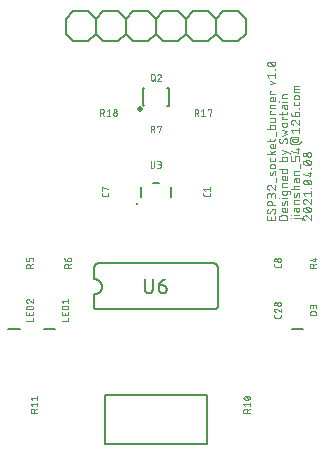
<source format=gbr>
G04 EAGLE Gerber RS-274X export*
G75*
%MOMM*%
%FSLAX34Y34*%
%LPD*%
%INSilkscreen Top*%
%IPPOS*%
%AMOC8*
5,1,8,0,0,1.08239X$1,22.5*%
G01*
%ADD10C,0.050800*%
%ADD11C,0.203200*%
%ADD12C,0.127000*%
%ADD13C,0.508000*%
%ADD14C,0.152400*%
%ADD15C,0.254000*%


D10*
X251206Y209155D02*
X251206Y205994D01*
X244094Y205994D01*
X244094Y209155D01*
X247255Y208365D02*
X247255Y205994D01*
X251206Y213839D02*
X251204Y213917D01*
X251198Y213994D01*
X251189Y214071D01*
X251176Y214147D01*
X251159Y214223D01*
X251138Y214298D01*
X251114Y214371D01*
X251086Y214444D01*
X251054Y214515D01*
X251019Y214584D01*
X250981Y214651D01*
X250940Y214717D01*
X250895Y214780D01*
X250847Y214841D01*
X250797Y214900D01*
X250743Y214956D01*
X250687Y215010D01*
X250628Y215060D01*
X250567Y215108D01*
X250504Y215153D01*
X250438Y215194D01*
X250371Y215232D01*
X250302Y215267D01*
X250231Y215299D01*
X250158Y215327D01*
X250085Y215351D01*
X250010Y215372D01*
X249934Y215389D01*
X249858Y215402D01*
X249781Y215411D01*
X249704Y215417D01*
X249626Y215419D01*
X251206Y213839D02*
X251204Y213724D01*
X251198Y213610D01*
X251188Y213496D01*
X251175Y213382D01*
X251157Y213269D01*
X251135Y213156D01*
X251110Y213044D01*
X251081Y212934D01*
X251048Y212824D01*
X251011Y212715D01*
X250971Y212608D01*
X250927Y212502D01*
X250879Y212398D01*
X250828Y212295D01*
X250773Y212195D01*
X250715Y212096D01*
X250653Y211999D01*
X250589Y211905D01*
X250521Y211812D01*
X250449Y211722D01*
X250375Y211635D01*
X250298Y211550D01*
X250218Y211468D01*
X245674Y211666D02*
X245596Y211668D01*
X245519Y211674D01*
X245442Y211683D01*
X245366Y211696D01*
X245290Y211713D01*
X245215Y211734D01*
X245142Y211758D01*
X245069Y211786D01*
X244998Y211818D01*
X244929Y211853D01*
X244862Y211891D01*
X244796Y211932D01*
X244733Y211977D01*
X244672Y212025D01*
X244613Y212075D01*
X244557Y212129D01*
X244503Y212185D01*
X244453Y212244D01*
X244405Y212305D01*
X244360Y212368D01*
X244319Y212434D01*
X244281Y212501D01*
X244246Y212570D01*
X244214Y212641D01*
X244186Y212714D01*
X244162Y212787D01*
X244141Y212862D01*
X244124Y212938D01*
X244111Y213014D01*
X244102Y213091D01*
X244096Y213168D01*
X244094Y213246D01*
X244096Y213352D01*
X244102Y213458D01*
X244111Y213563D01*
X244124Y213668D01*
X244141Y213773D01*
X244162Y213877D01*
X244186Y213980D01*
X244214Y214082D01*
X244246Y214183D01*
X244281Y214283D01*
X244320Y214381D01*
X244363Y214479D01*
X244408Y214574D01*
X244457Y214668D01*
X244510Y214760D01*
X244566Y214850D01*
X244625Y214938D01*
X244687Y215024D01*
X247057Y212456D02*
X247015Y212389D01*
X246970Y212324D01*
X246921Y212261D01*
X246870Y212200D01*
X246815Y212143D01*
X246758Y212088D01*
X246698Y212035D01*
X246636Y211986D01*
X246571Y211940D01*
X246505Y211898D01*
X246436Y211858D01*
X246365Y211822D01*
X246292Y211790D01*
X246218Y211761D01*
X246143Y211736D01*
X246067Y211715D01*
X245989Y211697D01*
X245911Y211684D01*
X245832Y211674D01*
X245753Y211668D01*
X245674Y211666D01*
X248243Y214629D02*
X248285Y214696D01*
X248330Y214761D01*
X248379Y214824D01*
X248430Y214885D01*
X248485Y214942D01*
X248542Y214997D01*
X248602Y215050D01*
X248664Y215099D01*
X248729Y215145D01*
X248795Y215187D01*
X248864Y215227D01*
X248935Y215263D01*
X249008Y215295D01*
X249082Y215324D01*
X249157Y215349D01*
X249233Y215370D01*
X249311Y215388D01*
X249389Y215401D01*
X249468Y215411D01*
X249547Y215417D01*
X249626Y215419D01*
X248243Y214629D02*
X247057Y212456D01*
X244094Y218419D02*
X251206Y218419D01*
X244094Y218419D02*
X244094Y220395D01*
X244096Y220482D01*
X244102Y220570D01*
X244111Y220657D01*
X244125Y220743D01*
X244142Y220829D01*
X244163Y220913D01*
X244188Y220997D01*
X244217Y221080D01*
X244249Y221161D01*
X244284Y221241D01*
X244323Y221319D01*
X244366Y221396D01*
X244412Y221470D01*
X244461Y221542D01*
X244513Y221612D01*
X244569Y221680D01*
X244627Y221745D01*
X244688Y221808D01*
X244752Y221867D01*
X244819Y221924D01*
X244887Y221978D01*
X244959Y222029D01*
X245032Y222076D01*
X245107Y222121D01*
X245185Y222162D01*
X245264Y222199D01*
X245344Y222233D01*
X245426Y222263D01*
X245509Y222290D01*
X245594Y222313D01*
X245679Y222332D01*
X245765Y222347D01*
X245852Y222359D01*
X245939Y222367D01*
X246026Y222371D01*
X246114Y222371D01*
X246201Y222367D01*
X246288Y222359D01*
X246375Y222347D01*
X246461Y222332D01*
X246546Y222313D01*
X246631Y222290D01*
X246714Y222263D01*
X246796Y222233D01*
X246876Y222199D01*
X246955Y222162D01*
X247033Y222121D01*
X247108Y222076D01*
X247181Y222029D01*
X247253Y221978D01*
X247321Y221924D01*
X247388Y221867D01*
X247452Y221808D01*
X247513Y221745D01*
X247571Y221680D01*
X247627Y221612D01*
X247679Y221542D01*
X247728Y221470D01*
X247774Y221396D01*
X247817Y221319D01*
X247856Y221241D01*
X247891Y221161D01*
X247923Y221080D01*
X247952Y220997D01*
X247977Y220913D01*
X247998Y220829D01*
X248015Y220743D01*
X248029Y220657D01*
X248038Y220570D01*
X248044Y220482D01*
X248046Y220395D01*
X248045Y220395D02*
X248045Y218419D01*
X251206Y224955D02*
X251206Y226931D01*
X251204Y227018D01*
X251198Y227106D01*
X251189Y227193D01*
X251175Y227279D01*
X251158Y227365D01*
X251137Y227449D01*
X251112Y227533D01*
X251083Y227616D01*
X251051Y227697D01*
X251016Y227777D01*
X250977Y227855D01*
X250934Y227932D01*
X250888Y228006D01*
X250839Y228078D01*
X250787Y228148D01*
X250731Y228216D01*
X250673Y228281D01*
X250612Y228344D01*
X250548Y228403D01*
X250481Y228460D01*
X250413Y228514D01*
X250341Y228565D01*
X250268Y228612D01*
X250193Y228657D01*
X250115Y228698D01*
X250036Y228735D01*
X249956Y228769D01*
X249874Y228799D01*
X249791Y228826D01*
X249706Y228849D01*
X249621Y228868D01*
X249535Y228883D01*
X249448Y228895D01*
X249361Y228903D01*
X249274Y228907D01*
X249186Y228907D01*
X249099Y228903D01*
X249012Y228895D01*
X248925Y228883D01*
X248839Y228868D01*
X248754Y228849D01*
X248669Y228826D01*
X248586Y228799D01*
X248504Y228769D01*
X248424Y228735D01*
X248345Y228698D01*
X248267Y228657D01*
X248192Y228612D01*
X248119Y228565D01*
X248047Y228514D01*
X247979Y228460D01*
X247912Y228403D01*
X247848Y228344D01*
X247787Y228281D01*
X247729Y228216D01*
X247673Y228148D01*
X247621Y228078D01*
X247572Y228006D01*
X247526Y227932D01*
X247483Y227855D01*
X247444Y227777D01*
X247409Y227697D01*
X247377Y227616D01*
X247348Y227533D01*
X247323Y227449D01*
X247302Y227365D01*
X247285Y227279D01*
X247271Y227193D01*
X247262Y227106D01*
X247256Y227018D01*
X247254Y226931D01*
X244094Y227326D02*
X244094Y224955D01*
X244094Y227326D02*
X244096Y227405D01*
X244102Y227483D01*
X244112Y227561D01*
X244125Y227639D01*
X244143Y227716D01*
X244164Y227792D01*
X244189Y227866D01*
X244218Y227940D01*
X244250Y228012D01*
X244286Y228082D01*
X244326Y228150D01*
X244369Y228216D01*
X244415Y228280D01*
X244464Y228342D01*
X244516Y228401D01*
X244571Y228457D01*
X244629Y228511D01*
X244689Y228561D01*
X244752Y228609D01*
X244817Y228653D01*
X244884Y228694D01*
X244953Y228732D01*
X245024Y228766D01*
X245097Y228797D01*
X245171Y228824D01*
X245246Y228847D01*
X245322Y228866D01*
X245400Y228882D01*
X245478Y228894D01*
X245556Y228902D01*
X245635Y228906D01*
X245713Y228906D01*
X245792Y228902D01*
X245870Y228894D01*
X245948Y228882D01*
X246026Y228866D01*
X246102Y228847D01*
X246177Y228824D01*
X246251Y228797D01*
X246324Y228766D01*
X246395Y228732D01*
X246464Y228694D01*
X246531Y228653D01*
X246596Y228609D01*
X246659Y228561D01*
X246719Y228511D01*
X246777Y228457D01*
X246832Y228401D01*
X246884Y228342D01*
X246933Y228280D01*
X246979Y228216D01*
X247022Y228150D01*
X247062Y228082D01*
X247098Y228012D01*
X247130Y227940D01*
X247159Y227866D01*
X247184Y227792D01*
X247205Y227716D01*
X247223Y227639D01*
X247236Y227561D01*
X247246Y227483D01*
X247252Y227405D01*
X247254Y227326D01*
X247255Y227326D02*
X247255Y225746D01*
X244094Y233986D02*
X244096Y234068D01*
X244102Y234150D01*
X244111Y234232D01*
X244124Y234313D01*
X244141Y234393D01*
X244162Y234473D01*
X244186Y234551D01*
X244214Y234628D01*
X244245Y234704D01*
X244280Y234779D01*
X244319Y234851D01*
X244360Y234922D01*
X244405Y234991D01*
X244453Y235057D01*
X244504Y235122D01*
X244558Y235184D01*
X244615Y235243D01*
X244674Y235300D01*
X244736Y235354D01*
X244801Y235405D01*
X244867Y235453D01*
X244936Y235498D01*
X245007Y235539D01*
X245079Y235578D01*
X245154Y235613D01*
X245230Y235644D01*
X245307Y235672D01*
X245385Y235696D01*
X245465Y235717D01*
X245545Y235734D01*
X245626Y235747D01*
X245708Y235756D01*
X245790Y235762D01*
X245872Y235764D01*
X244094Y233986D02*
X244096Y233893D01*
X244102Y233801D01*
X244111Y233709D01*
X244124Y233617D01*
X244141Y233526D01*
X244161Y233436D01*
X244185Y233346D01*
X244213Y233258D01*
X244245Y233170D01*
X244279Y233085D01*
X244318Y233000D01*
X244359Y232918D01*
X244404Y232837D01*
X244453Y232757D01*
X244504Y232680D01*
X244558Y232605D01*
X244616Y232533D01*
X244676Y232462D01*
X244740Y232395D01*
X244805Y232330D01*
X244874Y232267D01*
X244945Y232208D01*
X245018Y232151D01*
X245094Y232097D01*
X245171Y232047D01*
X245251Y231999D01*
X245333Y231955D01*
X245416Y231915D01*
X245501Y231877D01*
X245587Y231843D01*
X245674Y231813D01*
X247255Y235172D02*
X247194Y235233D01*
X247131Y235291D01*
X247065Y235346D01*
X246997Y235399D01*
X246926Y235448D01*
X246854Y235493D01*
X246779Y235536D01*
X246703Y235575D01*
X246624Y235611D01*
X246545Y235643D01*
X246464Y235671D01*
X246381Y235696D01*
X246298Y235717D01*
X246214Y235734D01*
X246129Y235748D01*
X246044Y235757D01*
X245958Y235763D01*
X245872Y235765D01*
X247255Y235172D02*
X251206Y231813D01*
X251206Y235764D01*
X251996Y238381D02*
X251996Y241541D01*
X248440Y244688D02*
X249230Y246664D01*
X248440Y244689D02*
X248415Y244631D01*
X248386Y244575D01*
X248354Y244520D01*
X248318Y244468D01*
X248279Y244418D01*
X248238Y244371D01*
X248193Y244326D01*
X248146Y244284D01*
X248097Y244245D01*
X248045Y244209D01*
X247991Y244176D01*
X247935Y244147D01*
X247877Y244121D01*
X247818Y244099D01*
X247757Y244081D01*
X247696Y244066D01*
X247634Y244055D01*
X247571Y244048D01*
X247508Y244045D01*
X247445Y244046D01*
X247382Y244051D01*
X247319Y244059D01*
X247257Y244072D01*
X247196Y244088D01*
X247136Y244108D01*
X247078Y244131D01*
X247021Y244158D01*
X246966Y244189D01*
X246912Y244223D01*
X246861Y244260D01*
X246813Y244300D01*
X246766Y244343D01*
X246723Y244389D01*
X246683Y244438D01*
X246645Y244489D01*
X246611Y244542D01*
X246580Y244597D01*
X246553Y244654D01*
X246529Y244712D01*
X246509Y244772D01*
X246493Y244833D01*
X246480Y244895D01*
X246471Y244958D01*
X246466Y245020D01*
X246465Y245084D01*
X246464Y245083D02*
X246468Y245214D01*
X246476Y245345D01*
X246487Y245475D01*
X246502Y245605D01*
X246522Y245735D01*
X246544Y245864D01*
X246571Y245992D01*
X246601Y246120D01*
X246635Y246246D01*
X246673Y246372D01*
X246714Y246496D01*
X246759Y246619D01*
X246808Y246741D01*
X246860Y246861D01*
X249231Y246663D02*
X249256Y246721D01*
X249285Y246777D01*
X249317Y246832D01*
X249353Y246884D01*
X249392Y246934D01*
X249433Y246981D01*
X249478Y247026D01*
X249525Y247068D01*
X249574Y247107D01*
X249626Y247143D01*
X249680Y247176D01*
X249736Y247205D01*
X249794Y247231D01*
X249853Y247253D01*
X249914Y247271D01*
X249975Y247286D01*
X250037Y247297D01*
X250100Y247304D01*
X250163Y247307D01*
X250226Y247306D01*
X250289Y247301D01*
X250352Y247293D01*
X250414Y247280D01*
X250475Y247264D01*
X250535Y247244D01*
X250593Y247221D01*
X250650Y247194D01*
X250705Y247163D01*
X250759Y247129D01*
X250810Y247092D01*
X250858Y247052D01*
X250905Y247009D01*
X250948Y246963D01*
X250988Y246914D01*
X251026Y246863D01*
X251060Y246810D01*
X251091Y246755D01*
X251118Y246698D01*
X251142Y246640D01*
X251162Y246580D01*
X251178Y246519D01*
X251191Y246457D01*
X251200Y246394D01*
X251205Y246332D01*
X251206Y246268D01*
X251202Y246110D01*
X251194Y245952D01*
X251183Y245794D01*
X251167Y245636D01*
X251148Y245478D01*
X251125Y245322D01*
X251099Y245165D01*
X251069Y245010D01*
X251035Y244855D01*
X250997Y244701D01*
X250956Y244548D01*
X250911Y244396D01*
X250863Y244245D01*
X250811Y244095D01*
X249626Y250039D02*
X248045Y250039D01*
X248045Y250040D02*
X247966Y250042D01*
X247888Y250048D01*
X247810Y250058D01*
X247732Y250071D01*
X247655Y250089D01*
X247579Y250110D01*
X247505Y250135D01*
X247431Y250164D01*
X247359Y250196D01*
X247289Y250232D01*
X247221Y250272D01*
X247155Y250315D01*
X247091Y250361D01*
X247029Y250410D01*
X246970Y250462D01*
X246914Y250517D01*
X246860Y250575D01*
X246810Y250635D01*
X246762Y250698D01*
X246718Y250763D01*
X246677Y250830D01*
X246639Y250899D01*
X246605Y250970D01*
X246574Y251043D01*
X246547Y251117D01*
X246524Y251192D01*
X246505Y251268D01*
X246489Y251346D01*
X246477Y251424D01*
X246469Y251502D01*
X246465Y251581D01*
X246465Y251659D01*
X246469Y251738D01*
X246477Y251816D01*
X246489Y251894D01*
X246505Y251972D01*
X246524Y252048D01*
X246547Y252123D01*
X246574Y252197D01*
X246605Y252270D01*
X246639Y252341D01*
X246677Y252410D01*
X246718Y252477D01*
X246762Y252542D01*
X246810Y252605D01*
X246860Y252665D01*
X246914Y252723D01*
X246970Y252778D01*
X247029Y252830D01*
X247091Y252879D01*
X247155Y252925D01*
X247221Y252968D01*
X247289Y253008D01*
X247359Y253044D01*
X247431Y253076D01*
X247505Y253105D01*
X247579Y253130D01*
X247655Y253151D01*
X247732Y253169D01*
X247810Y253182D01*
X247888Y253192D01*
X247966Y253198D01*
X248045Y253200D01*
X249626Y253200D01*
X249705Y253198D01*
X249783Y253192D01*
X249861Y253182D01*
X249939Y253169D01*
X250016Y253151D01*
X250092Y253130D01*
X250166Y253105D01*
X250240Y253076D01*
X250312Y253044D01*
X250382Y253008D01*
X250450Y252968D01*
X250516Y252925D01*
X250580Y252879D01*
X250642Y252830D01*
X250701Y252778D01*
X250757Y252723D01*
X250811Y252665D01*
X250861Y252605D01*
X250909Y252542D01*
X250953Y252477D01*
X250994Y252410D01*
X251032Y252341D01*
X251066Y252270D01*
X251097Y252197D01*
X251124Y252123D01*
X251147Y252048D01*
X251166Y251972D01*
X251182Y251894D01*
X251194Y251816D01*
X251202Y251738D01*
X251206Y251659D01*
X251206Y251581D01*
X251202Y251502D01*
X251194Y251424D01*
X251182Y251346D01*
X251166Y251268D01*
X251147Y251192D01*
X251124Y251117D01*
X251097Y251043D01*
X251066Y250970D01*
X251032Y250899D01*
X250994Y250830D01*
X250953Y250763D01*
X250909Y250698D01*
X250861Y250635D01*
X250811Y250575D01*
X250757Y250517D01*
X250701Y250462D01*
X250642Y250410D01*
X250580Y250361D01*
X250516Y250315D01*
X250450Y250272D01*
X250382Y250232D01*
X250312Y250196D01*
X250240Y250164D01*
X250166Y250135D01*
X250092Y250110D01*
X250016Y250089D01*
X249939Y250071D01*
X249861Y250058D01*
X249783Y250048D01*
X249705Y250042D01*
X249626Y250040D01*
X251206Y257175D02*
X251206Y258756D01*
X251206Y257175D02*
X251204Y257109D01*
X251199Y257042D01*
X251189Y256977D01*
X251176Y256911D01*
X251160Y256847D01*
X251140Y256784D01*
X251116Y256722D01*
X251089Y256661D01*
X251058Y256602D01*
X251024Y256545D01*
X250987Y256489D01*
X250947Y256436D01*
X250905Y256385D01*
X250859Y256337D01*
X250811Y256291D01*
X250760Y256249D01*
X250707Y256209D01*
X250651Y256172D01*
X250594Y256138D01*
X250535Y256107D01*
X250474Y256080D01*
X250412Y256056D01*
X250349Y256036D01*
X250285Y256020D01*
X250219Y256007D01*
X250154Y255997D01*
X250087Y255992D01*
X250021Y255990D01*
X247650Y255990D01*
X247584Y255992D01*
X247517Y255997D01*
X247452Y256007D01*
X247386Y256020D01*
X247322Y256036D01*
X247259Y256056D01*
X247197Y256080D01*
X247136Y256107D01*
X247077Y256138D01*
X247020Y256172D01*
X246964Y256209D01*
X246911Y256249D01*
X246860Y256291D01*
X246812Y256337D01*
X246766Y256385D01*
X246724Y256436D01*
X246684Y256489D01*
X246647Y256545D01*
X246613Y256602D01*
X246582Y256661D01*
X246555Y256722D01*
X246531Y256784D01*
X246511Y256847D01*
X246495Y256911D01*
X246482Y256977D01*
X246472Y257042D01*
X246467Y257109D01*
X246465Y257175D01*
X246465Y258756D01*
X244094Y261544D02*
X251206Y261544D01*
X248835Y261544D02*
X246465Y264704D01*
X247848Y262926D02*
X251206Y264704D01*
X251206Y268369D02*
X251206Y270345D01*
X251206Y268369D02*
X251204Y268303D01*
X251199Y268236D01*
X251189Y268171D01*
X251176Y268105D01*
X251160Y268041D01*
X251140Y267978D01*
X251116Y267916D01*
X251089Y267855D01*
X251058Y267796D01*
X251024Y267739D01*
X250987Y267683D01*
X250947Y267630D01*
X250905Y267579D01*
X250859Y267531D01*
X250811Y267485D01*
X250760Y267443D01*
X250707Y267403D01*
X250651Y267366D01*
X250594Y267332D01*
X250535Y267301D01*
X250474Y267274D01*
X250412Y267250D01*
X250349Y267230D01*
X250285Y267214D01*
X250219Y267201D01*
X250154Y267191D01*
X250087Y267186D01*
X250021Y267184D01*
X248045Y267184D01*
X247966Y267186D01*
X247888Y267192D01*
X247810Y267202D01*
X247732Y267215D01*
X247655Y267233D01*
X247579Y267254D01*
X247505Y267279D01*
X247431Y267308D01*
X247359Y267340D01*
X247289Y267376D01*
X247221Y267416D01*
X247155Y267459D01*
X247091Y267505D01*
X247029Y267554D01*
X246970Y267606D01*
X246914Y267661D01*
X246860Y267719D01*
X246810Y267779D01*
X246762Y267842D01*
X246718Y267907D01*
X246677Y267974D01*
X246639Y268043D01*
X246605Y268114D01*
X246574Y268187D01*
X246547Y268261D01*
X246524Y268336D01*
X246505Y268412D01*
X246489Y268490D01*
X246477Y268568D01*
X246469Y268646D01*
X246465Y268725D01*
X246465Y268803D01*
X246469Y268882D01*
X246477Y268960D01*
X246489Y269038D01*
X246505Y269116D01*
X246524Y269192D01*
X246547Y269267D01*
X246574Y269341D01*
X246605Y269414D01*
X246639Y269485D01*
X246677Y269554D01*
X246718Y269621D01*
X246762Y269686D01*
X246810Y269749D01*
X246860Y269809D01*
X246914Y269867D01*
X246970Y269922D01*
X247029Y269974D01*
X247091Y270023D01*
X247155Y270069D01*
X247221Y270112D01*
X247289Y270152D01*
X247359Y270188D01*
X247431Y270220D01*
X247505Y270249D01*
X247579Y270274D01*
X247655Y270295D01*
X247732Y270313D01*
X247810Y270326D01*
X247888Y270336D01*
X247966Y270342D01*
X248045Y270344D01*
X248045Y270345D02*
X248835Y270345D01*
X248835Y267184D01*
X246465Y272557D02*
X246465Y274928D01*
X244094Y273348D02*
X250021Y273348D01*
X250087Y273350D01*
X250154Y273355D01*
X250219Y273365D01*
X250285Y273378D01*
X250349Y273394D01*
X250412Y273414D01*
X250474Y273438D01*
X250535Y273465D01*
X250594Y273496D01*
X250651Y273530D01*
X250707Y273567D01*
X250760Y273607D01*
X250811Y273649D01*
X250859Y273695D01*
X250905Y273743D01*
X250947Y273794D01*
X250987Y273847D01*
X251024Y273903D01*
X251058Y273960D01*
X251089Y274019D01*
X251116Y274080D01*
X251140Y274142D01*
X251160Y274205D01*
X251176Y274269D01*
X251189Y274335D01*
X251199Y274400D01*
X251204Y274467D01*
X251206Y274533D01*
X251206Y274928D01*
X251996Y277242D02*
X251996Y280403D01*
X251206Y283218D02*
X244094Y283218D01*
X251206Y283218D02*
X251206Y285194D01*
X251204Y285260D01*
X251199Y285327D01*
X251189Y285392D01*
X251176Y285458D01*
X251160Y285522D01*
X251140Y285585D01*
X251116Y285647D01*
X251089Y285708D01*
X251058Y285767D01*
X251024Y285824D01*
X250987Y285880D01*
X250947Y285933D01*
X250905Y285984D01*
X250859Y286032D01*
X250811Y286078D01*
X250760Y286120D01*
X250707Y286160D01*
X250651Y286197D01*
X250594Y286231D01*
X250535Y286262D01*
X250474Y286289D01*
X250412Y286313D01*
X250349Y286333D01*
X250285Y286349D01*
X250219Y286362D01*
X250154Y286372D01*
X250087Y286377D01*
X250021Y286379D01*
X247650Y286379D01*
X247584Y286377D01*
X247517Y286372D01*
X247452Y286362D01*
X247386Y286349D01*
X247322Y286333D01*
X247259Y286313D01*
X247197Y286289D01*
X247136Y286262D01*
X247077Y286231D01*
X247020Y286197D01*
X246964Y286160D01*
X246911Y286120D01*
X246860Y286078D01*
X246812Y286032D01*
X246766Y285984D01*
X246724Y285933D01*
X246684Y285880D01*
X246647Y285824D01*
X246613Y285767D01*
X246582Y285708D01*
X246555Y285647D01*
X246531Y285585D01*
X246511Y285522D01*
X246495Y285458D01*
X246482Y285392D01*
X246472Y285327D01*
X246467Y285260D01*
X246465Y285194D01*
X246465Y283218D01*
X246465Y289358D02*
X250021Y289358D01*
X250087Y289360D01*
X250154Y289365D01*
X250219Y289375D01*
X250285Y289388D01*
X250349Y289404D01*
X250412Y289424D01*
X250474Y289448D01*
X250535Y289475D01*
X250594Y289506D01*
X250651Y289540D01*
X250707Y289577D01*
X250760Y289617D01*
X250811Y289659D01*
X250859Y289705D01*
X250905Y289753D01*
X250947Y289804D01*
X250987Y289857D01*
X251024Y289913D01*
X251058Y289970D01*
X251089Y290029D01*
X251116Y290090D01*
X251140Y290152D01*
X251160Y290215D01*
X251176Y290279D01*
X251189Y290345D01*
X251199Y290410D01*
X251204Y290477D01*
X251206Y290543D01*
X251206Y292519D01*
X246465Y292519D01*
X246465Y295795D02*
X251206Y295795D01*
X246465Y295795D02*
X246465Y298166D01*
X247255Y298166D01*
X246465Y300559D02*
X251206Y300559D01*
X246465Y300559D02*
X246465Y302535D01*
X246467Y302601D01*
X246472Y302668D01*
X246482Y302733D01*
X246495Y302799D01*
X246511Y302863D01*
X246531Y302926D01*
X246555Y302988D01*
X246582Y303049D01*
X246613Y303108D01*
X246647Y303165D01*
X246684Y303221D01*
X246724Y303274D01*
X246766Y303325D01*
X246812Y303373D01*
X246860Y303419D01*
X246911Y303461D01*
X246964Y303501D01*
X247020Y303538D01*
X247077Y303572D01*
X247136Y303603D01*
X247196Y303630D01*
X247259Y303653D01*
X247322Y303674D01*
X247386Y303690D01*
X247451Y303703D01*
X247517Y303713D01*
X247584Y303718D01*
X247650Y303720D01*
X251206Y303720D01*
X251206Y307917D02*
X251206Y309892D01*
X251206Y307917D02*
X251204Y307851D01*
X251199Y307784D01*
X251189Y307719D01*
X251176Y307653D01*
X251160Y307589D01*
X251140Y307526D01*
X251116Y307464D01*
X251089Y307403D01*
X251058Y307344D01*
X251024Y307287D01*
X250987Y307231D01*
X250947Y307178D01*
X250905Y307127D01*
X250859Y307079D01*
X250811Y307033D01*
X250760Y306991D01*
X250707Y306951D01*
X250651Y306914D01*
X250594Y306880D01*
X250535Y306849D01*
X250474Y306822D01*
X250412Y306798D01*
X250349Y306778D01*
X250285Y306762D01*
X250219Y306749D01*
X250154Y306739D01*
X250087Y306734D01*
X250021Y306732D01*
X250021Y306731D02*
X248045Y306731D01*
X248045Y306732D02*
X247966Y306734D01*
X247888Y306740D01*
X247810Y306750D01*
X247732Y306763D01*
X247655Y306781D01*
X247579Y306802D01*
X247505Y306827D01*
X247431Y306856D01*
X247359Y306888D01*
X247289Y306924D01*
X247221Y306964D01*
X247155Y307007D01*
X247091Y307053D01*
X247029Y307102D01*
X246970Y307154D01*
X246914Y307209D01*
X246860Y307267D01*
X246810Y307327D01*
X246762Y307390D01*
X246718Y307455D01*
X246677Y307522D01*
X246639Y307591D01*
X246605Y307662D01*
X246574Y307735D01*
X246547Y307809D01*
X246524Y307884D01*
X246505Y307960D01*
X246489Y308038D01*
X246477Y308116D01*
X246469Y308194D01*
X246465Y308273D01*
X246465Y308351D01*
X246469Y308430D01*
X246477Y308508D01*
X246489Y308586D01*
X246505Y308664D01*
X246524Y308740D01*
X246547Y308815D01*
X246574Y308889D01*
X246605Y308962D01*
X246639Y309033D01*
X246677Y309102D01*
X246718Y309169D01*
X246762Y309234D01*
X246810Y309297D01*
X246860Y309357D01*
X246914Y309415D01*
X246970Y309470D01*
X247029Y309522D01*
X247091Y309571D01*
X247155Y309617D01*
X247221Y309660D01*
X247289Y309700D01*
X247359Y309736D01*
X247431Y309768D01*
X247505Y309797D01*
X247579Y309822D01*
X247655Y309843D01*
X247732Y309861D01*
X247810Y309874D01*
X247888Y309884D01*
X247966Y309890D01*
X248045Y309892D01*
X248835Y309892D01*
X248835Y306731D01*
X246465Y312940D02*
X251206Y312940D01*
X246465Y312940D02*
X246465Y315311D01*
X247255Y315311D01*
X246465Y320905D02*
X251206Y322485D01*
X246465Y324065D01*
X245674Y326682D02*
X244094Y328657D01*
X251206Y328657D01*
X251206Y326682D02*
X251206Y330633D01*
X251206Y333260D02*
X250811Y333260D01*
X250811Y333655D01*
X251206Y333655D01*
X251206Y333260D01*
X247650Y336283D02*
X247502Y336285D01*
X247355Y336290D01*
X247207Y336300D01*
X247060Y336313D01*
X246913Y336329D01*
X246767Y336350D01*
X246622Y336374D01*
X246476Y336402D01*
X246332Y336433D01*
X246189Y336468D01*
X246046Y336507D01*
X245905Y336549D01*
X245764Y336595D01*
X245625Y336644D01*
X245487Y336697D01*
X245350Y336753D01*
X245215Y336813D01*
X245082Y336876D01*
X245082Y336875D02*
X245011Y336901D01*
X244942Y336931D01*
X244874Y336965D01*
X244808Y337002D01*
X244744Y337042D01*
X244682Y337086D01*
X244623Y337132D01*
X244566Y337182D01*
X244512Y337235D01*
X244460Y337290D01*
X244412Y337348D01*
X244366Y337408D01*
X244324Y337471D01*
X244285Y337536D01*
X244249Y337602D01*
X244217Y337671D01*
X244189Y337740D01*
X244164Y337812D01*
X244143Y337884D01*
X244125Y337958D01*
X244112Y338032D01*
X244102Y338107D01*
X244096Y338182D01*
X244094Y338258D01*
X244096Y338334D01*
X244102Y338409D01*
X244112Y338484D01*
X244125Y338558D01*
X244143Y338632D01*
X244164Y338704D01*
X244189Y338776D01*
X244217Y338845D01*
X244249Y338914D01*
X244285Y338980D01*
X244324Y339045D01*
X244366Y339108D01*
X244412Y339168D01*
X244460Y339226D01*
X244512Y339281D01*
X244566Y339334D01*
X244623Y339384D01*
X244682Y339430D01*
X244744Y339474D01*
X244808Y339514D01*
X244874Y339551D01*
X244942Y339585D01*
X245011Y339615D01*
X245082Y339641D01*
X245215Y339704D01*
X245350Y339764D01*
X245487Y339820D01*
X245625Y339873D01*
X245764Y339922D01*
X245905Y339968D01*
X246046Y340010D01*
X246189Y340049D01*
X246332Y340084D01*
X246476Y340115D01*
X246622Y340143D01*
X246767Y340167D01*
X246913Y340188D01*
X247060Y340204D01*
X247207Y340217D01*
X247355Y340227D01*
X247502Y340232D01*
X247650Y340234D01*
X247650Y336283D02*
X247798Y336285D01*
X247945Y336290D01*
X248093Y336300D01*
X248240Y336313D01*
X248387Y336329D01*
X248533Y336350D01*
X248678Y336374D01*
X248824Y336402D01*
X248968Y336433D01*
X249111Y336468D01*
X249254Y336507D01*
X249395Y336549D01*
X249536Y336595D01*
X249675Y336644D01*
X249813Y336697D01*
X249950Y336753D01*
X250085Y336813D01*
X250218Y336876D01*
X250218Y336875D02*
X250289Y336901D01*
X250358Y336931D01*
X250426Y336965D01*
X250492Y337002D01*
X250556Y337042D01*
X250618Y337086D01*
X250677Y337132D01*
X250734Y337182D01*
X250788Y337235D01*
X250840Y337290D01*
X250888Y337348D01*
X250934Y337408D01*
X250976Y337471D01*
X251015Y337536D01*
X251051Y337602D01*
X251083Y337671D01*
X251111Y337741D01*
X251136Y337812D01*
X251157Y337884D01*
X251175Y337958D01*
X251188Y338032D01*
X251198Y338107D01*
X251204Y338182D01*
X251206Y338258D01*
X250218Y339641D02*
X250085Y339704D01*
X249950Y339764D01*
X249813Y339820D01*
X249675Y339873D01*
X249536Y339922D01*
X249395Y339968D01*
X249254Y340010D01*
X249111Y340049D01*
X248968Y340084D01*
X248824Y340115D01*
X248678Y340143D01*
X248533Y340167D01*
X248387Y340188D01*
X248240Y340204D01*
X248093Y340217D01*
X247945Y340227D01*
X247798Y340232D01*
X247650Y340234D01*
X250218Y339641D02*
X250289Y339615D01*
X250358Y339585D01*
X250426Y339551D01*
X250492Y339514D01*
X250556Y339474D01*
X250618Y339430D01*
X250677Y339384D01*
X250734Y339334D01*
X250788Y339281D01*
X250840Y339226D01*
X250888Y339168D01*
X250934Y339108D01*
X250976Y339045D01*
X251015Y338980D01*
X251051Y338914D01*
X251083Y338845D01*
X251111Y338775D01*
X251136Y338704D01*
X251157Y338632D01*
X251175Y338558D01*
X251188Y338484D01*
X251198Y338409D01*
X251204Y338334D01*
X251206Y338258D01*
X249626Y336678D02*
X245674Y339839D01*
X254254Y205994D02*
X261366Y205994D01*
X254254Y205994D02*
X254254Y207970D01*
X254256Y208056D01*
X254262Y208142D01*
X254271Y208228D01*
X254284Y208313D01*
X254301Y208398D01*
X254321Y208481D01*
X254345Y208564D01*
X254373Y208646D01*
X254404Y208726D01*
X254439Y208805D01*
X254477Y208882D01*
X254519Y208958D01*
X254563Y209032D01*
X254611Y209103D01*
X254662Y209173D01*
X254716Y209240D01*
X254773Y209305D01*
X254833Y209367D01*
X254895Y209427D01*
X254960Y209484D01*
X255027Y209538D01*
X255097Y209589D01*
X255168Y209637D01*
X255242Y209681D01*
X255318Y209723D01*
X255395Y209761D01*
X255474Y209796D01*
X255554Y209827D01*
X255636Y209855D01*
X255719Y209879D01*
X255802Y209899D01*
X255887Y209916D01*
X255972Y209929D01*
X256058Y209938D01*
X256144Y209944D01*
X256230Y209946D01*
X256230Y209945D02*
X259390Y209945D01*
X259390Y209946D02*
X259476Y209944D01*
X259562Y209938D01*
X259648Y209929D01*
X259733Y209916D01*
X259818Y209899D01*
X259901Y209879D01*
X259984Y209855D01*
X260066Y209827D01*
X260146Y209796D01*
X260225Y209761D01*
X260302Y209723D01*
X260378Y209681D01*
X260452Y209637D01*
X260523Y209589D01*
X260593Y209538D01*
X260660Y209484D01*
X260725Y209427D01*
X260787Y209367D01*
X260847Y209305D01*
X260904Y209240D01*
X260958Y209173D01*
X261009Y209103D01*
X261057Y209032D01*
X261101Y208958D01*
X261143Y208882D01*
X261181Y208805D01*
X261216Y208726D01*
X261247Y208646D01*
X261275Y208564D01*
X261299Y208481D01*
X261319Y208398D01*
X261336Y208313D01*
X261349Y208228D01*
X261358Y208142D01*
X261364Y208056D01*
X261366Y207970D01*
X261366Y205994D01*
X261366Y214204D02*
X261366Y216179D01*
X261366Y214204D02*
X261364Y214138D01*
X261359Y214071D01*
X261349Y214006D01*
X261336Y213940D01*
X261320Y213876D01*
X261300Y213813D01*
X261276Y213751D01*
X261249Y213690D01*
X261218Y213631D01*
X261184Y213574D01*
X261147Y213518D01*
X261107Y213465D01*
X261065Y213414D01*
X261019Y213366D01*
X260971Y213320D01*
X260920Y213278D01*
X260867Y213238D01*
X260811Y213201D01*
X260754Y213167D01*
X260695Y213136D01*
X260634Y213109D01*
X260572Y213085D01*
X260509Y213065D01*
X260445Y213049D01*
X260379Y213036D01*
X260314Y213026D01*
X260247Y213021D01*
X260181Y213019D01*
X260181Y213018D02*
X258205Y213018D01*
X258205Y213019D02*
X258126Y213021D01*
X258048Y213027D01*
X257970Y213037D01*
X257892Y213050D01*
X257815Y213068D01*
X257739Y213089D01*
X257665Y213114D01*
X257591Y213143D01*
X257519Y213175D01*
X257449Y213211D01*
X257381Y213251D01*
X257315Y213294D01*
X257251Y213340D01*
X257189Y213389D01*
X257130Y213441D01*
X257074Y213496D01*
X257020Y213554D01*
X256970Y213614D01*
X256922Y213677D01*
X256878Y213742D01*
X256837Y213809D01*
X256799Y213878D01*
X256765Y213949D01*
X256734Y214022D01*
X256707Y214096D01*
X256684Y214171D01*
X256665Y214247D01*
X256649Y214325D01*
X256637Y214403D01*
X256629Y214481D01*
X256625Y214560D01*
X256625Y214638D01*
X256629Y214717D01*
X256637Y214795D01*
X256649Y214873D01*
X256665Y214951D01*
X256684Y215027D01*
X256707Y215102D01*
X256734Y215176D01*
X256765Y215249D01*
X256799Y215320D01*
X256837Y215389D01*
X256878Y215456D01*
X256922Y215521D01*
X256970Y215584D01*
X257020Y215644D01*
X257074Y215702D01*
X257130Y215757D01*
X257189Y215809D01*
X257251Y215858D01*
X257315Y215904D01*
X257381Y215947D01*
X257449Y215987D01*
X257519Y216023D01*
X257591Y216055D01*
X257665Y216084D01*
X257739Y216109D01*
X257815Y216130D01*
X257892Y216148D01*
X257970Y216161D01*
X258048Y216171D01*
X258126Y216177D01*
X258205Y216179D01*
X258995Y216179D01*
X258995Y213018D01*
X258600Y219555D02*
X259390Y221530D01*
X258600Y219555D02*
X258575Y219497D01*
X258546Y219441D01*
X258514Y219386D01*
X258478Y219334D01*
X258439Y219284D01*
X258398Y219237D01*
X258353Y219192D01*
X258306Y219150D01*
X258257Y219111D01*
X258205Y219075D01*
X258151Y219042D01*
X258095Y219013D01*
X258037Y218987D01*
X257978Y218965D01*
X257917Y218947D01*
X257856Y218932D01*
X257794Y218921D01*
X257731Y218914D01*
X257668Y218911D01*
X257605Y218912D01*
X257542Y218917D01*
X257479Y218925D01*
X257417Y218938D01*
X257356Y218954D01*
X257296Y218974D01*
X257238Y218997D01*
X257181Y219024D01*
X257126Y219055D01*
X257072Y219089D01*
X257021Y219126D01*
X256973Y219166D01*
X256926Y219209D01*
X256883Y219255D01*
X256843Y219304D01*
X256805Y219355D01*
X256771Y219408D01*
X256740Y219463D01*
X256713Y219520D01*
X256689Y219578D01*
X256669Y219638D01*
X256653Y219699D01*
X256640Y219761D01*
X256631Y219824D01*
X256626Y219886D01*
X256625Y219950D01*
X256624Y219950D02*
X256628Y220081D01*
X256636Y220212D01*
X256647Y220342D01*
X256662Y220472D01*
X256682Y220602D01*
X256704Y220731D01*
X256731Y220859D01*
X256761Y220987D01*
X256795Y221113D01*
X256833Y221239D01*
X256874Y221363D01*
X256919Y221486D01*
X256968Y221608D01*
X257020Y221728D01*
X259391Y221530D02*
X259416Y221588D01*
X259445Y221644D01*
X259477Y221699D01*
X259513Y221751D01*
X259552Y221801D01*
X259593Y221848D01*
X259638Y221893D01*
X259685Y221935D01*
X259734Y221974D01*
X259786Y222010D01*
X259840Y222043D01*
X259896Y222072D01*
X259954Y222098D01*
X260013Y222120D01*
X260074Y222138D01*
X260135Y222153D01*
X260197Y222164D01*
X260260Y222171D01*
X260323Y222174D01*
X260386Y222173D01*
X260449Y222168D01*
X260512Y222160D01*
X260574Y222147D01*
X260635Y222131D01*
X260695Y222111D01*
X260753Y222088D01*
X260810Y222061D01*
X260865Y222030D01*
X260919Y221996D01*
X260970Y221959D01*
X261018Y221919D01*
X261065Y221876D01*
X261108Y221830D01*
X261148Y221781D01*
X261186Y221730D01*
X261220Y221677D01*
X261251Y221622D01*
X261278Y221565D01*
X261302Y221507D01*
X261322Y221447D01*
X261338Y221386D01*
X261351Y221324D01*
X261360Y221261D01*
X261365Y221199D01*
X261366Y221135D01*
X261362Y220977D01*
X261354Y220819D01*
X261343Y220661D01*
X261327Y220503D01*
X261308Y220345D01*
X261285Y220189D01*
X261259Y220032D01*
X261229Y219877D01*
X261195Y219722D01*
X261157Y219568D01*
X261116Y219415D01*
X261071Y219263D01*
X261023Y219112D01*
X260971Y218962D01*
X261366Y224886D02*
X256625Y224886D01*
X254649Y224688D02*
X254254Y224688D01*
X254254Y225083D01*
X254649Y225083D01*
X254649Y224688D01*
X261366Y228802D02*
X261366Y230777D01*
X261366Y228802D02*
X261364Y228736D01*
X261359Y228669D01*
X261349Y228604D01*
X261336Y228538D01*
X261320Y228474D01*
X261300Y228411D01*
X261276Y228349D01*
X261249Y228288D01*
X261218Y228229D01*
X261184Y228172D01*
X261147Y228116D01*
X261107Y228063D01*
X261065Y228012D01*
X261019Y227964D01*
X260971Y227918D01*
X260920Y227876D01*
X260867Y227836D01*
X260811Y227799D01*
X260754Y227765D01*
X260695Y227734D01*
X260634Y227707D01*
X260572Y227683D01*
X260509Y227663D01*
X260445Y227647D01*
X260379Y227634D01*
X260314Y227624D01*
X260247Y227619D01*
X260181Y227617D01*
X260181Y227616D02*
X257810Y227616D01*
X257810Y227617D02*
X257744Y227619D01*
X257677Y227624D01*
X257612Y227634D01*
X257546Y227647D01*
X257482Y227663D01*
X257419Y227683D01*
X257357Y227707D01*
X257296Y227734D01*
X257237Y227765D01*
X257180Y227799D01*
X257124Y227836D01*
X257071Y227876D01*
X257020Y227918D01*
X256972Y227964D01*
X256926Y228012D01*
X256884Y228063D01*
X256844Y228116D01*
X256807Y228172D01*
X256773Y228229D01*
X256742Y228288D01*
X256715Y228349D01*
X256691Y228411D01*
X256671Y228474D01*
X256655Y228538D01*
X256642Y228604D01*
X256632Y228669D01*
X256627Y228736D01*
X256625Y228802D01*
X256625Y230777D01*
X262551Y230777D01*
X262617Y230775D01*
X262684Y230770D01*
X262749Y230760D01*
X262815Y230747D01*
X262879Y230731D01*
X262942Y230711D01*
X263004Y230687D01*
X263065Y230660D01*
X263124Y230629D01*
X263181Y230595D01*
X263237Y230558D01*
X263290Y230518D01*
X263341Y230476D01*
X263389Y230430D01*
X263435Y230382D01*
X263477Y230331D01*
X263517Y230278D01*
X263554Y230222D01*
X263588Y230165D01*
X263619Y230106D01*
X263646Y230045D01*
X263670Y229983D01*
X263690Y229920D01*
X263706Y229856D01*
X263719Y229790D01*
X263729Y229725D01*
X263734Y229658D01*
X263736Y229592D01*
X263737Y229592D02*
X263737Y228011D01*
X261366Y234050D02*
X256625Y234050D01*
X256625Y236025D01*
X256627Y236091D01*
X256632Y236158D01*
X256642Y236223D01*
X256655Y236289D01*
X256671Y236353D01*
X256691Y236416D01*
X256715Y236478D01*
X256742Y236539D01*
X256773Y236598D01*
X256807Y236655D01*
X256844Y236711D01*
X256884Y236764D01*
X256926Y236815D01*
X256972Y236863D01*
X257020Y236909D01*
X257071Y236951D01*
X257124Y236991D01*
X257180Y237028D01*
X257237Y237062D01*
X257296Y237093D01*
X257356Y237120D01*
X257419Y237143D01*
X257482Y237164D01*
X257546Y237180D01*
X257611Y237193D01*
X257677Y237203D01*
X257744Y237208D01*
X257810Y237210D01*
X261366Y237210D01*
X261366Y241407D02*
X261366Y243383D01*
X261366Y241407D02*
X261364Y241341D01*
X261359Y241274D01*
X261349Y241209D01*
X261336Y241143D01*
X261320Y241079D01*
X261300Y241016D01*
X261276Y240954D01*
X261249Y240893D01*
X261218Y240834D01*
X261184Y240777D01*
X261147Y240721D01*
X261107Y240668D01*
X261065Y240617D01*
X261019Y240569D01*
X260971Y240523D01*
X260920Y240481D01*
X260867Y240441D01*
X260811Y240404D01*
X260754Y240370D01*
X260695Y240339D01*
X260634Y240312D01*
X260572Y240288D01*
X260509Y240268D01*
X260445Y240252D01*
X260379Y240239D01*
X260314Y240229D01*
X260247Y240224D01*
X260181Y240222D01*
X258205Y240222D01*
X258126Y240224D01*
X258048Y240230D01*
X257970Y240240D01*
X257892Y240253D01*
X257815Y240271D01*
X257739Y240292D01*
X257665Y240317D01*
X257591Y240346D01*
X257519Y240378D01*
X257449Y240414D01*
X257381Y240454D01*
X257315Y240497D01*
X257251Y240543D01*
X257189Y240592D01*
X257130Y240644D01*
X257074Y240699D01*
X257020Y240757D01*
X256970Y240817D01*
X256922Y240880D01*
X256878Y240945D01*
X256837Y241012D01*
X256799Y241081D01*
X256765Y241152D01*
X256734Y241225D01*
X256707Y241299D01*
X256684Y241374D01*
X256665Y241450D01*
X256649Y241528D01*
X256637Y241606D01*
X256629Y241684D01*
X256625Y241763D01*
X256625Y241841D01*
X256629Y241920D01*
X256637Y241998D01*
X256649Y242076D01*
X256665Y242154D01*
X256684Y242230D01*
X256707Y242305D01*
X256734Y242379D01*
X256765Y242452D01*
X256799Y242523D01*
X256837Y242592D01*
X256878Y242659D01*
X256922Y242724D01*
X256970Y242787D01*
X257020Y242847D01*
X257074Y242905D01*
X257130Y242960D01*
X257189Y243012D01*
X257251Y243061D01*
X257315Y243107D01*
X257381Y243150D01*
X257449Y243190D01*
X257519Y243226D01*
X257591Y243258D01*
X257665Y243287D01*
X257739Y243312D01*
X257815Y243333D01*
X257892Y243351D01*
X257970Y243364D01*
X258048Y243374D01*
X258126Y243380D01*
X258205Y243382D01*
X258205Y243383D02*
X258995Y243383D01*
X258995Y240222D01*
X261366Y249294D02*
X254254Y249294D01*
X261366Y249294D02*
X261366Y247318D01*
X261364Y247252D01*
X261359Y247185D01*
X261349Y247120D01*
X261336Y247054D01*
X261320Y246990D01*
X261300Y246927D01*
X261276Y246865D01*
X261249Y246804D01*
X261218Y246745D01*
X261184Y246688D01*
X261147Y246632D01*
X261107Y246579D01*
X261065Y246528D01*
X261019Y246480D01*
X260971Y246434D01*
X260920Y246392D01*
X260867Y246352D01*
X260811Y246315D01*
X260754Y246281D01*
X260695Y246250D01*
X260634Y246223D01*
X260572Y246199D01*
X260509Y246179D01*
X260445Y246163D01*
X260379Y246150D01*
X260314Y246140D01*
X260247Y246135D01*
X260181Y246133D01*
X257810Y246133D01*
X257744Y246135D01*
X257677Y246140D01*
X257612Y246150D01*
X257546Y246163D01*
X257482Y246179D01*
X257419Y246199D01*
X257357Y246223D01*
X257296Y246250D01*
X257237Y246281D01*
X257180Y246315D01*
X257124Y246352D01*
X257071Y246392D01*
X257020Y246434D01*
X256972Y246480D01*
X256926Y246528D01*
X256884Y246579D01*
X256844Y246632D01*
X256807Y246688D01*
X256773Y246745D01*
X256742Y246804D01*
X256715Y246865D01*
X256691Y246927D01*
X256671Y246990D01*
X256655Y247054D01*
X256642Y247120D01*
X256632Y247185D01*
X256627Y247252D01*
X256625Y247318D01*
X256625Y249294D01*
X254254Y256256D02*
X261366Y256256D01*
X261366Y258231D01*
X261364Y258297D01*
X261359Y258364D01*
X261349Y258429D01*
X261336Y258495D01*
X261320Y258559D01*
X261300Y258622D01*
X261276Y258684D01*
X261249Y258745D01*
X261218Y258804D01*
X261184Y258861D01*
X261147Y258917D01*
X261107Y258970D01*
X261065Y259021D01*
X261019Y259069D01*
X260971Y259115D01*
X260920Y259157D01*
X260867Y259197D01*
X260811Y259234D01*
X260754Y259268D01*
X260695Y259299D01*
X260634Y259326D01*
X260572Y259350D01*
X260509Y259370D01*
X260445Y259386D01*
X260379Y259399D01*
X260314Y259409D01*
X260247Y259414D01*
X260181Y259416D01*
X260181Y259417D02*
X257810Y259417D01*
X257810Y259416D02*
X257744Y259414D01*
X257677Y259409D01*
X257612Y259399D01*
X257546Y259386D01*
X257482Y259370D01*
X257419Y259350D01*
X257357Y259326D01*
X257296Y259299D01*
X257237Y259268D01*
X257180Y259234D01*
X257124Y259197D01*
X257071Y259157D01*
X257020Y259115D01*
X256972Y259069D01*
X256926Y259021D01*
X256884Y258970D01*
X256844Y258917D01*
X256807Y258861D01*
X256773Y258804D01*
X256742Y258745D01*
X256715Y258684D01*
X256691Y258622D01*
X256671Y258559D01*
X256655Y258495D01*
X256642Y258429D01*
X256632Y258364D01*
X256627Y258297D01*
X256625Y258231D01*
X256625Y256256D01*
X263737Y261939D02*
X263737Y262729D01*
X256625Y265099D01*
X256625Y261939D02*
X261366Y263519D01*
X261366Y273515D02*
X261364Y273593D01*
X261358Y273670D01*
X261349Y273747D01*
X261336Y273823D01*
X261319Y273899D01*
X261298Y273974D01*
X261274Y274047D01*
X261246Y274120D01*
X261214Y274191D01*
X261179Y274260D01*
X261141Y274327D01*
X261100Y274393D01*
X261055Y274456D01*
X261007Y274517D01*
X260957Y274576D01*
X260903Y274632D01*
X260847Y274686D01*
X260788Y274736D01*
X260727Y274784D01*
X260664Y274829D01*
X260598Y274870D01*
X260531Y274908D01*
X260462Y274943D01*
X260391Y274975D01*
X260318Y275003D01*
X260245Y275027D01*
X260170Y275048D01*
X260094Y275065D01*
X260018Y275078D01*
X259941Y275087D01*
X259864Y275093D01*
X259786Y275095D01*
X261366Y273515D02*
X261364Y273400D01*
X261358Y273286D01*
X261348Y273172D01*
X261335Y273058D01*
X261317Y272945D01*
X261295Y272832D01*
X261270Y272720D01*
X261241Y272610D01*
X261208Y272500D01*
X261171Y272391D01*
X261131Y272284D01*
X261087Y272178D01*
X261039Y272074D01*
X260988Y271971D01*
X260933Y271871D01*
X260875Y271772D01*
X260813Y271675D01*
X260749Y271581D01*
X260681Y271488D01*
X260609Y271398D01*
X260535Y271311D01*
X260458Y271226D01*
X260378Y271144D01*
X255834Y271343D02*
X255756Y271345D01*
X255679Y271351D01*
X255602Y271360D01*
X255526Y271373D01*
X255450Y271390D01*
X255375Y271411D01*
X255302Y271435D01*
X255229Y271463D01*
X255158Y271495D01*
X255089Y271530D01*
X255022Y271568D01*
X254956Y271609D01*
X254893Y271654D01*
X254832Y271702D01*
X254773Y271752D01*
X254717Y271806D01*
X254663Y271862D01*
X254613Y271921D01*
X254565Y271982D01*
X254520Y272045D01*
X254479Y272111D01*
X254441Y272178D01*
X254406Y272247D01*
X254374Y272318D01*
X254346Y272391D01*
X254322Y272464D01*
X254301Y272539D01*
X254284Y272615D01*
X254271Y272691D01*
X254262Y272768D01*
X254256Y272845D01*
X254254Y272923D01*
X254256Y273029D01*
X254262Y273135D01*
X254271Y273240D01*
X254284Y273345D01*
X254301Y273450D01*
X254322Y273554D01*
X254346Y273657D01*
X254374Y273759D01*
X254406Y273860D01*
X254441Y273960D01*
X254480Y274058D01*
X254523Y274156D01*
X254568Y274251D01*
X254617Y274345D01*
X254670Y274437D01*
X254726Y274527D01*
X254785Y274615D01*
X254847Y274701D01*
X257217Y272132D02*
X257175Y272065D01*
X257130Y272000D01*
X257081Y271937D01*
X257030Y271876D01*
X256975Y271819D01*
X256918Y271764D01*
X256858Y271711D01*
X256796Y271662D01*
X256731Y271616D01*
X256665Y271574D01*
X256596Y271534D01*
X256525Y271498D01*
X256452Y271466D01*
X256378Y271437D01*
X256303Y271412D01*
X256227Y271391D01*
X256149Y271373D01*
X256071Y271360D01*
X255992Y271350D01*
X255913Y271344D01*
X255834Y271342D01*
X258403Y274306D02*
X258445Y274373D01*
X258490Y274438D01*
X258539Y274501D01*
X258590Y274562D01*
X258645Y274619D01*
X258702Y274674D01*
X258762Y274727D01*
X258824Y274776D01*
X258889Y274822D01*
X258955Y274864D01*
X259024Y274904D01*
X259095Y274940D01*
X259168Y274972D01*
X259242Y275001D01*
X259317Y275026D01*
X259393Y275047D01*
X259471Y275065D01*
X259549Y275078D01*
X259628Y275088D01*
X259707Y275094D01*
X259786Y275096D01*
X258403Y274305D02*
X257217Y272132D01*
X256625Y277607D02*
X261366Y278793D01*
X258205Y279978D01*
X261366Y281163D01*
X256625Y282349D01*
X258205Y285027D02*
X259786Y285027D01*
X258205Y285027D02*
X258126Y285029D01*
X258048Y285035D01*
X257970Y285045D01*
X257892Y285058D01*
X257815Y285076D01*
X257739Y285097D01*
X257665Y285122D01*
X257591Y285151D01*
X257519Y285183D01*
X257449Y285219D01*
X257381Y285259D01*
X257315Y285302D01*
X257251Y285348D01*
X257189Y285397D01*
X257130Y285449D01*
X257074Y285504D01*
X257020Y285562D01*
X256970Y285622D01*
X256922Y285685D01*
X256878Y285750D01*
X256837Y285817D01*
X256799Y285886D01*
X256765Y285957D01*
X256734Y286030D01*
X256707Y286104D01*
X256684Y286179D01*
X256665Y286255D01*
X256649Y286333D01*
X256637Y286411D01*
X256629Y286489D01*
X256625Y286568D01*
X256625Y286646D01*
X256629Y286725D01*
X256637Y286803D01*
X256649Y286881D01*
X256665Y286959D01*
X256684Y287035D01*
X256707Y287110D01*
X256734Y287184D01*
X256765Y287257D01*
X256799Y287328D01*
X256837Y287397D01*
X256878Y287464D01*
X256922Y287529D01*
X256970Y287592D01*
X257020Y287652D01*
X257074Y287710D01*
X257130Y287765D01*
X257189Y287817D01*
X257251Y287866D01*
X257315Y287912D01*
X257381Y287955D01*
X257449Y287995D01*
X257519Y288031D01*
X257591Y288063D01*
X257665Y288092D01*
X257739Y288117D01*
X257815Y288138D01*
X257892Y288156D01*
X257970Y288169D01*
X258048Y288179D01*
X258126Y288185D01*
X258205Y288187D01*
X258205Y288188D02*
X259786Y288188D01*
X259786Y288187D02*
X259865Y288185D01*
X259943Y288179D01*
X260021Y288169D01*
X260099Y288156D01*
X260176Y288138D01*
X260252Y288117D01*
X260326Y288092D01*
X260400Y288063D01*
X260472Y288031D01*
X260542Y287995D01*
X260610Y287955D01*
X260676Y287912D01*
X260740Y287866D01*
X260802Y287817D01*
X260861Y287765D01*
X260917Y287710D01*
X260971Y287652D01*
X261021Y287592D01*
X261069Y287529D01*
X261113Y287464D01*
X261154Y287397D01*
X261192Y287328D01*
X261226Y287257D01*
X261257Y287184D01*
X261284Y287110D01*
X261307Y287035D01*
X261326Y286959D01*
X261342Y286881D01*
X261354Y286803D01*
X261362Y286725D01*
X261366Y286646D01*
X261366Y286568D01*
X261362Y286489D01*
X261354Y286411D01*
X261342Y286333D01*
X261326Y286255D01*
X261307Y286179D01*
X261284Y286104D01*
X261257Y286030D01*
X261226Y285957D01*
X261192Y285886D01*
X261154Y285817D01*
X261113Y285750D01*
X261069Y285685D01*
X261021Y285622D01*
X260971Y285562D01*
X260917Y285504D01*
X260861Y285449D01*
X260802Y285397D01*
X260740Y285348D01*
X260676Y285302D01*
X260610Y285259D01*
X260542Y285219D01*
X260472Y285183D01*
X260400Y285151D01*
X260326Y285122D01*
X260252Y285097D01*
X260176Y285076D01*
X260099Y285058D01*
X260021Y285045D01*
X259943Y285035D01*
X259865Y285029D01*
X259786Y285027D01*
X261366Y291236D02*
X256625Y291236D01*
X256625Y293606D01*
X257415Y293606D01*
X256625Y295201D02*
X256625Y297572D01*
X254254Y295991D02*
X260181Y295991D01*
X260181Y295992D02*
X260247Y295994D01*
X260314Y295999D01*
X260379Y296009D01*
X260445Y296022D01*
X260509Y296038D01*
X260572Y296058D01*
X260634Y296082D01*
X260695Y296109D01*
X260754Y296140D01*
X260811Y296174D01*
X260867Y296211D01*
X260920Y296251D01*
X260971Y296293D01*
X261019Y296339D01*
X261065Y296387D01*
X261107Y296438D01*
X261147Y296491D01*
X261184Y296547D01*
X261218Y296604D01*
X261249Y296663D01*
X261276Y296724D01*
X261300Y296786D01*
X261320Y296849D01*
X261336Y296913D01*
X261349Y296979D01*
X261359Y297044D01*
X261364Y297111D01*
X261366Y297177D01*
X261366Y297572D01*
X258600Y301465D02*
X258600Y303243D01*
X258600Y301465D02*
X258602Y301391D01*
X258608Y301318D01*
X258618Y301245D01*
X258631Y301173D01*
X258649Y301101D01*
X258670Y301031D01*
X258695Y300961D01*
X258724Y300894D01*
X258756Y300827D01*
X258791Y300763D01*
X258831Y300700D01*
X258873Y300640D01*
X258918Y300582D01*
X258967Y300527D01*
X259018Y300474D01*
X259072Y300424D01*
X259129Y300377D01*
X259188Y300333D01*
X259249Y300293D01*
X259313Y300255D01*
X259378Y300221D01*
X259445Y300191D01*
X259514Y300164D01*
X259584Y300141D01*
X259655Y300122D01*
X259727Y300106D01*
X259799Y300094D01*
X259873Y300086D01*
X259946Y300082D01*
X260020Y300082D01*
X260093Y300086D01*
X260167Y300094D01*
X260239Y300106D01*
X260311Y300122D01*
X260382Y300141D01*
X260452Y300164D01*
X260521Y300191D01*
X260588Y300221D01*
X260653Y300255D01*
X260717Y300293D01*
X260778Y300333D01*
X260837Y300377D01*
X260894Y300424D01*
X260948Y300474D01*
X260999Y300527D01*
X261048Y300582D01*
X261093Y300640D01*
X261135Y300700D01*
X261175Y300763D01*
X261210Y300827D01*
X261242Y300894D01*
X261271Y300961D01*
X261296Y301031D01*
X261317Y301101D01*
X261335Y301173D01*
X261348Y301245D01*
X261358Y301318D01*
X261364Y301391D01*
X261366Y301465D01*
X261366Y303243D01*
X257810Y303243D01*
X257744Y303241D01*
X257677Y303236D01*
X257612Y303226D01*
X257546Y303213D01*
X257482Y303197D01*
X257419Y303177D01*
X257357Y303153D01*
X257296Y303126D01*
X257237Y303095D01*
X257180Y303061D01*
X257124Y303024D01*
X257071Y302984D01*
X257020Y302942D01*
X256972Y302896D01*
X256926Y302848D01*
X256884Y302797D01*
X256844Y302744D01*
X256807Y302688D01*
X256773Y302631D01*
X256742Y302572D01*
X256715Y302511D01*
X256691Y302449D01*
X256671Y302386D01*
X256655Y302322D01*
X256642Y302256D01*
X256632Y302191D01*
X256627Y302124D01*
X256625Y302058D01*
X256625Y300477D01*
X256625Y306267D02*
X261366Y306267D01*
X254649Y306069D02*
X254254Y306069D01*
X254254Y306464D01*
X254649Y306464D01*
X254649Y306069D01*
X256625Y309258D02*
X261366Y309258D01*
X256625Y309258D02*
X256625Y311234D01*
X256627Y311300D01*
X256632Y311367D01*
X256642Y311432D01*
X256655Y311498D01*
X256671Y311562D01*
X256691Y311625D01*
X256715Y311687D01*
X256742Y311748D01*
X256773Y311807D01*
X256807Y311864D01*
X256844Y311920D01*
X256884Y311973D01*
X256926Y312024D01*
X256972Y312072D01*
X257020Y312118D01*
X257071Y312160D01*
X257124Y312200D01*
X257180Y312237D01*
X257237Y312271D01*
X257296Y312302D01*
X257356Y312329D01*
X257419Y312352D01*
X257482Y312373D01*
X257546Y312389D01*
X257611Y312402D01*
X257677Y312412D01*
X257744Y312417D01*
X257810Y312419D01*
X261366Y312419D01*
X266785Y207574D02*
X272711Y207574D01*
X272777Y207572D01*
X272844Y207567D01*
X272909Y207557D01*
X272975Y207544D01*
X273039Y207528D01*
X273102Y207508D01*
X273164Y207484D01*
X273225Y207457D01*
X273284Y207426D01*
X273341Y207392D01*
X273397Y207355D01*
X273450Y207315D01*
X273501Y207273D01*
X273549Y207227D01*
X273595Y207179D01*
X273637Y207128D01*
X273677Y207075D01*
X273714Y207019D01*
X273748Y206962D01*
X273779Y206903D01*
X273806Y206842D01*
X273830Y206780D01*
X273850Y206717D01*
X273866Y206653D01*
X273879Y206587D01*
X273889Y206522D01*
X273894Y206455D01*
X273896Y206389D01*
X273897Y206389D02*
X273897Y205994D01*
X264809Y207377D02*
X264414Y207377D01*
X264414Y207772D01*
X264809Y207772D01*
X264809Y207377D01*
X266785Y210426D02*
X271526Y210426D01*
X264809Y210229D02*
X264414Y210229D01*
X264414Y210624D01*
X264809Y210624D01*
X264809Y210229D01*
X268760Y214540D02*
X268760Y216318D01*
X268760Y214540D02*
X268762Y214466D01*
X268768Y214393D01*
X268778Y214320D01*
X268791Y214248D01*
X268809Y214176D01*
X268830Y214106D01*
X268855Y214036D01*
X268884Y213969D01*
X268916Y213902D01*
X268951Y213838D01*
X268991Y213775D01*
X269033Y213715D01*
X269078Y213657D01*
X269127Y213602D01*
X269178Y213549D01*
X269232Y213499D01*
X269289Y213452D01*
X269348Y213408D01*
X269409Y213368D01*
X269473Y213330D01*
X269538Y213296D01*
X269605Y213266D01*
X269674Y213239D01*
X269744Y213216D01*
X269815Y213197D01*
X269887Y213181D01*
X269959Y213169D01*
X270033Y213161D01*
X270106Y213157D01*
X270180Y213157D01*
X270253Y213161D01*
X270327Y213169D01*
X270399Y213181D01*
X270471Y213197D01*
X270542Y213216D01*
X270612Y213239D01*
X270681Y213266D01*
X270748Y213296D01*
X270813Y213330D01*
X270877Y213368D01*
X270938Y213408D01*
X270997Y213452D01*
X271054Y213499D01*
X271108Y213549D01*
X271159Y213602D01*
X271208Y213657D01*
X271253Y213715D01*
X271295Y213775D01*
X271335Y213838D01*
X271370Y213902D01*
X271402Y213969D01*
X271431Y214036D01*
X271456Y214106D01*
X271477Y214176D01*
X271495Y214248D01*
X271508Y214320D01*
X271518Y214393D01*
X271524Y214466D01*
X271526Y214540D01*
X271526Y216318D01*
X267970Y216318D01*
X267970Y216317D02*
X267904Y216315D01*
X267837Y216310D01*
X267772Y216300D01*
X267706Y216287D01*
X267642Y216271D01*
X267579Y216251D01*
X267517Y216227D01*
X267456Y216200D01*
X267397Y216169D01*
X267340Y216135D01*
X267284Y216098D01*
X267231Y216058D01*
X267180Y216016D01*
X267132Y215970D01*
X267086Y215922D01*
X267044Y215871D01*
X267004Y215818D01*
X266967Y215762D01*
X266933Y215705D01*
X266902Y215646D01*
X266875Y215585D01*
X266851Y215523D01*
X266831Y215460D01*
X266815Y215396D01*
X266802Y215330D01*
X266792Y215265D01*
X266787Y215198D01*
X266785Y215132D01*
X266785Y213552D01*
X266785Y219590D02*
X271526Y219590D01*
X266785Y219590D02*
X266785Y221565D01*
X266787Y221631D01*
X266792Y221698D01*
X266802Y221763D01*
X266815Y221829D01*
X266831Y221893D01*
X266851Y221956D01*
X266875Y222018D01*
X266902Y222079D01*
X266933Y222138D01*
X266967Y222195D01*
X267004Y222251D01*
X267044Y222304D01*
X267086Y222355D01*
X267132Y222403D01*
X267180Y222449D01*
X267231Y222491D01*
X267284Y222531D01*
X267340Y222568D01*
X267397Y222602D01*
X267456Y222633D01*
X267516Y222660D01*
X267579Y222683D01*
X267642Y222704D01*
X267706Y222720D01*
X267771Y222733D01*
X267837Y222743D01*
X267904Y222748D01*
X267970Y222750D01*
X267970Y222751D02*
X271526Y222751D01*
X268760Y226355D02*
X269550Y228330D01*
X268760Y226355D02*
X268735Y226297D01*
X268706Y226241D01*
X268674Y226186D01*
X268638Y226134D01*
X268599Y226084D01*
X268558Y226037D01*
X268513Y225992D01*
X268466Y225950D01*
X268417Y225911D01*
X268365Y225875D01*
X268311Y225842D01*
X268255Y225813D01*
X268197Y225787D01*
X268138Y225765D01*
X268077Y225747D01*
X268016Y225732D01*
X267954Y225721D01*
X267891Y225714D01*
X267828Y225711D01*
X267765Y225712D01*
X267702Y225717D01*
X267639Y225725D01*
X267577Y225738D01*
X267516Y225754D01*
X267456Y225774D01*
X267398Y225797D01*
X267341Y225824D01*
X267286Y225855D01*
X267232Y225889D01*
X267181Y225926D01*
X267133Y225966D01*
X267086Y226009D01*
X267043Y226055D01*
X267003Y226104D01*
X266965Y226155D01*
X266931Y226208D01*
X266900Y226263D01*
X266873Y226320D01*
X266849Y226378D01*
X266829Y226438D01*
X266813Y226499D01*
X266800Y226561D01*
X266791Y226624D01*
X266786Y226686D01*
X266785Y226750D01*
X266784Y226750D02*
X266788Y226881D01*
X266796Y227012D01*
X266807Y227142D01*
X266822Y227272D01*
X266842Y227402D01*
X266864Y227531D01*
X266891Y227659D01*
X266921Y227787D01*
X266955Y227913D01*
X266993Y228039D01*
X267034Y228163D01*
X267079Y228286D01*
X267128Y228408D01*
X267180Y228528D01*
X269551Y228330D02*
X269576Y228388D01*
X269605Y228444D01*
X269637Y228499D01*
X269673Y228551D01*
X269712Y228601D01*
X269753Y228648D01*
X269798Y228693D01*
X269845Y228735D01*
X269894Y228774D01*
X269946Y228810D01*
X270000Y228843D01*
X270056Y228872D01*
X270114Y228898D01*
X270173Y228920D01*
X270234Y228938D01*
X270295Y228953D01*
X270357Y228964D01*
X270420Y228971D01*
X270483Y228974D01*
X270546Y228973D01*
X270609Y228968D01*
X270672Y228960D01*
X270734Y228947D01*
X270795Y228931D01*
X270855Y228911D01*
X270913Y228888D01*
X270970Y228861D01*
X271025Y228830D01*
X271079Y228796D01*
X271130Y228759D01*
X271178Y228719D01*
X271225Y228676D01*
X271268Y228630D01*
X271308Y228581D01*
X271346Y228530D01*
X271380Y228477D01*
X271411Y228422D01*
X271438Y228365D01*
X271462Y228307D01*
X271482Y228247D01*
X271498Y228186D01*
X271511Y228124D01*
X271520Y228061D01*
X271525Y227999D01*
X271526Y227935D01*
X271522Y227777D01*
X271514Y227619D01*
X271503Y227461D01*
X271487Y227303D01*
X271468Y227145D01*
X271445Y226989D01*
X271419Y226832D01*
X271389Y226677D01*
X271355Y226522D01*
X271317Y226368D01*
X271276Y226215D01*
X271231Y226063D01*
X271183Y225912D01*
X271131Y225762D01*
X271526Y231934D02*
X264414Y231934D01*
X266785Y231934D02*
X266785Y233910D01*
X266787Y233976D01*
X266792Y234043D01*
X266802Y234108D01*
X266815Y234174D01*
X266831Y234238D01*
X266851Y234301D01*
X266875Y234363D01*
X266902Y234424D01*
X266933Y234483D01*
X266967Y234540D01*
X267004Y234596D01*
X267044Y234649D01*
X267086Y234700D01*
X267132Y234748D01*
X267180Y234794D01*
X267231Y234836D01*
X267284Y234876D01*
X267340Y234913D01*
X267397Y234947D01*
X267456Y234978D01*
X267516Y235005D01*
X267579Y235028D01*
X267642Y235049D01*
X267706Y235065D01*
X267771Y235078D01*
X267837Y235088D01*
X267904Y235093D01*
X267970Y235095D01*
X271526Y235095D01*
X268760Y239457D02*
X268760Y241235D01*
X268760Y239457D02*
X268762Y239383D01*
X268768Y239310D01*
X268778Y239237D01*
X268791Y239165D01*
X268809Y239093D01*
X268830Y239023D01*
X268855Y238953D01*
X268884Y238886D01*
X268916Y238819D01*
X268951Y238755D01*
X268991Y238692D01*
X269033Y238632D01*
X269078Y238574D01*
X269127Y238519D01*
X269178Y238466D01*
X269232Y238416D01*
X269289Y238369D01*
X269348Y238325D01*
X269409Y238285D01*
X269473Y238247D01*
X269538Y238213D01*
X269605Y238183D01*
X269674Y238156D01*
X269744Y238133D01*
X269815Y238114D01*
X269887Y238098D01*
X269959Y238086D01*
X270033Y238078D01*
X270106Y238074D01*
X270180Y238074D01*
X270253Y238078D01*
X270327Y238086D01*
X270399Y238098D01*
X270471Y238114D01*
X270542Y238133D01*
X270612Y238156D01*
X270681Y238183D01*
X270748Y238213D01*
X270813Y238247D01*
X270877Y238285D01*
X270938Y238325D01*
X270997Y238369D01*
X271054Y238416D01*
X271108Y238466D01*
X271159Y238519D01*
X271208Y238574D01*
X271253Y238632D01*
X271295Y238692D01*
X271335Y238755D01*
X271370Y238819D01*
X271402Y238886D01*
X271431Y238953D01*
X271456Y239023D01*
X271477Y239093D01*
X271495Y239165D01*
X271508Y239237D01*
X271518Y239310D01*
X271524Y239383D01*
X271526Y239457D01*
X271526Y241235D01*
X267970Y241235D01*
X267904Y241233D01*
X267837Y241228D01*
X267772Y241218D01*
X267706Y241205D01*
X267642Y241189D01*
X267579Y241169D01*
X267517Y241145D01*
X267456Y241118D01*
X267397Y241087D01*
X267340Y241053D01*
X267284Y241016D01*
X267231Y240976D01*
X267180Y240934D01*
X267132Y240888D01*
X267086Y240840D01*
X267044Y240789D01*
X267004Y240736D01*
X266967Y240680D01*
X266933Y240623D01*
X266902Y240564D01*
X266875Y240503D01*
X266851Y240441D01*
X266831Y240378D01*
X266815Y240314D01*
X266802Y240248D01*
X266792Y240183D01*
X266787Y240116D01*
X266785Y240050D01*
X266785Y238469D01*
X266785Y244507D02*
X271526Y244507D01*
X266785Y244507D02*
X266785Y246483D01*
X266787Y246549D01*
X266792Y246616D01*
X266802Y246681D01*
X266815Y246747D01*
X266831Y246811D01*
X266851Y246874D01*
X266875Y246936D01*
X266902Y246997D01*
X266933Y247056D01*
X266967Y247113D01*
X267004Y247169D01*
X267044Y247222D01*
X267086Y247273D01*
X267132Y247321D01*
X267180Y247367D01*
X267231Y247409D01*
X267284Y247449D01*
X267340Y247486D01*
X267397Y247520D01*
X267456Y247551D01*
X267516Y247578D01*
X267579Y247601D01*
X267642Y247622D01*
X267706Y247638D01*
X267771Y247651D01*
X267837Y247661D01*
X267904Y247666D01*
X267970Y247668D01*
X271526Y247668D01*
X272316Y250451D02*
X272316Y253612D01*
X271526Y256228D02*
X271526Y258598D01*
X271524Y258676D01*
X271518Y258753D01*
X271509Y258830D01*
X271496Y258906D01*
X271479Y258982D01*
X271458Y259057D01*
X271434Y259130D01*
X271406Y259203D01*
X271374Y259274D01*
X271339Y259343D01*
X271301Y259410D01*
X271260Y259476D01*
X271215Y259539D01*
X271167Y259600D01*
X271117Y259659D01*
X271063Y259715D01*
X271007Y259769D01*
X270948Y259819D01*
X270887Y259867D01*
X270824Y259912D01*
X270758Y259953D01*
X270691Y259991D01*
X270622Y260026D01*
X270551Y260058D01*
X270478Y260086D01*
X270405Y260110D01*
X270330Y260131D01*
X270254Y260148D01*
X270178Y260161D01*
X270101Y260170D01*
X270024Y260176D01*
X269946Y260178D01*
X269946Y260179D02*
X269155Y260179D01*
X269155Y260178D02*
X269077Y260176D01*
X269000Y260170D01*
X268923Y260161D01*
X268847Y260148D01*
X268771Y260131D01*
X268696Y260110D01*
X268623Y260086D01*
X268550Y260058D01*
X268479Y260026D01*
X268410Y259991D01*
X268343Y259953D01*
X268277Y259912D01*
X268214Y259867D01*
X268153Y259819D01*
X268094Y259769D01*
X268038Y259715D01*
X267984Y259659D01*
X267934Y259600D01*
X267886Y259539D01*
X267841Y259476D01*
X267800Y259410D01*
X267762Y259343D01*
X267727Y259274D01*
X267695Y259203D01*
X267667Y259130D01*
X267643Y259057D01*
X267622Y258982D01*
X267605Y258906D01*
X267592Y258830D01*
X267583Y258753D01*
X267577Y258676D01*
X267575Y258598D01*
X267575Y256228D01*
X264414Y256228D01*
X264414Y260179D01*
X264414Y264666D02*
X269946Y263086D01*
X269946Y267037D01*
X268365Y265852D02*
X271526Y265852D01*
X265599Y273519D02*
X265599Y274705D01*
X265600Y273519D02*
X265602Y273453D01*
X265607Y273386D01*
X265617Y273321D01*
X265630Y273255D01*
X265646Y273191D01*
X265666Y273128D01*
X265690Y273066D01*
X265717Y273005D01*
X265748Y272946D01*
X265782Y272889D01*
X265819Y272833D01*
X265859Y272780D01*
X265901Y272729D01*
X265947Y272681D01*
X265995Y272635D01*
X266046Y272593D01*
X266099Y272553D01*
X266155Y272516D01*
X266212Y272482D01*
X266271Y272451D01*
X266332Y272424D01*
X266394Y272400D01*
X266457Y272380D01*
X266521Y272364D01*
X266587Y272351D01*
X266652Y272341D01*
X266719Y272336D01*
X266785Y272334D01*
X269155Y272334D01*
X269223Y272336D01*
X269290Y272342D01*
X269357Y272351D01*
X269423Y272365D01*
X269489Y272382D01*
X269553Y272403D01*
X269616Y272427D01*
X269678Y272456D01*
X269738Y272487D01*
X269796Y272522D01*
X269852Y272560D01*
X269905Y272602D01*
X269956Y272646D01*
X270005Y272693D01*
X270051Y272743D01*
X270093Y272795D01*
X270133Y272850D01*
X270170Y272907D01*
X270203Y272966D01*
X270233Y273027D01*
X270259Y273089D01*
X270282Y273153D01*
X270301Y273218D01*
X270316Y273284D01*
X270328Y273350D01*
X270336Y273418D01*
X270340Y273485D01*
X270340Y273553D01*
X270336Y273620D01*
X270328Y273688D01*
X270316Y273754D01*
X270301Y273820D01*
X270282Y273885D01*
X270259Y273949D01*
X270233Y274011D01*
X270203Y274072D01*
X270170Y274131D01*
X270133Y274188D01*
X270093Y274243D01*
X270051Y274295D01*
X270005Y274345D01*
X269956Y274392D01*
X269905Y274436D01*
X269852Y274478D01*
X269796Y274516D01*
X269738Y274551D01*
X269678Y274582D01*
X269616Y274611D01*
X269553Y274635D01*
X269489Y274656D01*
X269423Y274673D01*
X269357Y274687D01*
X269290Y274696D01*
X269223Y274702D01*
X269155Y274704D01*
X269353Y274705D02*
X265599Y274705D01*
X269353Y274705D02*
X269415Y274707D01*
X269477Y274713D01*
X269538Y274723D01*
X269599Y274736D01*
X269658Y274753D01*
X269717Y274774D01*
X269774Y274799D01*
X269829Y274827D01*
X269882Y274859D01*
X269934Y274894D01*
X269983Y274932D01*
X270029Y274973D01*
X270073Y275017D01*
X270114Y275063D01*
X270152Y275112D01*
X270187Y275164D01*
X270219Y275217D01*
X270247Y275272D01*
X270272Y275329D01*
X270293Y275388D01*
X270310Y275447D01*
X270323Y275508D01*
X270333Y275569D01*
X270339Y275631D01*
X270341Y275693D01*
X270339Y275755D01*
X270333Y275817D01*
X270323Y275878D01*
X270310Y275939D01*
X270293Y275998D01*
X270272Y276057D01*
X270247Y276114D01*
X270219Y276169D01*
X270187Y276222D01*
X270152Y276274D01*
X270114Y276323D01*
X270073Y276369D01*
X270029Y276413D01*
X269983Y276454D01*
X269934Y276492D01*
X269882Y276527D01*
X269829Y276559D01*
X269774Y276587D01*
X269717Y276612D01*
X269658Y276633D01*
X269599Y276650D01*
X269538Y276663D01*
X269477Y276673D01*
X269415Y276679D01*
X269353Y276681D01*
X269353Y276680D02*
X266390Y276680D01*
X266278Y276678D01*
X266167Y276672D01*
X266056Y276662D01*
X265945Y276649D01*
X265835Y276631D01*
X265726Y276609D01*
X265617Y276584D01*
X265509Y276555D01*
X265403Y276522D01*
X265297Y276485D01*
X265193Y276445D01*
X265091Y276401D01*
X264990Y276353D01*
X264891Y276302D01*
X264793Y276247D01*
X264698Y276189D01*
X264605Y276128D01*
X264514Y276063D01*
X264425Y275995D01*
X264339Y275924D01*
X264256Y275851D01*
X264175Y275774D01*
X264096Y275694D01*
X264021Y275612D01*
X263949Y275527D01*
X263879Y275440D01*
X263813Y275350D01*
X263750Y275258D01*
X263690Y275163D01*
X263634Y275067D01*
X263581Y274969D01*
X263532Y274869D01*
X263486Y274767D01*
X263444Y274664D01*
X263405Y274559D01*
X263370Y274453D01*
X263339Y274346D01*
X263312Y274238D01*
X263288Y274129D01*
X263269Y274019D01*
X263253Y273909D01*
X263241Y273798D01*
X263233Y273686D01*
X263229Y273575D01*
X263229Y273463D01*
X263233Y273352D01*
X263241Y273240D01*
X263253Y273129D01*
X263269Y273019D01*
X263288Y272909D01*
X263312Y272800D01*
X263339Y272692D01*
X263370Y272585D01*
X263405Y272479D01*
X263444Y272374D01*
X263486Y272271D01*
X263532Y272169D01*
X263581Y272069D01*
X263634Y271971D01*
X263690Y271875D01*
X263750Y271780D01*
X263813Y271688D01*
X263879Y271598D01*
X263949Y271511D01*
X264021Y271426D01*
X264096Y271344D01*
X264175Y271264D01*
X264256Y271187D01*
X264339Y271114D01*
X264425Y271043D01*
X264514Y270975D01*
X264605Y270910D01*
X264698Y270849D01*
X264793Y270791D01*
X264891Y270736D01*
X264990Y270685D01*
X265091Y270637D01*
X265193Y270593D01*
X265297Y270553D01*
X265403Y270516D01*
X265509Y270483D01*
X265617Y270454D01*
X265726Y270429D01*
X265835Y270407D01*
X265945Y270389D01*
X266056Y270376D01*
X266167Y270366D01*
X266278Y270360D01*
X266390Y270358D01*
X266390Y270359D02*
X269748Y270359D01*
X269854Y270361D01*
X269960Y270367D01*
X270066Y270376D01*
X270171Y270389D01*
X270276Y270406D01*
X270380Y270427D01*
X270484Y270452D01*
X270586Y270480D01*
X270687Y270511D01*
X270788Y270547D01*
X270886Y270586D01*
X270984Y270628D01*
X271079Y270674D01*
X271174Y270723D01*
X271266Y270776D01*
X271356Y270832D01*
X271444Y270891D01*
X271530Y270953D01*
X271614Y271019D01*
X271696Y271087D01*
X271774Y271158D01*
X271851Y271232D01*
X271924Y271308D01*
X271995Y271387D01*
X272063Y271469D01*
X272128Y271553D01*
X272190Y271639D01*
X272249Y271727D01*
X272305Y271818D01*
X272357Y271910D01*
X272406Y272004D01*
X272452Y272100D01*
X272494Y272198D01*
X272533Y272297D01*
X272568Y272397D01*
X272599Y272498D01*
X272627Y272601D01*
X272652Y272704D01*
X272672Y272808D01*
X272689Y272913D01*
X272702Y273019D01*
X272711Y273124D01*
X265994Y280002D02*
X264414Y281978D01*
X271526Y281978D01*
X271526Y283953D02*
X271526Y280002D01*
X264414Y289033D02*
X264416Y289115D01*
X264422Y289197D01*
X264431Y289279D01*
X264444Y289360D01*
X264461Y289440D01*
X264482Y289520D01*
X264506Y289598D01*
X264534Y289675D01*
X264565Y289751D01*
X264600Y289826D01*
X264639Y289898D01*
X264680Y289969D01*
X264725Y290038D01*
X264773Y290104D01*
X264824Y290169D01*
X264878Y290231D01*
X264935Y290290D01*
X264994Y290347D01*
X265056Y290401D01*
X265121Y290452D01*
X265187Y290500D01*
X265256Y290545D01*
X265327Y290586D01*
X265399Y290625D01*
X265474Y290660D01*
X265550Y290691D01*
X265627Y290719D01*
X265705Y290743D01*
X265785Y290764D01*
X265865Y290781D01*
X265946Y290794D01*
X266028Y290803D01*
X266110Y290809D01*
X266192Y290811D01*
X264414Y289033D02*
X264416Y288940D01*
X264422Y288848D01*
X264431Y288756D01*
X264444Y288664D01*
X264461Y288573D01*
X264481Y288483D01*
X264505Y288393D01*
X264533Y288305D01*
X264565Y288217D01*
X264599Y288132D01*
X264638Y288047D01*
X264679Y287965D01*
X264724Y287884D01*
X264773Y287804D01*
X264824Y287727D01*
X264878Y287652D01*
X264936Y287580D01*
X264996Y287509D01*
X265060Y287442D01*
X265125Y287377D01*
X265194Y287314D01*
X265265Y287255D01*
X265338Y287198D01*
X265414Y287144D01*
X265491Y287094D01*
X265571Y287046D01*
X265653Y287002D01*
X265736Y286962D01*
X265821Y286924D01*
X265907Y286890D01*
X265994Y286860D01*
X267575Y290218D02*
X267514Y290279D01*
X267451Y290337D01*
X267385Y290392D01*
X267317Y290445D01*
X267246Y290494D01*
X267174Y290539D01*
X267099Y290582D01*
X267023Y290621D01*
X266944Y290657D01*
X266865Y290689D01*
X266784Y290717D01*
X266701Y290742D01*
X266618Y290763D01*
X266534Y290780D01*
X266449Y290794D01*
X266364Y290803D01*
X266278Y290809D01*
X266192Y290811D01*
X267575Y290219D02*
X271526Y286860D01*
X271526Y290811D01*
X267575Y293718D02*
X267575Y296089D01*
X267577Y296167D01*
X267583Y296244D01*
X267592Y296321D01*
X267605Y296397D01*
X267622Y296473D01*
X267643Y296548D01*
X267667Y296621D01*
X267695Y296694D01*
X267727Y296765D01*
X267762Y296834D01*
X267800Y296901D01*
X267841Y296967D01*
X267886Y297030D01*
X267934Y297091D01*
X267984Y297150D01*
X268038Y297206D01*
X268094Y297260D01*
X268153Y297310D01*
X268214Y297358D01*
X268277Y297403D01*
X268343Y297444D01*
X268410Y297482D01*
X268479Y297517D01*
X268550Y297549D01*
X268623Y297577D01*
X268696Y297601D01*
X268771Y297622D01*
X268847Y297639D01*
X268923Y297652D01*
X269000Y297661D01*
X269077Y297667D01*
X269155Y297669D01*
X269550Y297669D01*
X269550Y297670D02*
X269637Y297668D01*
X269725Y297662D01*
X269812Y297653D01*
X269898Y297639D01*
X269984Y297622D01*
X270068Y297601D01*
X270152Y297576D01*
X270235Y297547D01*
X270316Y297515D01*
X270396Y297480D01*
X270474Y297441D01*
X270551Y297398D01*
X270625Y297352D01*
X270697Y297303D01*
X270767Y297251D01*
X270835Y297195D01*
X270900Y297137D01*
X270963Y297076D01*
X271022Y297012D01*
X271079Y296945D01*
X271133Y296877D01*
X271184Y296805D01*
X271231Y296732D01*
X271276Y296657D01*
X271317Y296579D01*
X271354Y296500D01*
X271388Y296420D01*
X271418Y296338D01*
X271445Y296255D01*
X271468Y296170D01*
X271487Y296085D01*
X271502Y295999D01*
X271514Y295912D01*
X271522Y295825D01*
X271526Y295738D01*
X271526Y295650D01*
X271522Y295563D01*
X271514Y295476D01*
X271502Y295389D01*
X271487Y295303D01*
X271468Y295218D01*
X271445Y295133D01*
X271418Y295050D01*
X271388Y294968D01*
X271354Y294888D01*
X271317Y294809D01*
X271276Y294731D01*
X271231Y294656D01*
X271184Y294583D01*
X271133Y294511D01*
X271079Y294443D01*
X271022Y294376D01*
X270963Y294312D01*
X270900Y294251D01*
X270835Y294193D01*
X270767Y294137D01*
X270697Y294085D01*
X270625Y294036D01*
X270551Y293990D01*
X270474Y293947D01*
X270396Y293908D01*
X270316Y293873D01*
X270235Y293841D01*
X270152Y293812D01*
X270068Y293787D01*
X269984Y293766D01*
X269898Y293749D01*
X269812Y293735D01*
X269725Y293726D01*
X269637Y293720D01*
X269550Y293718D01*
X267575Y293718D01*
X267465Y293720D01*
X267355Y293726D01*
X267245Y293735D01*
X267135Y293749D01*
X267026Y293766D01*
X266918Y293787D01*
X266810Y293812D01*
X266704Y293840D01*
X266598Y293873D01*
X266494Y293909D01*
X266391Y293948D01*
X266289Y293991D01*
X266189Y294038D01*
X266091Y294088D01*
X265995Y294141D01*
X265900Y294198D01*
X265807Y294258D01*
X265717Y294322D01*
X265629Y294388D01*
X265543Y294458D01*
X265460Y294530D01*
X265379Y294605D01*
X265301Y294683D01*
X265226Y294764D01*
X265154Y294847D01*
X265084Y294933D01*
X265018Y295021D01*
X264954Y295111D01*
X264894Y295204D01*
X264838Y295298D01*
X264784Y295395D01*
X264734Y295493D01*
X264687Y295593D01*
X264644Y295695D01*
X264605Y295798D01*
X264569Y295902D01*
X264536Y296008D01*
X264508Y296114D01*
X264483Y296222D01*
X264462Y296330D01*
X264445Y296439D01*
X264431Y296549D01*
X264422Y296658D01*
X264416Y296769D01*
X264414Y296879D01*
X271131Y300297D02*
X271526Y300297D01*
X271131Y300297D02*
X271131Y300692D01*
X271526Y300692D01*
X271526Y300297D01*
X271526Y304450D02*
X271526Y306030D01*
X271526Y304450D02*
X271524Y304384D01*
X271519Y304317D01*
X271509Y304252D01*
X271496Y304186D01*
X271480Y304122D01*
X271460Y304059D01*
X271436Y303997D01*
X271409Y303936D01*
X271378Y303877D01*
X271344Y303820D01*
X271307Y303764D01*
X271267Y303711D01*
X271225Y303660D01*
X271179Y303612D01*
X271131Y303566D01*
X271080Y303524D01*
X271027Y303484D01*
X270971Y303447D01*
X270914Y303413D01*
X270855Y303382D01*
X270794Y303355D01*
X270732Y303331D01*
X270669Y303311D01*
X270605Y303295D01*
X270539Y303282D01*
X270474Y303272D01*
X270407Y303267D01*
X270341Y303265D01*
X270341Y303264D02*
X267970Y303264D01*
X267970Y303265D02*
X267904Y303267D01*
X267837Y303272D01*
X267772Y303282D01*
X267706Y303295D01*
X267642Y303311D01*
X267579Y303331D01*
X267517Y303355D01*
X267456Y303382D01*
X267397Y303413D01*
X267340Y303447D01*
X267284Y303484D01*
X267231Y303524D01*
X267180Y303566D01*
X267132Y303612D01*
X267086Y303660D01*
X267044Y303711D01*
X267004Y303764D01*
X266967Y303820D01*
X266933Y303877D01*
X266902Y303936D01*
X266875Y303997D01*
X266851Y304059D01*
X266831Y304122D01*
X266815Y304186D01*
X266802Y304252D01*
X266792Y304317D01*
X266787Y304384D01*
X266785Y304450D01*
X266785Y306030D01*
X268365Y308515D02*
X269946Y308515D01*
X268365Y308515D02*
X268286Y308517D01*
X268208Y308523D01*
X268130Y308533D01*
X268052Y308546D01*
X267975Y308564D01*
X267899Y308585D01*
X267825Y308610D01*
X267751Y308639D01*
X267679Y308671D01*
X267609Y308707D01*
X267541Y308747D01*
X267475Y308790D01*
X267411Y308836D01*
X267349Y308885D01*
X267290Y308937D01*
X267234Y308992D01*
X267180Y309050D01*
X267130Y309110D01*
X267082Y309173D01*
X267038Y309238D01*
X266997Y309305D01*
X266959Y309374D01*
X266925Y309445D01*
X266894Y309518D01*
X266867Y309592D01*
X266844Y309667D01*
X266825Y309743D01*
X266809Y309821D01*
X266797Y309899D01*
X266789Y309977D01*
X266785Y310056D01*
X266785Y310134D01*
X266789Y310213D01*
X266797Y310291D01*
X266809Y310369D01*
X266825Y310447D01*
X266844Y310523D01*
X266867Y310598D01*
X266894Y310672D01*
X266925Y310745D01*
X266959Y310816D01*
X266997Y310885D01*
X267038Y310952D01*
X267082Y311017D01*
X267130Y311080D01*
X267180Y311140D01*
X267234Y311198D01*
X267290Y311253D01*
X267349Y311305D01*
X267411Y311354D01*
X267475Y311400D01*
X267541Y311443D01*
X267609Y311483D01*
X267679Y311519D01*
X267751Y311551D01*
X267825Y311580D01*
X267899Y311605D01*
X267975Y311626D01*
X268052Y311644D01*
X268130Y311657D01*
X268208Y311667D01*
X268286Y311673D01*
X268365Y311675D01*
X268365Y311676D02*
X269946Y311676D01*
X269946Y311675D02*
X270025Y311673D01*
X270103Y311667D01*
X270181Y311657D01*
X270259Y311644D01*
X270336Y311626D01*
X270412Y311605D01*
X270486Y311580D01*
X270560Y311551D01*
X270632Y311519D01*
X270702Y311483D01*
X270770Y311443D01*
X270836Y311400D01*
X270900Y311354D01*
X270962Y311305D01*
X271021Y311253D01*
X271077Y311198D01*
X271131Y311140D01*
X271181Y311080D01*
X271229Y311017D01*
X271273Y310952D01*
X271314Y310885D01*
X271352Y310816D01*
X271386Y310745D01*
X271417Y310672D01*
X271444Y310598D01*
X271467Y310523D01*
X271486Y310447D01*
X271502Y310369D01*
X271514Y310291D01*
X271522Y310213D01*
X271526Y310134D01*
X271526Y310056D01*
X271522Y309977D01*
X271514Y309899D01*
X271502Y309821D01*
X271486Y309743D01*
X271467Y309667D01*
X271444Y309592D01*
X271417Y309518D01*
X271386Y309445D01*
X271352Y309374D01*
X271314Y309305D01*
X271273Y309238D01*
X271229Y309173D01*
X271181Y309110D01*
X271131Y309050D01*
X271077Y308992D01*
X271021Y308937D01*
X270962Y308885D01*
X270900Y308836D01*
X270836Y308790D01*
X270770Y308747D01*
X270702Y308707D01*
X270632Y308671D01*
X270560Y308639D01*
X270486Y308610D01*
X270412Y308585D01*
X270336Y308564D01*
X270259Y308546D01*
X270181Y308533D01*
X270103Y308523D01*
X270025Y308517D01*
X269946Y308515D01*
X271526Y314811D02*
X266785Y314811D01*
X266785Y318367D01*
X266787Y318433D01*
X266792Y318500D01*
X266802Y318565D01*
X266815Y318631D01*
X266831Y318695D01*
X266851Y318758D01*
X266875Y318820D01*
X266902Y318881D01*
X266933Y318940D01*
X266967Y318997D01*
X267004Y319053D01*
X267044Y319106D01*
X267086Y319157D01*
X267132Y319205D01*
X267180Y319251D01*
X267231Y319293D01*
X267284Y319333D01*
X267340Y319370D01*
X267397Y319404D01*
X267456Y319435D01*
X267517Y319462D01*
X267579Y319486D01*
X267642Y319506D01*
X267706Y319522D01*
X267772Y319535D01*
X267837Y319545D01*
X267904Y319550D01*
X267970Y319552D01*
X271526Y319552D01*
X271526Y317182D02*
X266785Y317182D01*
X276352Y209945D02*
X276270Y209943D01*
X276188Y209937D01*
X276106Y209928D01*
X276025Y209915D01*
X275945Y209898D01*
X275865Y209877D01*
X275787Y209853D01*
X275710Y209825D01*
X275634Y209794D01*
X275559Y209759D01*
X275487Y209720D01*
X275416Y209679D01*
X275347Y209634D01*
X275281Y209586D01*
X275216Y209535D01*
X275154Y209481D01*
X275095Y209424D01*
X275038Y209365D01*
X274984Y209303D01*
X274933Y209238D01*
X274885Y209172D01*
X274840Y209103D01*
X274799Y209032D01*
X274760Y208960D01*
X274725Y208885D01*
X274694Y208809D01*
X274666Y208732D01*
X274642Y208654D01*
X274621Y208574D01*
X274604Y208494D01*
X274591Y208413D01*
X274582Y208331D01*
X274576Y208249D01*
X274574Y208167D01*
X274576Y208074D01*
X274582Y207982D01*
X274591Y207890D01*
X274604Y207798D01*
X274621Y207707D01*
X274641Y207617D01*
X274665Y207527D01*
X274693Y207439D01*
X274725Y207351D01*
X274759Y207266D01*
X274798Y207181D01*
X274839Y207099D01*
X274884Y207018D01*
X274933Y206938D01*
X274984Y206861D01*
X275038Y206786D01*
X275096Y206714D01*
X275156Y206643D01*
X275220Y206576D01*
X275285Y206511D01*
X275354Y206448D01*
X275425Y206389D01*
X275498Y206332D01*
X275574Y206278D01*
X275651Y206228D01*
X275731Y206180D01*
X275813Y206136D01*
X275896Y206096D01*
X275981Y206058D01*
X276067Y206024D01*
X276154Y205994D01*
X277735Y209352D02*
X277674Y209413D01*
X277611Y209471D01*
X277545Y209526D01*
X277477Y209579D01*
X277406Y209628D01*
X277334Y209673D01*
X277259Y209716D01*
X277183Y209755D01*
X277104Y209791D01*
X277025Y209823D01*
X276944Y209851D01*
X276861Y209876D01*
X276778Y209897D01*
X276694Y209914D01*
X276609Y209928D01*
X276524Y209937D01*
X276438Y209943D01*
X276352Y209945D01*
X277735Y209352D02*
X281686Y205994D01*
X281686Y209945D01*
X278130Y212852D02*
X277982Y212854D01*
X277835Y212859D01*
X277687Y212869D01*
X277540Y212882D01*
X277393Y212898D01*
X277247Y212919D01*
X277102Y212943D01*
X276956Y212971D01*
X276812Y213002D01*
X276669Y213037D01*
X276526Y213076D01*
X276385Y213118D01*
X276244Y213164D01*
X276105Y213213D01*
X275967Y213266D01*
X275830Y213322D01*
X275695Y213382D01*
X275562Y213445D01*
X275491Y213471D01*
X275422Y213501D01*
X275354Y213535D01*
X275288Y213572D01*
X275224Y213612D01*
X275162Y213656D01*
X275103Y213702D01*
X275046Y213752D01*
X274992Y213805D01*
X274940Y213860D01*
X274892Y213918D01*
X274846Y213978D01*
X274804Y214041D01*
X274765Y214106D01*
X274729Y214172D01*
X274697Y214241D01*
X274669Y214310D01*
X274644Y214382D01*
X274623Y214454D01*
X274605Y214528D01*
X274592Y214602D01*
X274582Y214677D01*
X274576Y214752D01*
X274574Y214828D01*
X274576Y214904D01*
X274582Y214979D01*
X274592Y215054D01*
X274605Y215128D01*
X274623Y215202D01*
X274644Y215274D01*
X274669Y215346D01*
X274697Y215415D01*
X274729Y215484D01*
X274765Y215550D01*
X274804Y215615D01*
X274846Y215678D01*
X274892Y215738D01*
X274940Y215796D01*
X274992Y215851D01*
X275046Y215904D01*
X275103Y215954D01*
X275162Y216000D01*
X275224Y216044D01*
X275288Y216084D01*
X275354Y216121D01*
X275422Y216155D01*
X275491Y216185D01*
X275562Y216211D01*
X275562Y216210D02*
X275695Y216273D01*
X275830Y216333D01*
X275967Y216389D01*
X276105Y216442D01*
X276244Y216491D01*
X276385Y216537D01*
X276526Y216579D01*
X276669Y216618D01*
X276812Y216653D01*
X276956Y216684D01*
X277102Y216712D01*
X277247Y216736D01*
X277393Y216757D01*
X277540Y216773D01*
X277687Y216786D01*
X277835Y216796D01*
X277982Y216801D01*
X278130Y216803D01*
X278130Y212852D02*
X278278Y212854D01*
X278425Y212859D01*
X278573Y212869D01*
X278720Y212882D01*
X278867Y212898D01*
X279013Y212919D01*
X279158Y212943D01*
X279304Y212971D01*
X279448Y213002D01*
X279591Y213037D01*
X279734Y213076D01*
X279875Y213118D01*
X280016Y213164D01*
X280155Y213213D01*
X280293Y213266D01*
X280430Y213322D01*
X280565Y213382D01*
X280698Y213445D01*
X280769Y213471D01*
X280838Y213501D01*
X280906Y213535D01*
X280972Y213572D01*
X281036Y213612D01*
X281098Y213656D01*
X281157Y213702D01*
X281214Y213752D01*
X281268Y213805D01*
X281320Y213860D01*
X281368Y213918D01*
X281414Y213978D01*
X281456Y214041D01*
X281495Y214106D01*
X281531Y214172D01*
X281563Y214241D01*
X281591Y214311D01*
X281616Y214382D01*
X281637Y214454D01*
X281655Y214528D01*
X281668Y214602D01*
X281678Y214677D01*
X281684Y214752D01*
X281686Y214828D01*
X280698Y216210D02*
X280565Y216273D01*
X280430Y216333D01*
X280293Y216389D01*
X280155Y216442D01*
X280016Y216491D01*
X279875Y216537D01*
X279734Y216579D01*
X279591Y216618D01*
X279448Y216653D01*
X279304Y216684D01*
X279158Y216712D01*
X279013Y216736D01*
X278867Y216757D01*
X278720Y216773D01*
X278573Y216786D01*
X278425Y216796D01*
X278278Y216801D01*
X278130Y216803D01*
X280698Y216211D02*
X280769Y216185D01*
X280838Y216155D01*
X280906Y216121D01*
X280972Y216084D01*
X281036Y216044D01*
X281098Y216000D01*
X281157Y215954D01*
X281214Y215904D01*
X281268Y215851D01*
X281320Y215796D01*
X281368Y215738D01*
X281414Y215678D01*
X281456Y215615D01*
X281495Y215550D01*
X281531Y215484D01*
X281563Y215415D01*
X281591Y215345D01*
X281616Y215274D01*
X281637Y215202D01*
X281655Y215128D01*
X281668Y215054D01*
X281678Y214979D01*
X281684Y214904D01*
X281686Y214828D01*
X280106Y213247D02*
X276154Y216408D01*
X274574Y221883D02*
X274576Y221965D01*
X274582Y222047D01*
X274591Y222129D01*
X274604Y222210D01*
X274621Y222290D01*
X274642Y222370D01*
X274666Y222448D01*
X274694Y222525D01*
X274725Y222601D01*
X274760Y222676D01*
X274799Y222748D01*
X274840Y222819D01*
X274885Y222888D01*
X274933Y222954D01*
X274984Y223019D01*
X275038Y223081D01*
X275095Y223140D01*
X275154Y223197D01*
X275216Y223251D01*
X275281Y223302D01*
X275347Y223350D01*
X275416Y223395D01*
X275487Y223436D01*
X275559Y223475D01*
X275634Y223510D01*
X275710Y223541D01*
X275787Y223569D01*
X275865Y223593D01*
X275945Y223614D01*
X276025Y223631D01*
X276106Y223644D01*
X276188Y223653D01*
X276270Y223659D01*
X276352Y223661D01*
X274574Y221883D02*
X274576Y221790D01*
X274582Y221698D01*
X274591Y221606D01*
X274604Y221514D01*
X274621Y221423D01*
X274641Y221333D01*
X274665Y221243D01*
X274693Y221155D01*
X274725Y221067D01*
X274759Y220982D01*
X274798Y220897D01*
X274839Y220815D01*
X274884Y220734D01*
X274933Y220654D01*
X274984Y220577D01*
X275038Y220502D01*
X275096Y220430D01*
X275156Y220359D01*
X275220Y220292D01*
X275285Y220227D01*
X275354Y220164D01*
X275425Y220105D01*
X275498Y220048D01*
X275574Y219994D01*
X275651Y219944D01*
X275731Y219896D01*
X275813Y219852D01*
X275896Y219812D01*
X275981Y219774D01*
X276067Y219740D01*
X276154Y219710D01*
X277735Y223068D02*
X277674Y223129D01*
X277611Y223187D01*
X277545Y223242D01*
X277477Y223295D01*
X277406Y223344D01*
X277334Y223389D01*
X277259Y223432D01*
X277183Y223471D01*
X277104Y223507D01*
X277025Y223539D01*
X276944Y223567D01*
X276861Y223592D01*
X276778Y223613D01*
X276694Y223630D01*
X276609Y223644D01*
X276524Y223653D01*
X276438Y223659D01*
X276352Y223661D01*
X277735Y223068D02*
X281686Y219710D01*
X281686Y223661D01*
X276154Y226568D02*
X274574Y228543D01*
X281686Y228543D01*
X281686Y226568D02*
X281686Y230519D01*
X281686Y233146D02*
X281291Y233146D01*
X281291Y233542D01*
X281686Y233542D01*
X281686Y233146D01*
X278130Y236169D02*
X277982Y236171D01*
X277835Y236176D01*
X277687Y236186D01*
X277540Y236199D01*
X277393Y236215D01*
X277247Y236236D01*
X277102Y236260D01*
X276956Y236288D01*
X276812Y236319D01*
X276669Y236354D01*
X276526Y236393D01*
X276385Y236435D01*
X276244Y236481D01*
X276105Y236530D01*
X275967Y236583D01*
X275830Y236639D01*
X275695Y236699D01*
X275562Y236762D01*
X275491Y236788D01*
X275422Y236818D01*
X275354Y236852D01*
X275288Y236889D01*
X275224Y236929D01*
X275162Y236973D01*
X275103Y237019D01*
X275046Y237069D01*
X274992Y237122D01*
X274940Y237177D01*
X274892Y237235D01*
X274846Y237295D01*
X274804Y237358D01*
X274765Y237423D01*
X274729Y237489D01*
X274697Y237558D01*
X274669Y237627D01*
X274644Y237699D01*
X274623Y237771D01*
X274605Y237845D01*
X274592Y237919D01*
X274582Y237994D01*
X274576Y238069D01*
X274574Y238145D01*
X274576Y238221D01*
X274582Y238296D01*
X274592Y238371D01*
X274605Y238445D01*
X274623Y238519D01*
X274644Y238591D01*
X274669Y238663D01*
X274697Y238732D01*
X274729Y238801D01*
X274765Y238867D01*
X274804Y238932D01*
X274846Y238995D01*
X274892Y239055D01*
X274940Y239113D01*
X274992Y239168D01*
X275046Y239221D01*
X275103Y239271D01*
X275162Y239317D01*
X275224Y239361D01*
X275288Y239401D01*
X275354Y239438D01*
X275422Y239472D01*
X275491Y239502D01*
X275562Y239528D01*
X275562Y239527D02*
X275695Y239590D01*
X275830Y239650D01*
X275967Y239706D01*
X276105Y239759D01*
X276244Y239808D01*
X276385Y239854D01*
X276526Y239896D01*
X276669Y239935D01*
X276812Y239970D01*
X276956Y240001D01*
X277102Y240029D01*
X277247Y240053D01*
X277393Y240074D01*
X277540Y240090D01*
X277687Y240103D01*
X277835Y240113D01*
X277982Y240118D01*
X278130Y240120D01*
X278130Y236169D02*
X278278Y236171D01*
X278425Y236176D01*
X278573Y236186D01*
X278720Y236199D01*
X278867Y236215D01*
X279013Y236236D01*
X279158Y236260D01*
X279304Y236288D01*
X279448Y236319D01*
X279591Y236354D01*
X279734Y236393D01*
X279875Y236435D01*
X280016Y236481D01*
X280155Y236530D01*
X280293Y236583D01*
X280430Y236639D01*
X280565Y236699D01*
X280698Y236762D01*
X280769Y236788D01*
X280838Y236818D01*
X280906Y236852D01*
X280972Y236889D01*
X281036Y236929D01*
X281098Y236973D01*
X281157Y237019D01*
X281214Y237069D01*
X281268Y237122D01*
X281320Y237177D01*
X281368Y237235D01*
X281414Y237295D01*
X281456Y237358D01*
X281495Y237423D01*
X281531Y237489D01*
X281563Y237558D01*
X281591Y237628D01*
X281616Y237699D01*
X281637Y237771D01*
X281655Y237845D01*
X281668Y237919D01*
X281678Y237994D01*
X281684Y238069D01*
X281686Y238145D01*
X280698Y239527D02*
X280565Y239590D01*
X280430Y239650D01*
X280293Y239706D01*
X280155Y239759D01*
X280016Y239808D01*
X279875Y239854D01*
X279734Y239896D01*
X279591Y239935D01*
X279448Y239970D01*
X279304Y240001D01*
X279158Y240029D01*
X279013Y240053D01*
X278867Y240074D01*
X278720Y240090D01*
X278573Y240103D01*
X278425Y240113D01*
X278278Y240118D01*
X278130Y240120D01*
X280698Y239528D02*
X280769Y239502D01*
X280838Y239472D01*
X280906Y239438D01*
X280972Y239401D01*
X281036Y239361D01*
X281098Y239317D01*
X281157Y239271D01*
X281214Y239221D01*
X281268Y239168D01*
X281320Y239113D01*
X281368Y239055D01*
X281414Y238995D01*
X281456Y238932D01*
X281495Y238867D01*
X281531Y238801D01*
X281563Y238732D01*
X281591Y238662D01*
X281616Y238591D01*
X281637Y238519D01*
X281655Y238445D01*
X281668Y238371D01*
X281678Y238296D01*
X281684Y238221D01*
X281686Y238145D01*
X280106Y236564D02*
X276154Y239725D01*
X274574Y244607D02*
X280106Y243027D01*
X280106Y246978D01*
X278525Y245793D02*
X281686Y245793D01*
X281686Y249606D02*
X281291Y249606D01*
X281291Y250001D01*
X281686Y250001D01*
X281686Y249606D01*
X278130Y252628D02*
X277982Y252630D01*
X277835Y252635D01*
X277687Y252645D01*
X277540Y252658D01*
X277393Y252674D01*
X277247Y252695D01*
X277102Y252719D01*
X276956Y252747D01*
X276812Y252778D01*
X276669Y252813D01*
X276526Y252852D01*
X276385Y252894D01*
X276244Y252940D01*
X276105Y252989D01*
X275967Y253042D01*
X275830Y253098D01*
X275695Y253158D01*
X275562Y253221D01*
X275491Y253247D01*
X275422Y253277D01*
X275354Y253311D01*
X275288Y253348D01*
X275224Y253388D01*
X275162Y253432D01*
X275103Y253478D01*
X275046Y253528D01*
X274992Y253581D01*
X274940Y253636D01*
X274892Y253694D01*
X274846Y253754D01*
X274804Y253817D01*
X274765Y253882D01*
X274729Y253948D01*
X274697Y254017D01*
X274669Y254086D01*
X274644Y254158D01*
X274623Y254230D01*
X274605Y254304D01*
X274592Y254378D01*
X274582Y254453D01*
X274576Y254528D01*
X274574Y254604D01*
X274576Y254680D01*
X274582Y254755D01*
X274592Y254830D01*
X274605Y254904D01*
X274623Y254978D01*
X274644Y255050D01*
X274669Y255122D01*
X274697Y255191D01*
X274729Y255260D01*
X274765Y255326D01*
X274804Y255391D01*
X274846Y255454D01*
X274892Y255514D01*
X274940Y255572D01*
X274992Y255627D01*
X275046Y255680D01*
X275103Y255730D01*
X275162Y255776D01*
X275224Y255820D01*
X275288Y255860D01*
X275354Y255897D01*
X275422Y255931D01*
X275491Y255961D01*
X275562Y255987D01*
X275562Y255986D02*
X275695Y256049D01*
X275830Y256109D01*
X275967Y256165D01*
X276105Y256218D01*
X276244Y256267D01*
X276385Y256313D01*
X276526Y256355D01*
X276669Y256394D01*
X276812Y256429D01*
X276956Y256460D01*
X277102Y256488D01*
X277247Y256512D01*
X277393Y256533D01*
X277540Y256549D01*
X277687Y256562D01*
X277835Y256572D01*
X277982Y256577D01*
X278130Y256579D01*
X278130Y252628D02*
X278278Y252630D01*
X278425Y252635D01*
X278573Y252645D01*
X278720Y252658D01*
X278867Y252674D01*
X279013Y252695D01*
X279158Y252719D01*
X279304Y252747D01*
X279448Y252778D01*
X279591Y252813D01*
X279734Y252852D01*
X279875Y252894D01*
X280016Y252940D01*
X280155Y252989D01*
X280293Y253042D01*
X280430Y253098D01*
X280565Y253158D01*
X280698Y253221D01*
X280769Y253247D01*
X280838Y253277D01*
X280906Y253311D01*
X280972Y253348D01*
X281036Y253388D01*
X281098Y253432D01*
X281157Y253478D01*
X281214Y253528D01*
X281268Y253581D01*
X281320Y253636D01*
X281368Y253694D01*
X281414Y253754D01*
X281456Y253817D01*
X281495Y253882D01*
X281531Y253948D01*
X281563Y254017D01*
X281591Y254087D01*
X281616Y254158D01*
X281637Y254230D01*
X281655Y254304D01*
X281668Y254378D01*
X281678Y254453D01*
X281684Y254528D01*
X281686Y254604D01*
X280698Y255986D02*
X280565Y256049D01*
X280430Y256109D01*
X280293Y256165D01*
X280155Y256218D01*
X280016Y256267D01*
X279875Y256313D01*
X279734Y256355D01*
X279591Y256394D01*
X279448Y256429D01*
X279304Y256460D01*
X279158Y256488D01*
X279013Y256512D01*
X278867Y256533D01*
X278720Y256549D01*
X278573Y256562D01*
X278425Y256572D01*
X278278Y256577D01*
X278130Y256579D01*
X280698Y255987D02*
X280769Y255961D01*
X280838Y255931D01*
X280906Y255897D01*
X280972Y255860D01*
X281036Y255820D01*
X281098Y255776D01*
X281157Y255730D01*
X281214Y255680D01*
X281268Y255627D01*
X281320Y255572D01*
X281368Y255514D01*
X281414Y255454D01*
X281456Y255391D01*
X281495Y255326D01*
X281531Y255260D01*
X281563Y255191D01*
X281591Y255121D01*
X281616Y255050D01*
X281637Y254978D01*
X281655Y254904D01*
X281668Y254830D01*
X281678Y254755D01*
X281684Y254680D01*
X281686Y254604D01*
X280106Y253023D02*
X276154Y256184D01*
X279710Y259486D02*
X279623Y259488D01*
X279535Y259494D01*
X279448Y259503D01*
X279362Y259517D01*
X279276Y259534D01*
X279192Y259555D01*
X279108Y259580D01*
X279025Y259609D01*
X278944Y259641D01*
X278864Y259676D01*
X278786Y259715D01*
X278709Y259758D01*
X278635Y259804D01*
X278563Y259853D01*
X278493Y259905D01*
X278425Y259961D01*
X278360Y260019D01*
X278297Y260080D01*
X278238Y260144D01*
X278181Y260211D01*
X278127Y260279D01*
X278076Y260351D01*
X278029Y260424D01*
X277984Y260499D01*
X277943Y260577D01*
X277906Y260656D01*
X277872Y260736D01*
X277842Y260818D01*
X277815Y260901D01*
X277792Y260986D01*
X277773Y261071D01*
X277758Y261157D01*
X277746Y261244D01*
X277738Y261331D01*
X277734Y261418D01*
X277734Y261506D01*
X277738Y261593D01*
X277746Y261680D01*
X277758Y261767D01*
X277773Y261853D01*
X277792Y261938D01*
X277815Y262023D01*
X277842Y262106D01*
X277872Y262188D01*
X277906Y262268D01*
X277943Y262347D01*
X277984Y262425D01*
X278029Y262500D01*
X278076Y262573D01*
X278127Y262645D01*
X278181Y262713D01*
X278238Y262780D01*
X278297Y262844D01*
X278360Y262905D01*
X278425Y262963D01*
X278493Y263019D01*
X278563Y263071D01*
X278635Y263120D01*
X278709Y263166D01*
X278786Y263209D01*
X278864Y263248D01*
X278944Y263283D01*
X279025Y263315D01*
X279108Y263344D01*
X279192Y263369D01*
X279276Y263390D01*
X279362Y263407D01*
X279448Y263421D01*
X279535Y263430D01*
X279623Y263436D01*
X279710Y263438D01*
X279797Y263436D01*
X279885Y263430D01*
X279972Y263421D01*
X280058Y263407D01*
X280144Y263390D01*
X280228Y263369D01*
X280312Y263344D01*
X280395Y263315D01*
X280476Y263283D01*
X280556Y263248D01*
X280634Y263209D01*
X280711Y263166D01*
X280785Y263120D01*
X280857Y263071D01*
X280927Y263019D01*
X280995Y262963D01*
X281060Y262905D01*
X281123Y262844D01*
X281182Y262780D01*
X281239Y262713D01*
X281293Y262645D01*
X281344Y262573D01*
X281391Y262500D01*
X281436Y262425D01*
X281477Y262347D01*
X281514Y262268D01*
X281548Y262188D01*
X281578Y262106D01*
X281605Y262023D01*
X281628Y261938D01*
X281647Y261853D01*
X281662Y261767D01*
X281674Y261680D01*
X281682Y261593D01*
X281686Y261506D01*
X281686Y261418D01*
X281682Y261331D01*
X281674Y261244D01*
X281662Y261157D01*
X281647Y261071D01*
X281628Y260986D01*
X281605Y260901D01*
X281578Y260818D01*
X281548Y260736D01*
X281514Y260656D01*
X281477Y260577D01*
X281436Y260499D01*
X281391Y260424D01*
X281344Y260351D01*
X281293Y260279D01*
X281239Y260211D01*
X281182Y260144D01*
X281123Y260080D01*
X281060Y260019D01*
X280995Y259961D01*
X280927Y259905D01*
X280857Y259853D01*
X280785Y259804D01*
X280711Y259758D01*
X280634Y259715D01*
X280556Y259676D01*
X280476Y259641D01*
X280395Y259609D01*
X280312Y259580D01*
X280228Y259555D01*
X280144Y259534D01*
X280058Y259517D01*
X279972Y259503D01*
X279885Y259494D01*
X279797Y259488D01*
X279710Y259486D01*
X276154Y259882D02*
X276075Y259884D01*
X275997Y259890D01*
X275919Y259900D01*
X275841Y259913D01*
X275764Y259931D01*
X275688Y259952D01*
X275614Y259977D01*
X275540Y260006D01*
X275468Y260038D01*
X275398Y260074D01*
X275330Y260114D01*
X275264Y260157D01*
X275200Y260203D01*
X275138Y260252D01*
X275079Y260304D01*
X275023Y260359D01*
X274969Y260417D01*
X274919Y260477D01*
X274871Y260540D01*
X274827Y260605D01*
X274786Y260672D01*
X274748Y260741D01*
X274714Y260812D01*
X274683Y260885D01*
X274656Y260959D01*
X274633Y261034D01*
X274614Y261110D01*
X274598Y261188D01*
X274586Y261266D01*
X274578Y261344D01*
X274574Y261423D01*
X274574Y261501D01*
X274578Y261580D01*
X274586Y261658D01*
X274598Y261736D01*
X274614Y261814D01*
X274633Y261890D01*
X274656Y261965D01*
X274683Y262039D01*
X274714Y262112D01*
X274748Y262183D01*
X274786Y262252D01*
X274827Y262319D01*
X274871Y262384D01*
X274919Y262447D01*
X274969Y262507D01*
X275023Y262565D01*
X275079Y262620D01*
X275138Y262672D01*
X275200Y262721D01*
X275264Y262767D01*
X275330Y262810D01*
X275398Y262850D01*
X275468Y262886D01*
X275540Y262918D01*
X275614Y262947D01*
X275688Y262972D01*
X275764Y262993D01*
X275841Y263011D01*
X275919Y263024D01*
X275997Y263034D01*
X276075Y263040D01*
X276154Y263042D01*
X276233Y263040D01*
X276311Y263034D01*
X276389Y263024D01*
X276467Y263011D01*
X276544Y262993D01*
X276620Y262972D01*
X276694Y262947D01*
X276768Y262918D01*
X276840Y262886D01*
X276910Y262850D01*
X276978Y262810D01*
X277044Y262767D01*
X277108Y262721D01*
X277170Y262672D01*
X277229Y262620D01*
X277285Y262565D01*
X277339Y262507D01*
X277389Y262447D01*
X277437Y262384D01*
X277481Y262319D01*
X277522Y262252D01*
X277560Y262183D01*
X277594Y262112D01*
X277625Y262039D01*
X277652Y261965D01*
X277675Y261890D01*
X277694Y261814D01*
X277710Y261736D01*
X277722Y261658D01*
X277730Y261580D01*
X277734Y261501D01*
X277734Y261423D01*
X277730Y261344D01*
X277722Y261266D01*
X277710Y261188D01*
X277694Y261110D01*
X277675Y261034D01*
X277652Y260959D01*
X277625Y260885D01*
X277594Y260812D01*
X277560Y260741D01*
X277522Y260672D01*
X277481Y260605D01*
X277437Y260540D01*
X277389Y260477D01*
X277339Y260417D01*
X277285Y260359D01*
X277229Y260304D01*
X277170Y260252D01*
X277108Y260203D01*
X277044Y260157D01*
X276978Y260114D01*
X276910Y260074D01*
X276840Y260038D01*
X276768Y260006D01*
X276694Y259977D01*
X276620Y259952D01*
X276544Y259931D01*
X276467Y259913D01*
X276389Y259900D01*
X276311Y259890D01*
X276233Y259884D01*
X276154Y259882D01*
X229746Y42979D02*
X224158Y42979D01*
X224158Y44532D01*
X224160Y44609D01*
X224166Y44687D01*
X224175Y44763D01*
X224189Y44840D01*
X224206Y44915D01*
X224227Y44989D01*
X224252Y45063D01*
X224280Y45135D01*
X224312Y45205D01*
X224347Y45274D01*
X224386Y45341D01*
X224428Y45406D01*
X224473Y45469D01*
X224521Y45530D01*
X224572Y45588D01*
X224626Y45643D01*
X224683Y45696D01*
X224742Y45745D01*
X224804Y45792D01*
X224868Y45836D01*
X224934Y45876D01*
X225002Y45913D01*
X225072Y45947D01*
X225143Y45977D01*
X225216Y46003D01*
X225290Y46026D01*
X225365Y46045D01*
X225440Y46060D01*
X225517Y46072D01*
X225594Y46080D01*
X225671Y46084D01*
X225749Y46084D01*
X225826Y46080D01*
X225903Y46072D01*
X225980Y46060D01*
X226055Y46045D01*
X226130Y46026D01*
X226204Y46003D01*
X226277Y45977D01*
X226348Y45947D01*
X226418Y45913D01*
X226486Y45876D01*
X226552Y45836D01*
X226616Y45792D01*
X226678Y45745D01*
X226737Y45696D01*
X226794Y45643D01*
X226848Y45588D01*
X226899Y45530D01*
X226947Y45469D01*
X226992Y45406D01*
X227034Y45341D01*
X227073Y45274D01*
X227108Y45205D01*
X227140Y45135D01*
X227168Y45063D01*
X227193Y44989D01*
X227214Y44915D01*
X227231Y44840D01*
X227245Y44763D01*
X227254Y44687D01*
X227260Y44609D01*
X227262Y44532D01*
X227262Y42979D01*
X227262Y44842D02*
X229746Y46084D01*
X225400Y48430D02*
X224158Y49982D01*
X229746Y49982D01*
X229746Y48430D02*
X229746Y51534D01*
X226952Y53916D02*
X226821Y53918D01*
X226691Y53923D01*
X226561Y53933D01*
X226431Y53946D01*
X226301Y53962D01*
X226172Y53982D01*
X226044Y54006D01*
X225917Y54034D01*
X225790Y54065D01*
X225664Y54100D01*
X225539Y54138D01*
X225415Y54180D01*
X225293Y54225D01*
X225172Y54274D01*
X225052Y54326D01*
X224934Y54382D01*
X224934Y54381D02*
X224874Y54404D01*
X224814Y54430D01*
X224757Y54459D01*
X224701Y54492D01*
X224647Y54528D01*
X224595Y54566D01*
X224545Y54608D01*
X224498Y54652D01*
X224453Y54699D01*
X224411Y54749D01*
X224372Y54800D01*
X224336Y54854D01*
X224303Y54910D01*
X224273Y54967D01*
X224246Y55026D01*
X224223Y55087D01*
X224203Y55148D01*
X224187Y55211D01*
X224174Y55275D01*
X224165Y55339D01*
X224160Y55403D01*
X224158Y55468D01*
X224160Y55533D01*
X224165Y55597D01*
X224174Y55661D01*
X224187Y55725D01*
X224203Y55788D01*
X224223Y55849D01*
X224246Y55910D01*
X224273Y55969D01*
X224303Y56026D01*
X224336Y56082D01*
X224372Y56136D01*
X224411Y56187D01*
X224453Y56237D01*
X224498Y56284D01*
X224545Y56328D01*
X224595Y56370D01*
X224647Y56408D01*
X224701Y56444D01*
X224757Y56477D01*
X224814Y56506D01*
X224874Y56532D01*
X224934Y56555D01*
X225052Y56611D01*
X225172Y56663D01*
X225293Y56712D01*
X225415Y56757D01*
X225539Y56799D01*
X225664Y56837D01*
X225790Y56872D01*
X225916Y56903D01*
X226044Y56931D01*
X226172Y56955D01*
X226301Y56975D01*
X226431Y56991D01*
X226561Y57004D01*
X226691Y57014D01*
X226821Y57019D01*
X226952Y57021D01*
X226952Y53916D02*
X227083Y53918D01*
X227213Y53923D01*
X227343Y53933D01*
X227473Y53946D01*
X227603Y53962D01*
X227732Y53982D01*
X227860Y54006D01*
X227987Y54034D01*
X228114Y54065D01*
X228240Y54100D01*
X228365Y54138D01*
X228489Y54180D01*
X228611Y54225D01*
X228732Y54274D01*
X228852Y54326D01*
X228970Y54382D01*
X228970Y54381D02*
X229030Y54404D01*
X229090Y54430D01*
X229147Y54459D01*
X229203Y54492D01*
X229257Y54528D01*
X229309Y54566D01*
X229359Y54608D01*
X229406Y54652D01*
X229451Y54699D01*
X229493Y54749D01*
X229532Y54800D01*
X229568Y54854D01*
X229601Y54910D01*
X229631Y54967D01*
X229658Y55026D01*
X229681Y55087D01*
X229701Y55148D01*
X229717Y55211D01*
X229730Y55275D01*
X229739Y55339D01*
X229744Y55403D01*
X229746Y55468D01*
X228970Y56555D02*
X228852Y56611D01*
X228732Y56663D01*
X228611Y56712D01*
X228489Y56757D01*
X228365Y56799D01*
X228240Y56837D01*
X228114Y56872D01*
X227988Y56903D01*
X227860Y56931D01*
X227732Y56955D01*
X227603Y56975D01*
X227473Y56991D01*
X227343Y57004D01*
X227213Y57014D01*
X227083Y57019D01*
X226952Y57021D01*
X228970Y56555D02*
X229030Y56532D01*
X229090Y56506D01*
X229147Y56477D01*
X229203Y56444D01*
X229257Y56408D01*
X229309Y56370D01*
X229359Y56328D01*
X229406Y56284D01*
X229451Y56237D01*
X229493Y56187D01*
X229532Y56136D01*
X229568Y56082D01*
X229601Y56026D01*
X229631Y55969D01*
X229658Y55910D01*
X229681Y55849D01*
X229701Y55788D01*
X229717Y55725D01*
X229730Y55661D01*
X229739Y55597D01*
X229744Y55533D01*
X229746Y55468D01*
X228504Y54227D02*
X225400Y56710D01*
X49746Y42979D02*
X44158Y42979D01*
X44158Y44532D01*
X44160Y44609D01*
X44166Y44687D01*
X44175Y44763D01*
X44189Y44840D01*
X44206Y44915D01*
X44227Y44989D01*
X44252Y45063D01*
X44280Y45135D01*
X44312Y45205D01*
X44347Y45274D01*
X44386Y45341D01*
X44428Y45406D01*
X44473Y45469D01*
X44521Y45530D01*
X44572Y45588D01*
X44626Y45643D01*
X44683Y45696D01*
X44742Y45745D01*
X44804Y45792D01*
X44868Y45836D01*
X44934Y45876D01*
X45002Y45913D01*
X45072Y45947D01*
X45143Y45977D01*
X45216Y46003D01*
X45290Y46026D01*
X45365Y46045D01*
X45440Y46060D01*
X45517Y46072D01*
X45594Y46080D01*
X45671Y46084D01*
X45749Y46084D01*
X45826Y46080D01*
X45903Y46072D01*
X45980Y46060D01*
X46055Y46045D01*
X46130Y46026D01*
X46204Y46003D01*
X46277Y45977D01*
X46348Y45947D01*
X46418Y45913D01*
X46486Y45876D01*
X46552Y45836D01*
X46616Y45792D01*
X46678Y45745D01*
X46737Y45696D01*
X46794Y45643D01*
X46848Y45588D01*
X46899Y45530D01*
X46947Y45469D01*
X46992Y45406D01*
X47034Y45341D01*
X47073Y45274D01*
X47108Y45205D01*
X47140Y45135D01*
X47168Y45063D01*
X47193Y44989D01*
X47214Y44915D01*
X47231Y44840D01*
X47245Y44763D01*
X47254Y44687D01*
X47260Y44609D01*
X47262Y44532D01*
X47262Y42979D01*
X47262Y44842D02*
X49746Y46084D01*
X45400Y48430D02*
X44158Y49982D01*
X49746Y49982D01*
X49746Y48430D02*
X49746Y51534D01*
X45400Y53916D02*
X44158Y55468D01*
X49746Y55468D01*
X49746Y53916D02*
X49746Y57021D01*
X255842Y167395D02*
X255842Y168637D01*
X255842Y167395D02*
X255840Y167325D01*
X255834Y167256D01*
X255824Y167187D01*
X255811Y167119D01*
X255793Y167051D01*
X255772Y166985D01*
X255747Y166920D01*
X255719Y166856D01*
X255687Y166794D01*
X255652Y166734D01*
X255613Y166676D01*
X255571Y166621D01*
X255526Y166567D01*
X255478Y166517D01*
X255428Y166469D01*
X255374Y166424D01*
X255319Y166382D01*
X255261Y166343D01*
X255201Y166308D01*
X255139Y166276D01*
X255075Y166248D01*
X255010Y166223D01*
X254944Y166202D01*
X254876Y166184D01*
X254808Y166171D01*
X254739Y166161D01*
X254670Y166155D01*
X254600Y166153D01*
X254600Y166154D02*
X251496Y166154D01*
X251426Y166156D01*
X251357Y166162D01*
X251288Y166172D01*
X251220Y166185D01*
X251152Y166203D01*
X251086Y166224D01*
X251021Y166249D01*
X250957Y166277D01*
X250895Y166309D01*
X250835Y166344D01*
X250777Y166383D01*
X250722Y166425D01*
X250668Y166470D01*
X250618Y166518D01*
X250570Y166568D01*
X250525Y166622D01*
X250483Y166677D01*
X250444Y166735D01*
X250409Y166795D01*
X250377Y166857D01*
X250349Y166921D01*
X250324Y166986D01*
X250303Y167052D01*
X250285Y167120D01*
X250272Y167188D01*
X250262Y167257D01*
X250256Y167326D01*
X250254Y167396D01*
X250254Y167395D02*
X250254Y168637D01*
X254290Y170742D02*
X254213Y170744D01*
X254135Y170750D01*
X254059Y170759D01*
X253982Y170773D01*
X253907Y170790D01*
X253833Y170811D01*
X253759Y170836D01*
X253687Y170864D01*
X253617Y170896D01*
X253548Y170931D01*
X253481Y170970D01*
X253416Y171012D01*
X253353Y171057D01*
X253292Y171105D01*
X253234Y171156D01*
X253179Y171210D01*
X253126Y171267D01*
X253077Y171326D01*
X253030Y171388D01*
X252986Y171452D01*
X252946Y171518D01*
X252909Y171586D01*
X252875Y171656D01*
X252845Y171727D01*
X252819Y171800D01*
X252796Y171874D01*
X252777Y171949D01*
X252762Y172024D01*
X252750Y172101D01*
X252742Y172178D01*
X252738Y172255D01*
X252738Y172333D01*
X252742Y172410D01*
X252750Y172487D01*
X252762Y172564D01*
X252777Y172639D01*
X252796Y172714D01*
X252819Y172788D01*
X252845Y172861D01*
X252875Y172932D01*
X252909Y173002D01*
X252946Y173070D01*
X252986Y173136D01*
X253030Y173200D01*
X253077Y173262D01*
X253126Y173321D01*
X253179Y173378D01*
X253234Y173432D01*
X253292Y173483D01*
X253353Y173531D01*
X253416Y173576D01*
X253481Y173618D01*
X253548Y173657D01*
X253617Y173692D01*
X253687Y173724D01*
X253759Y173752D01*
X253833Y173777D01*
X253907Y173798D01*
X253982Y173815D01*
X254059Y173829D01*
X254135Y173838D01*
X254213Y173844D01*
X254290Y173846D01*
X254367Y173844D01*
X254445Y173838D01*
X254521Y173829D01*
X254598Y173815D01*
X254673Y173798D01*
X254747Y173777D01*
X254821Y173752D01*
X254893Y173724D01*
X254963Y173692D01*
X255032Y173657D01*
X255099Y173618D01*
X255164Y173576D01*
X255227Y173531D01*
X255288Y173483D01*
X255346Y173432D01*
X255401Y173378D01*
X255454Y173321D01*
X255503Y173262D01*
X255550Y173200D01*
X255594Y173136D01*
X255634Y173070D01*
X255671Y173002D01*
X255705Y172932D01*
X255735Y172861D01*
X255761Y172788D01*
X255784Y172714D01*
X255803Y172639D01*
X255818Y172564D01*
X255830Y172487D01*
X255838Y172410D01*
X255842Y172333D01*
X255842Y172255D01*
X255838Y172178D01*
X255830Y172101D01*
X255818Y172024D01*
X255803Y171949D01*
X255784Y171874D01*
X255761Y171800D01*
X255735Y171727D01*
X255705Y171656D01*
X255671Y171586D01*
X255634Y171518D01*
X255594Y171452D01*
X255550Y171388D01*
X255503Y171326D01*
X255454Y171267D01*
X255401Y171210D01*
X255346Y171156D01*
X255288Y171105D01*
X255227Y171057D01*
X255164Y171012D01*
X255099Y170970D01*
X255032Y170931D01*
X254963Y170896D01*
X254893Y170864D01*
X254821Y170836D01*
X254747Y170811D01*
X254673Y170790D01*
X254598Y170773D01*
X254521Y170759D01*
X254445Y170750D01*
X254367Y170744D01*
X254290Y170742D01*
X251496Y171052D02*
X251426Y171054D01*
X251357Y171060D01*
X251288Y171070D01*
X251220Y171083D01*
X251152Y171101D01*
X251086Y171122D01*
X251021Y171147D01*
X250957Y171175D01*
X250895Y171207D01*
X250835Y171242D01*
X250777Y171281D01*
X250722Y171323D01*
X250668Y171368D01*
X250618Y171416D01*
X250570Y171466D01*
X250525Y171520D01*
X250483Y171575D01*
X250444Y171633D01*
X250409Y171693D01*
X250377Y171755D01*
X250349Y171819D01*
X250324Y171884D01*
X250303Y171950D01*
X250285Y172018D01*
X250272Y172086D01*
X250262Y172155D01*
X250256Y172224D01*
X250254Y172294D01*
X250256Y172364D01*
X250262Y172433D01*
X250272Y172502D01*
X250285Y172570D01*
X250303Y172638D01*
X250324Y172704D01*
X250349Y172769D01*
X250377Y172833D01*
X250409Y172895D01*
X250444Y172955D01*
X250483Y173013D01*
X250525Y173068D01*
X250570Y173122D01*
X250618Y173172D01*
X250668Y173220D01*
X250722Y173265D01*
X250777Y173307D01*
X250835Y173346D01*
X250895Y173381D01*
X250957Y173413D01*
X251021Y173441D01*
X251086Y173466D01*
X251152Y173487D01*
X251220Y173505D01*
X251288Y173518D01*
X251357Y173528D01*
X251426Y173534D01*
X251496Y173536D01*
X251566Y173534D01*
X251635Y173528D01*
X251704Y173518D01*
X251772Y173505D01*
X251840Y173487D01*
X251906Y173466D01*
X251971Y173441D01*
X252035Y173413D01*
X252097Y173381D01*
X252157Y173346D01*
X252215Y173307D01*
X252270Y173265D01*
X252324Y173220D01*
X252374Y173172D01*
X252422Y173122D01*
X252467Y173068D01*
X252509Y173013D01*
X252548Y172955D01*
X252583Y172895D01*
X252615Y172833D01*
X252643Y172769D01*
X252668Y172704D01*
X252689Y172638D01*
X252707Y172570D01*
X252720Y172502D01*
X252730Y172433D01*
X252736Y172364D01*
X252738Y172294D01*
X252736Y172224D01*
X252730Y172155D01*
X252720Y172086D01*
X252707Y172018D01*
X252689Y171950D01*
X252668Y171884D01*
X252643Y171819D01*
X252615Y171755D01*
X252583Y171693D01*
X252548Y171633D01*
X252509Y171575D01*
X252467Y171520D01*
X252422Y171466D01*
X252374Y171416D01*
X252324Y171368D01*
X252270Y171323D01*
X252215Y171281D01*
X252157Y171242D01*
X252097Y171207D01*
X252035Y171175D01*
X251971Y171147D01*
X251906Y171122D01*
X251840Y171101D01*
X251772Y171083D01*
X251704Y171070D01*
X251635Y171060D01*
X251566Y171054D01*
X251496Y171052D01*
X255842Y125894D02*
X255842Y124652D01*
X255840Y124582D01*
X255834Y124513D01*
X255824Y124444D01*
X255811Y124376D01*
X255793Y124308D01*
X255772Y124242D01*
X255747Y124177D01*
X255719Y124113D01*
X255687Y124051D01*
X255652Y123991D01*
X255613Y123933D01*
X255571Y123878D01*
X255526Y123824D01*
X255478Y123774D01*
X255428Y123726D01*
X255374Y123681D01*
X255319Y123639D01*
X255261Y123600D01*
X255201Y123565D01*
X255139Y123533D01*
X255075Y123505D01*
X255010Y123480D01*
X254944Y123459D01*
X254876Y123441D01*
X254808Y123428D01*
X254739Y123418D01*
X254670Y123412D01*
X254600Y123410D01*
X254600Y123411D02*
X251496Y123411D01*
X251496Y123410D02*
X251426Y123412D01*
X251357Y123418D01*
X251288Y123428D01*
X251220Y123441D01*
X251152Y123459D01*
X251086Y123480D01*
X251021Y123505D01*
X250957Y123533D01*
X250895Y123565D01*
X250835Y123600D01*
X250777Y123639D01*
X250722Y123681D01*
X250668Y123726D01*
X250618Y123774D01*
X250570Y123824D01*
X250525Y123878D01*
X250483Y123933D01*
X250444Y123991D01*
X250409Y124051D01*
X250377Y124113D01*
X250349Y124177D01*
X250324Y124242D01*
X250303Y124308D01*
X250285Y124376D01*
X250272Y124444D01*
X250262Y124513D01*
X250256Y124582D01*
X250254Y124652D01*
X250254Y125894D01*
X250254Y129706D02*
X250256Y129779D01*
X250262Y129852D01*
X250271Y129925D01*
X250285Y129996D01*
X250302Y130068D01*
X250322Y130138D01*
X250347Y130207D01*
X250375Y130274D01*
X250406Y130340D01*
X250441Y130405D01*
X250479Y130467D01*
X250521Y130527D01*
X250565Y130585D01*
X250613Y130641D01*
X250663Y130694D01*
X250716Y130744D01*
X250772Y130792D01*
X250830Y130836D01*
X250890Y130878D01*
X250953Y130916D01*
X251017Y130951D01*
X251083Y130982D01*
X251150Y131010D01*
X251219Y131035D01*
X251289Y131055D01*
X251361Y131072D01*
X251432Y131086D01*
X251505Y131095D01*
X251578Y131101D01*
X251651Y131103D01*
X250254Y129706D02*
X250256Y129622D01*
X250262Y129539D01*
X250271Y129456D01*
X250285Y129373D01*
X250302Y129292D01*
X250324Y129211D01*
X250349Y129131D01*
X250377Y129053D01*
X250409Y128975D01*
X250445Y128900D01*
X250484Y128826D01*
X250527Y128754D01*
X250573Y128684D01*
X250622Y128617D01*
X250675Y128551D01*
X250730Y128489D01*
X250788Y128429D01*
X250849Y128371D01*
X250912Y128317D01*
X250978Y128265D01*
X251046Y128217D01*
X251117Y128172D01*
X251189Y128130D01*
X251264Y128092D01*
X251340Y128057D01*
X251417Y128026D01*
X251496Y127998D01*
X252737Y130637D02*
X252684Y130691D01*
X252627Y130742D01*
X252568Y130790D01*
X252507Y130835D01*
X252444Y130876D01*
X252378Y130915D01*
X252311Y130950D01*
X252242Y130982D01*
X252171Y131010D01*
X252100Y131034D01*
X252027Y131055D01*
X251953Y131072D01*
X251878Y131086D01*
X251803Y131095D01*
X251727Y131101D01*
X251651Y131103D01*
X252738Y130637D02*
X255842Y127999D01*
X255842Y131103D01*
X254290Y133485D02*
X254213Y133487D01*
X254135Y133493D01*
X254059Y133502D01*
X253982Y133516D01*
X253907Y133533D01*
X253833Y133554D01*
X253759Y133579D01*
X253687Y133607D01*
X253617Y133639D01*
X253548Y133674D01*
X253481Y133713D01*
X253416Y133755D01*
X253353Y133800D01*
X253292Y133848D01*
X253234Y133899D01*
X253179Y133953D01*
X253126Y134010D01*
X253077Y134069D01*
X253030Y134131D01*
X252986Y134195D01*
X252946Y134261D01*
X252909Y134329D01*
X252875Y134399D01*
X252845Y134470D01*
X252819Y134543D01*
X252796Y134617D01*
X252777Y134692D01*
X252762Y134767D01*
X252750Y134844D01*
X252742Y134921D01*
X252738Y134998D01*
X252738Y135076D01*
X252742Y135153D01*
X252750Y135230D01*
X252762Y135307D01*
X252777Y135382D01*
X252796Y135457D01*
X252819Y135531D01*
X252845Y135604D01*
X252875Y135675D01*
X252909Y135745D01*
X252946Y135813D01*
X252986Y135879D01*
X253030Y135943D01*
X253077Y136005D01*
X253126Y136064D01*
X253179Y136121D01*
X253234Y136175D01*
X253292Y136226D01*
X253353Y136274D01*
X253416Y136319D01*
X253481Y136361D01*
X253548Y136400D01*
X253617Y136435D01*
X253687Y136467D01*
X253759Y136495D01*
X253833Y136520D01*
X253907Y136541D01*
X253982Y136558D01*
X254059Y136572D01*
X254135Y136581D01*
X254213Y136587D01*
X254290Y136589D01*
X254367Y136587D01*
X254445Y136581D01*
X254521Y136572D01*
X254598Y136558D01*
X254673Y136541D01*
X254747Y136520D01*
X254821Y136495D01*
X254893Y136467D01*
X254963Y136435D01*
X255032Y136400D01*
X255099Y136361D01*
X255164Y136319D01*
X255227Y136274D01*
X255288Y136226D01*
X255346Y136175D01*
X255401Y136121D01*
X255454Y136064D01*
X255503Y136005D01*
X255550Y135943D01*
X255594Y135879D01*
X255634Y135813D01*
X255671Y135745D01*
X255705Y135675D01*
X255735Y135604D01*
X255761Y135531D01*
X255784Y135457D01*
X255803Y135382D01*
X255818Y135307D01*
X255830Y135230D01*
X255838Y135153D01*
X255842Y135076D01*
X255842Y134998D01*
X255838Y134921D01*
X255830Y134844D01*
X255818Y134767D01*
X255803Y134692D01*
X255784Y134617D01*
X255761Y134543D01*
X255735Y134470D01*
X255705Y134399D01*
X255671Y134329D01*
X255634Y134261D01*
X255594Y134195D01*
X255550Y134131D01*
X255503Y134069D01*
X255454Y134010D01*
X255401Y133953D01*
X255346Y133899D01*
X255288Y133848D01*
X255227Y133800D01*
X255164Y133755D01*
X255099Y133713D01*
X255032Y133674D01*
X254963Y133639D01*
X254893Y133607D01*
X254821Y133579D01*
X254747Y133554D01*
X254673Y133533D01*
X254598Y133516D01*
X254521Y133502D01*
X254445Y133493D01*
X254367Y133487D01*
X254290Y133485D01*
X251496Y133795D02*
X251426Y133797D01*
X251357Y133803D01*
X251288Y133813D01*
X251220Y133826D01*
X251152Y133844D01*
X251086Y133865D01*
X251021Y133890D01*
X250957Y133918D01*
X250895Y133950D01*
X250835Y133985D01*
X250777Y134024D01*
X250722Y134066D01*
X250668Y134111D01*
X250618Y134159D01*
X250570Y134209D01*
X250525Y134263D01*
X250483Y134318D01*
X250444Y134376D01*
X250409Y134436D01*
X250377Y134498D01*
X250349Y134562D01*
X250324Y134627D01*
X250303Y134693D01*
X250285Y134761D01*
X250272Y134829D01*
X250262Y134898D01*
X250256Y134967D01*
X250254Y135037D01*
X250256Y135107D01*
X250262Y135176D01*
X250272Y135245D01*
X250285Y135313D01*
X250303Y135381D01*
X250324Y135447D01*
X250349Y135512D01*
X250377Y135576D01*
X250409Y135638D01*
X250444Y135698D01*
X250483Y135756D01*
X250525Y135811D01*
X250570Y135865D01*
X250618Y135915D01*
X250668Y135963D01*
X250722Y136008D01*
X250777Y136050D01*
X250835Y136089D01*
X250895Y136124D01*
X250957Y136156D01*
X251021Y136184D01*
X251086Y136209D01*
X251152Y136230D01*
X251220Y136248D01*
X251288Y136261D01*
X251357Y136271D01*
X251426Y136277D01*
X251496Y136279D01*
X251566Y136277D01*
X251635Y136271D01*
X251704Y136261D01*
X251772Y136248D01*
X251840Y136230D01*
X251906Y136209D01*
X251971Y136184D01*
X252035Y136156D01*
X252097Y136124D01*
X252157Y136089D01*
X252215Y136050D01*
X252270Y136008D01*
X252324Y135963D01*
X252374Y135915D01*
X252422Y135865D01*
X252467Y135811D01*
X252509Y135756D01*
X252548Y135698D01*
X252583Y135638D01*
X252615Y135576D01*
X252643Y135512D01*
X252668Y135447D01*
X252689Y135381D01*
X252707Y135313D01*
X252720Y135245D01*
X252730Y135176D01*
X252736Y135107D01*
X252738Y135037D01*
X252736Y134967D01*
X252730Y134898D01*
X252720Y134829D01*
X252707Y134761D01*
X252689Y134693D01*
X252668Y134627D01*
X252643Y134562D01*
X252615Y134498D01*
X252583Y134436D01*
X252548Y134376D01*
X252509Y134318D01*
X252467Y134263D01*
X252422Y134209D01*
X252374Y134159D01*
X252324Y134111D01*
X252270Y134066D01*
X252215Y134024D01*
X252157Y133985D01*
X252097Y133950D01*
X252035Y133918D01*
X251971Y133890D01*
X251906Y133865D01*
X251840Y133844D01*
X251772Y133826D01*
X251704Y133813D01*
X251635Y133803D01*
X251566Y133797D01*
X251496Y133795D01*
D11*
X198768Y169463D02*
X101232Y169463D01*
X199768Y130537D02*
X199881Y130556D01*
X199993Y130578D01*
X200104Y130605D01*
X200214Y130635D01*
X200323Y130670D01*
X200431Y130708D01*
X200538Y130749D01*
X200643Y130794D01*
X200746Y130843D01*
X200848Y130895D01*
X200948Y130951D01*
X201046Y131010D01*
X201141Y131072D01*
X201235Y131138D01*
X201326Y131207D01*
X201415Y131278D01*
X201502Y131353D01*
X201586Y131431D01*
X201667Y131511D01*
X201745Y131595D01*
X201821Y131681D01*
X201893Y131769D01*
X201962Y131860D01*
X202029Y131953D01*
X202092Y132048D01*
X202152Y132146D01*
X202208Y132245D01*
X202261Y132346D01*
X202310Y132450D01*
X202356Y132554D01*
X202399Y132660D01*
X202437Y132768D01*
X202472Y132877D01*
X202504Y132987D01*
X202531Y133098D01*
X202555Y133210D01*
X202575Y133322D01*
X202591Y133435D01*
X202603Y133549D01*
X202611Y133663D01*
X202615Y133777D01*
X202616Y133892D01*
X202612Y134006D01*
X202605Y134120D01*
X202594Y134234D01*
X202578Y134347D01*
X101232Y169463D02*
X101102Y169446D01*
X100973Y169425D01*
X100844Y169400D01*
X100716Y169372D01*
X100589Y169339D01*
X100463Y169303D01*
X100338Y169262D01*
X100215Y169218D01*
X100093Y169171D01*
X99972Y169119D01*
X99853Y169065D01*
X99736Y169006D01*
X99621Y168944D01*
X99507Y168879D01*
X99395Y168810D01*
X99286Y168737D01*
X99179Y168662D01*
X99074Y168583D01*
X98972Y168501D01*
X98872Y168416D01*
X98775Y168329D01*
X98680Y168238D01*
X98588Y168144D01*
X98499Y168048D01*
X98413Y167949D01*
X98331Y167848D01*
X98251Y167744D01*
X98174Y167637D01*
X98101Y167529D01*
X98031Y167418D01*
X97964Y167305D01*
X97901Y167190D01*
X97841Y167074D01*
X97785Y166955D01*
X97732Y166835D01*
X97683Y166714D01*
X97638Y166591D01*
X97596Y166466D01*
X97558Y166341D01*
X97525Y166214D01*
X97494Y166087D01*
X97468Y165958D01*
X97446Y165829D01*
X97427Y165699D01*
X97413Y165569D01*
X97402Y165438D01*
X97396Y165307D01*
X97393Y165176D01*
X97394Y165045D01*
X97400Y164914D01*
X97409Y164784D01*
X97422Y164653D01*
X198768Y169463D02*
X198890Y169461D01*
X199012Y169455D01*
X199134Y169445D01*
X199255Y169432D01*
X199376Y169414D01*
X199496Y169393D01*
X199616Y169368D01*
X199735Y169339D01*
X199852Y169306D01*
X199969Y169269D01*
X200084Y169229D01*
X200198Y169185D01*
X200310Y169137D01*
X200421Y169086D01*
X200530Y169031D01*
X200638Y168973D01*
X200743Y168911D01*
X200847Y168846D01*
X200948Y168778D01*
X201047Y168707D01*
X201144Y168632D01*
X201238Y168554D01*
X201330Y168474D01*
X201419Y168390D01*
X201505Y168304D01*
X201589Y168215D01*
X201669Y168123D01*
X201747Y168029D01*
X201822Y167932D01*
X201893Y167833D01*
X201961Y167732D01*
X202026Y167628D01*
X202088Y167523D01*
X202146Y167415D01*
X202201Y167306D01*
X202252Y167195D01*
X202300Y167083D01*
X202344Y166969D01*
X202384Y166854D01*
X202421Y166737D01*
X202454Y166620D01*
X202483Y166501D01*
X202508Y166381D01*
X202529Y166261D01*
X202547Y166140D01*
X202560Y166019D01*
X202570Y165897D01*
X202576Y165775D01*
X202578Y165653D01*
X101233Y130537D02*
X101119Y130522D01*
X101005Y130510D01*
X100891Y130503D01*
X100777Y130499D01*
X100663Y130500D01*
X100548Y130504D01*
X100434Y130512D01*
X100321Y130524D01*
X100208Y130540D01*
X100095Y130560D01*
X99983Y130584D01*
X99872Y130611D01*
X99762Y130642D01*
X99653Y130677D01*
X99546Y130716D01*
X99439Y130758D01*
X99335Y130804D01*
X99232Y130854D01*
X99130Y130907D01*
X99031Y130963D01*
X98933Y131023D01*
X98838Y131086D01*
X98745Y131152D01*
X98654Y131222D01*
X98566Y131294D01*
X98480Y131370D01*
X98397Y131448D01*
X98316Y131529D01*
X98238Y131613D01*
X98164Y131699D01*
X98092Y131788D01*
X98023Y131880D01*
X97957Y131973D01*
X97895Y132069D01*
X97836Y132167D01*
X97780Y132267D01*
X97728Y132369D01*
X97680Y132472D01*
X97634Y132577D01*
X97593Y132684D01*
X97555Y132792D01*
X97521Y132901D01*
X97491Y133011D01*
X97464Y133122D01*
X97441Y133234D01*
X97422Y133347D01*
X101232Y130537D02*
X199768Y130537D01*
X202578Y134347D02*
X202578Y165653D01*
X97930Y156096D02*
X98088Y156094D01*
X98247Y156088D01*
X98405Y156078D01*
X98562Y156064D01*
X98720Y156047D01*
X98876Y156025D01*
X99033Y156000D01*
X99188Y155970D01*
X99343Y155937D01*
X99497Y155900D01*
X99650Y155859D01*
X99802Y155814D01*
X99952Y155765D01*
X100102Y155713D01*
X100250Y155657D01*
X100397Y155597D01*
X100542Y155534D01*
X100685Y155467D01*
X100827Y155397D01*
X100967Y155323D01*
X101105Y155245D01*
X101241Y155164D01*
X101375Y155080D01*
X101507Y154993D01*
X101637Y154902D01*
X101764Y154808D01*
X101889Y154711D01*
X102012Y154610D01*
X102132Y154507D01*
X102249Y154401D01*
X102364Y154292D01*
X102476Y154180D01*
X102585Y154065D01*
X102691Y153948D01*
X102794Y153828D01*
X102895Y153705D01*
X102992Y153580D01*
X103086Y153453D01*
X103177Y153323D01*
X103264Y153191D01*
X103348Y153057D01*
X103429Y152921D01*
X103507Y152783D01*
X103581Y152643D01*
X103651Y152501D01*
X103718Y152358D01*
X103781Y152213D01*
X103841Y152066D01*
X103897Y151918D01*
X103949Y151768D01*
X103998Y151618D01*
X104043Y151466D01*
X104084Y151313D01*
X104121Y151159D01*
X104154Y151004D01*
X104184Y150849D01*
X104209Y150692D01*
X104231Y150536D01*
X104248Y150378D01*
X104262Y150221D01*
X104272Y150063D01*
X104278Y149904D01*
X104280Y149746D01*
X104278Y149588D01*
X104272Y149429D01*
X104262Y149271D01*
X104248Y149114D01*
X104231Y148956D01*
X104209Y148800D01*
X104184Y148643D01*
X104154Y148488D01*
X104121Y148333D01*
X104084Y148179D01*
X104043Y148026D01*
X103998Y147874D01*
X103949Y147724D01*
X103897Y147574D01*
X103841Y147426D01*
X103781Y147279D01*
X103718Y147134D01*
X103651Y146991D01*
X103581Y146849D01*
X103507Y146709D01*
X103429Y146571D01*
X103348Y146435D01*
X103264Y146301D01*
X103177Y146169D01*
X103086Y146039D01*
X102992Y145912D01*
X102895Y145787D01*
X102794Y145664D01*
X102691Y145544D01*
X102585Y145427D01*
X102476Y145312D01*
X102364Y145200D01*
X102249Y145091D01*
X102132Y144985D01*
X102012Y144882D01*
X101889Y144781D01*
X101764Y144684D01*
X101637Y144590D01*
X101507Y144499D01*
X101375Y144412D01*
X101241Y144328D01*
X101105Y144247D01*
X100967Y144169D01*
X100827Y144095D01*
X100685Y144025D01*
X100542Y143958D01*
X100397Y143895D01*
X100250Y143835D01*
X100102Y143779D01*
X99952Y143727D01*
X99802Y143678D01*
X99650Y143633D01*
X99497Y143592D01*
X99343Y143555D01*
X99188Y143522D01*
X99033Y143492D01*
X98876Y143467D01*
X98720Y143445D01*
X98562Y143428D01*
X98405Y143414D01*
X98247Y143404D01*
X98088Y143398D01*
X97930Y143396D01*
X97422Y156096D02*
X97422Y164526D01*
X97422Y143396D02*
X97422Y133347D01*
D12*
X140920Y147460D02*
X140920Y155715D01*
X140920Y147460D02*
X140922Y147349D01*
X140928Y147239D01*
X140937Y147128D01*
X140951Y147018D01*
X140968Y146909D01*
X140989Y146800D01*
X141014Y146692D01*
X141043Y146585D01*
X141075Y146479D01*
X141111Y146374D01*
X141151Y146271D01*
X141194Y146169D01*
X141241Y146068D01*
X141292Y145969D01*
X141345Y145873D01*
X141402Y145778D01*
X141463Y145685D01*
X141526Y145594D01*
X141593Y145505D01*
X141663Y145419D01*
X141736Y145336D01*
X141811Y145254D01*
X141889Y145176D01*
X141971Y145101D01*
X142054Y145028D01*
X142140Y144958D01*
X142229Y144891D01*
X142320Y144828D01*
X142413Y144767D01*
X142508Y144710D01*
X142604Y144657D01*
X142703Y144606D01*
X142804Y144559D01*
X142906Y144516D01*
X143009Y144476D01*
X143114Y144440D01*
X143220Y144408D01*
X143327Y144379D01*
X143435Y144354D01*
X143544Y144333D01*
X143653Y144316D01*
X143763Y144302D01*
X143874Y144293D01*
X143984Y144287D01*
X144095Y144285D01*
X144206Y144287D01*
X144316Y144293D01*
X144427Y144302D01*
X144537Y144316D01*
X144646Y144333D01*
X144755Y144354D01*
X144863Y144379D01*
X144970Y144408D01*
X145076Y144440D01*
X145181Y144476D01*
X145284Y144516D01*
X145386Y144559D01*
X145487Y144606D01*
X145586Y144657D01*
X145682Y144710D01*
X145777Y144767D01*
X145870Y144828D01*
X145961Y144891D01*
X146050Y144958D01*
X146136Y145028D01*
X146219Y145101D01*
X146301Y145176D01*
X146379Y145254D01*
X146454Y145336D01*
X146527Y145419D01*
X146597Y145505D01*
X146664Y145594D01*
X146727Y145685D01*
X146788Y145778D01*
X146845Y145872D01*
X146898Y145969D01*
X146949Y146068D01*
X146996Y146169D01*
X147039Y146271D01*
X147079Y146374D01*
X147115Y146479D01*
X147147Y146585D01*
X147176Y146692D01*
X147201Y146800D01*
X147222Y146909D01*
X147239Y147018D01*
X147253Y147128D01*
X147262Y147239D01*
X147268Y147349D01*
X147270Y147460D01*
X147270Y155715D01*
X152731Y150635D02*
X156541Y150635D01*
X156641Y150633D01*
X156740Y150627D01*
X156840Y150617D01*
X156938Y150604D01*
X157037Y150586D01*
X157134Y150565D01*
X157230Y150540D01*
X157326Y150511D01*
X157420Y150478D01*
X157513Y150442D01*
X157604Y150402D01*
X157694Y150358D01*
X157782Y150311D01*
X157868Y150261D01*
X157952Y150207D01*
X158034Y150150D01*
X158113Y150090D01*
X158191Y150026D01*
X158265Y149960D01*
X158337Y149891D01*
X158406Y149819D01*
X158472Y149745D01*
X158536Y149667D01*
X158596Y149588D01*
X158653Y149506D01*
X158707Y149422D01*
X158757Y149336D01*
X158804Y149248D01*
X158848Y149158D01*
X158888Y149067D01*
X158924Y148974D01*
X158957Y148880D01*
X158986Y148784D01*
X159011Y148688D01*
X159032Y148591D01*
X159050Y148492D01*
X159063Y148394D01*
X159073Y148294D01*
X159079Y148195D01*
X159081Y148095D01*
X159081Y147460D01*
X159079Y147349D01*
X159073Y147239D01*
X159064Y147128D01*
X159050Y147018D01*
X159033Y146909D01*
X159012Y146800D01*
X158987Y146692D01*
X158958Y146585D01*
X158926Y146479D01*
X158890Y146374D01*
X158850Y146271D01*
X158807Y146169D01*
X158760Y146068D01*
X158709Y145969D01*
X158656Y145872D01*
X158599Y145778D01*
X158538Y145685D01*
X158475Y145594D01*
X158408Y145505D01*
X158338Y145419D01*
X158265Y145336D01*
X158190Y145254D01*
X158112Y145176D01*
X158030Y145101D01*
X157947Y145028D01*
X157861Y144958D01*
X157772Y144891D01*
X157681Y144828D01*
X157588Y144767D01*
X157493Y144710D01*
X157397Y144657D01*
X157298Y144606D01*
X157197Y144559D01*
X157095Y144516D01*
X156992Y144476D01*
X156887Y144440D01*
X156781Y144408D01*
X156674Y144379D01*
X156566Y144354D01*
X156457Y144333D01*
X156348Y144316D01*
X156238Y144302D01*
X156127Y144293D01*
X156017Y144287D01*
X155906Y144285D01*
X155795Y144287D01*
X155685Y144293D01*
X155574Y144302D01*
X155464Y144316D01*
X155355Y144333D01*
X155246Y144354D01*
X155138Y144379D01*
X155031Y144408D01*
X154925Y144440D01*
X154820Y144476D01*
X154717Y144516D01*
X154615Y144559D01*
X154514Y144606D01*
X154415Y144657D01*
X154319Y144710D01*
X154224Y144767D01*
X154131Y144828D01*
X154040Y144891D01*
X153951Y144958D01*
X153865Y145028D01*
X153782Y145101D01*
X153700Y145176D01*
X153622Y145254D01*
X153547Y145336D01*
X153474Y145419D01*
X153404Y145505D01*
X153337Y145594D01*
X153274Y145685D01*
X153213Y145778D01*
X153156Y145873D01*
X153103Y145969D01*
X153052Y146068D01*
X153005Y146169D01*
X152962Y146271D01*
X152922Y146374D01*
X152886Y146479D01*
X152854Y146585D01*
X152825Y146692D01*
X152800Y146800D01*
X152779Y146909D01*
X152762Y147018D01*
X152748Y147128D01*
X152739Y147239D01*
X152733Y147349D01*
X152731Y147460D01*
X152731Y150635D01*
X152733Y150775D01*
X152739Y150915D01*
X152748Y151055D01*
X152762Y151194D01*
X152779Y151333D01*
X152800Y151471D01*
X152825Y151609D01*
X152854Y151746D01*
X152886Y151882D01*
X152923Y152017D01*
X152963Y152151D01*
X153006Y152284D01*
X153054Y152416D01*
X153104Y152547D01*
X153159Y152676D01*
X153217Y152803D01*
X153278Y152929D01*
X153343Y153053D01*
X153412Y153175D01*
X153483Y153295D01*
X153558Y153413D01*
X153636Y153530D01*
X153718Y153644D01*
X153802Y153755D01*
X153890Y153864D01*
X153980Y153971D01*
X154074Y154076D01*
X154170Y154177D01*
X154269Y154276D01*
X154370Y154372D01*
X154475Y154466D01*
X154582Y154556D01*
X154691Y154644D01*
X154802Y154728D01*
X154916Y154810D01*
X155033Y154888D01*
X155151Y154963D01*
X155271Y155034D01*
X155393Y155103D01*
X155517Y155168D01*
X155643Y155229D01*
X155770Y155287D01*
X155899Y155342D01*
X156030Y155392D01*
X156162Y155440D01*
X156295Y155483D01*
X156429Y155523D01*
X156564Y155560D01*
X156700Y155592D01*
X156837Y155621D01*
X156975Y155646D01*
X157113Y155667D01*
X157252Y155684D01*
X157391Y155698D01*
X157531Y155707D01*
X157671Y155713D01*
X157811Y155715D01*
D10*
X182979Y294158D02*
X182979Y299746D01*
X184532Y299746D01*
X184609Y299744D01*
X184687Y299738D01*
X184763Y299729D01*
X184840Y299715D01*
X184915Y299698D01*
X184989Y299677D01*
X185063Y299652D01*
X185135Y299624D01*
X185205Y299592D01*
X185274Y299557D01*
X185341Y299518D01*
X185406Y299476D01*
X185469Y299431D01*
X185530Y299383D01*
X185588Y299332D01*
X185643Y299278D01*
X185696Y299221D01*
X185745Y299162D01*
X185792Y299100D01*
X185836Y299036D01*
X185876Y298970D01*
X185913Y298902D01*
X185947Y298832D01*
X185977Y298761D01*
X186003Y298688D01*
X186026Y298614D01*
X186045Y298539D01*
X186060Y298464D01*
X186072Y298387D01*
X186080Y298310D01*
X186084Y298233D01*
X186084Y298155D01*
X186080Y298078D01*
X186072Y298001D01*
X186060Y297924D01*
X186045Y297849D01*
X186026Y297774D01*
X186003Y297700D01*
X185977Y297627D01*
X185947Y297556D01*
X185913Y297486D01*
X185876Y297418D01*
X185836Y297352D01*
X185792Y297288D01*
X185745Y297226D01*
X185696Y297167D01*
X185643Y297110D01*
X185588Y297056D01*
X185530Y297005D01*
X185469Y296957D01*
X185406Y296912D01*
X185341Y296870D01*
X185274Y296831D01*
X185205Y296796D01*
X185135Y296764D01*
X185063Y296736D01*
X184989Y296711D01*
X184915Y296690D01*
X184840Y296673D01*
X184763Y296659D01*
X184687Y296650D01*
X184609Y296644D01*
X184532Y296642D01*
X182979Y296642D01*
X184842Y296642D02*
X186084Y294158D01*
X188430Y298504D02*
X189982Y299746D01*
X189982Y294158D01*
X188430Y294158D02*
X191534Y294158D01*
X193916Y299125D02*
X193916Y299746D01*
X197021Y299746D01*
X195468Y294158D01*
X102979Y294158D02*
X102979Y299746D01*
X104532Y299746D01*
X104609Y299744D01*
X104687Y299738D01*
X104763Y299729D01*
X104840Y299715D01*
X104915Y299698D01*
X104989Y299677D01*
X105063Y299652D01*
X105135Y299624D01*
X105205Y299592D01*
X105274Y299557D01*
X105341Y299518D01*
X105406Y299476D01*
X105469Y299431D01*
X105530Y299383D01*
X105588Y299332D01*
X105643Y299278D01*
X105696Y299221D01*
X105745Y299162D01*
X105792Y299100D01*
X105836Y299036D01*
X105876Y298970D01*
X105913Y298902D01*
X105947Y298832D01*
X105977Y298761D01*
X106003Y298688D01*
X106026Y298614D01*
X106045Y298539D01*
X106060Y298464D01*
X106072Y298387D01*
X106080Y298310D01*
X106084Y298233D01*
X106084Y298155D01*
X106080Y298078D01*
X106072Y298001D01*
X106060Y297924D01*
X106045Y297849D01*
X106026Y297774D01*
X106003Y297700D01*
X105977Y297627D01*
X105947Y297556D01*
X105913Y297486D01*
X105876Y297418D01*
X105836Y297352D01*
X105792Y297288D01*
X105745Y297226D01*
X105696Y297167D01*
X105643Y297110D01*
X105588Y297056D01*
X105530Y297005D01*
X105469Y296957D01*
X105406Y296912D01*
X105341Y296870D01*
X105274Y296831D01*
X105205Y296796D01*
X105135Y296764D01*
X105063Y296736D01*
X104989Y296711D01*
X104915Y296690D01*
X104840Y296673D01*
X104763Y296659D01*
X104687Y296650D01*
X104609Y296644D01*
X104532Y296642D01*
X102979Y296642D01*
X104842Y296642D02*
X106084Y294158D01*
X108430Y298504D02*
X109982Y299746D01*
X109982Y294158D01*
X108430Y294158D02*
X111534Y294158D01*
X113916Y295710D02*
X113918Y295787D01*
X113924Y295865D01*
X113933Y295941D01*
X113947Y296018D01*
X113964Y296093D01*
X113985Y296167D01*
X114010Y296241D01*
X114038Y296313D01*
X114070Y296383D01*
X114105Y296452D01*
X114144Y296519D01*
X114186Y296584D01*
X114231Y296647D01*
X114279Y296708D01*
X114330Y296766D01*
X114384Y296821D01*
X114441Y296874D01*
X114500Y296923D01*
X114562Y296970D01*
X114626Y297014D01*
X114692Y297054D01*
X114760Y297091D01*
X114830Y297125D01*
X114901Y297155D01*
X114974Y297181D01*
X115048Y297204D01*
X115123Y297223D01*
X115198Y297238D01*
X115275Y297250D01*
X115352Y297258D01*
X115429Y297262D01*
X115507Y297262D01*
X115584Y297258D01*
X115661Y297250D01*
X115738Y297238D01*
X115813Y297223D01*
X115888Y297204D01*
X115962Y297181D01*
X116035Y297155D01*
X116106Y297125D01*
X116176Y297091D01*
X116244Y297054D01*
X116310Y297014D01*
X116374Y296970D01*
X116436Y296923D01*
X116495Y296874D01*
X116552Y296821D01*
X116606Y296766D01*
X116657Y296708D01*
X116705Y296647D01*
X116750Y296584D01*
X116792Y296519D01*
X116831Y296452D01*
X116866Y296383D01*
X116898Y296313D01*
X116926Y296241D01*
X116951Y296167D01*
X116972Y296093D01*
X116989Y296018D01*
X117003Y295941D01*
X117012Y295865D01*
X117018Y295787D01*
X117020Y295710D01*
X117018Y295633D01*
X117012Y295555D01*
X117003Y295479D01*
X116989Y295402D01*
X116972Y295327D01*
X116951Y295253D01*
X116926Y295179D01*
X116898Y295107D01*
X116866Y295037D01*
X116831Y294968D01*
X116792Y294901D01*
X116750Y294836D01*
X116705Y294773D01*
X116657Y294712D01*
X116606Y294654D01*
X116552Y294599D01*
X116495Y294546D01*
X116436Y294497D01*
X116374Y294450D01*
X116310Y294406D01*
X116244Y294366D01*
X116176Y294329D01*
X116106Y294295D01*
X116035Y294265D01*
X115962Y294239D01*
X115888Y294216D01*
X115813Y294197D01*
X115738Y294182D01*
X115661Y294170D01*
X115584Y294162D01*
X115507Y294158D01*
X115429Y294158D01*
X115352Y294162D01*
X115275Y294170D01*
X115198Y294182D01*
X115123Y294197D01*
X115048Y294216D01*
X114974Y294239D01*
X114901Y294265D01*
X114830Y294295D01*
X114760Y294329D01*
X114692Y294366D01*
X114626Y294406D01*
X114562Y294450D01*
X114500Y294497D01*
X114441Y294546D01*
X114384Y294599D01*
X114330Y294654D01*
X114279Y294712D01*
X114231Y294773D01*
X114186Y294836D01*
X114144Y294901D01*
X114105Y294968D01*
X114070Y295037D01*
X114038Y295107D01*
X114010Y295179D01*
X113985Y295253D01*
X113964Y295327D01*
X113947Y295402D01*
X113933Y295479D01*
X113924Y295555D01*
X113918Y295633D01*
X113916Y295710D01*
X114226Y298504D02*
X114228Y298574D01*
X114234Y298643D01*
X114244Y298712D01*
X114257Y298780D01*
X114275Y298848D01*
X114296Y298914D01*
X114321Y298979D01*
X114349Y299043D01*
X114381Y299105D01*
X114416Y299165D01*
X114455Y299223D01*
X114497Y299278D01*
X114542Y299332D01*
X114590Y299382D01*
X114640Y299430D01*
X114694Y299475D01*
X114749Y299517D01*
X114807Y299556D01*
X114867Y299591D01*
X114929Y299623D01*
X114993Y299651D01*
X115058Y299676D01*
X115124Y299697D01*
X115192Y299715D01*
X115260Y299728D01*
X115329Y299738D01*
X115398Y299744D01*
X115468Y299746D01*
X115538Y299744D01*
X115607Y299738D01*
X115676Y299728D01*
X115744Y299715D01*
X115812Y299697D01*
X115878Y299676D01*
X115943Y299651D01*
X116007Y299623D01*
X116069Y299591D01*
X116129Y299556D01*
X116187Y299517D01*
X116242Y299475D01*
X116296Y299430D01*
X116346Y299382D01*
X116394Y299332D01*
X116439Y299278D01*
X116481Y299223D01*
X116520Y299165D01*
X116555Y299105D01*
X116587Y299043D01*
X116615Y298979D01*
X116640Y298914D01*
X116661Y298848D01*
X116679Y298780D01*
X116692Y298712D01*
X116702Y298643D01*
X116708Y298574D01*
X116710Y298504D01*
X116708Y298434D01*
X116702Y298365D01*
X116692Y298296D01*
X116679Y298228D01*
X116661Y298160D01*
X116640Y298094D01*
X116615Y298029D01*
X116587Y297965D01*
X116555Y297903D01*
X116520Y297843D01*
X116481Y297785D01*
X116439Y297730D01*
X116394Y297676D01*
X116346Y297626D01*
X116296Y297578D01*
X116242Y297533D01*
X116187Y297491D01*
X116129Y297452D01*
X116069Y297417D01*
X116007Y297385D01*
X115943Y297357D01*
X115878Y297332D01*
X115812Y297311D01*
X115744Y297293D01*
X115676Y297280D01*
X115607Y297270D01*
X115538Y297264D01*
X115468Y297262D01*
X115398Y297264D01*
X115329Y297270D01*
X115260Y297280D01*
X115192Y297293D01*
X115124Y297311D01*
X115058Y297332D01*
X114993Y297357D01*
X114929Y297385D01*
X114867Y297417D01*
X114807Y297452D01*
X114749Y297491D01*
X114694Y297533D01*
X114640Y297578D01*
X114590Y297626D01*
X114542Y297676D01*
X114497Y297730D01*
X114455Y297785D01*
X114416Y297843D01*
X114381Y297903D01*
X114349Y297965D01*
X114321Y298029D01*
X114296Y298094D01*
X114275Y298160D01*
X114257Y298228D01*
X114244Y298296D01*
X114234Y298365D01*
X114228Y298434D01*
X114226Y298504D01*
D13*
X136665Y299840D03*
D11*
X138824Y303777D02*
X138824Y317493D01*
X161176Y317493D02*
X161176Y302507D01*
X140221Y317493D02*
X138824Y317493D01*
X159779Y317493D02*
X161176Y317493D01*
X140221Y302507D02*
X138824Y303777D01*
X159779Y302507D02*
X161176Y302507D01*
D10*
X145777Y325710D02*
X145777Y328194D01*
X145779Y328271D01*
X145785Y328349D01*
X145794Y328425D01*
X145808Y328502D01*
X145825Y328577D01*
X145846Y328651D01*
X145871Y328725D01*
X145899Y328797D01*
X145931Y328867D01*
X145966Y328936D01*
X146005Y329003D01*
X146047Y329068D01*
X146092Y329131D01*
X146140Y329192D01*
X146191Y329250D01*
X146245Y329305D01*
X146302Y329358D01*
X146361Y329407D01*
X146423Y329454D01*
X146487Y329498D01*
X146553Y329538D01*
X146621Y329575D01*
X146691Y329609D01*
X146762Y329639D01*
X146835Y329665D01*
X146909Y329688D01*
X146984Y329707D01*
X147059Y329722D01*
X147136Y329734D01*
X147213Y329742D01*
X147290Y329746D01*
X147368Y329746D01*
X147445Y329742D01*
X147522Y329734D01*
X147599Y329722D01*
X147674Y329707D01*
X147749Y329688D01*
X147823Y329665D01*
X147896Y329639D01*
X147967Y329609D01*
X148037Y329575D01*
X148105Y329538D01*
X148171Y329498D01*
X148235Y329454D01*
X148297Y329407D01*
X148356Y329358D01*
X148413Y329305D01*
X148467Y329250D01*
X148518Y329192D01*
X148566Y329131D01*
X148611Y329068D01*
X148653Y329003D01*
X148692Y328936D01*
X148727Y328867D01*
X148759Y328797D01*
X148787Y328725D01*
X148812Y328651D01*
X148833Y328577D01*
X148850Y328502D01*
X148864Y328425D01*
X148873Y328349D01*
X148879Y328271D01*
X148881Y328194D01*
X148881Y325710D01*
X148879Y325633D01*
X148873Y325555D01*
X148864Y325479D01*
X148850Y325402D01*
X148833Y325327D01*
X148812Y325253D01*
X148787Y325179D01*
X148759Y325107D01*
X148727Y325037D01*
X148692Y324968D01*
X148653Y324901D01*
X148611Y324836D01*
X148566Y324773D01*
X148518Y324712D01*
X148467Y324654D01*
X148413Y324599D01*
X148356Y324546D01*
X148297Y324497D01*
X148235Y324450D01*
X148171Y324406D01*
X148105Y324366D01*
X148037Y324329D01*
X147967Y324295D01*
X147896Y324265D01*
X147823Y324239D01*
X147749Y324216D01*
X147674Y324197D01*
X147599Y324182D01*
X147522Y324170D01*
X147445Y324162D01*
X147368Y324158D01*
X147290Y324158D01*
X147213Y324162D01*
X147136Y324170D01*
X147059Y324182D01*
X146984Y324197D01*
X146909Y324216D01*
X146835Y324239D01*
X146762Y324265D01*
X146691Y324295D01*
X146621Y324329D01*
X146553Y324366D01*
X146487Y324406D01*
X146423Y324450D01*
X146361Y324497D01*
X146302Y324546D01*
X146245Y324599D01*
X146191Y324654D01*
X146140Y324712D01*
X146092Y324773D01*
X146047Y324836D01*
X146005Y324901D01*
X145966Y324968D01*
X145931Y325037D01*
X145899Y325107D01*
X145871Y325179D01*
X145846Y325253D01*
X145825Y325327D01*
X145808Y325402D01*
X145794Y325479D01*
X145785Y325555D01*
X145779Y325633D01*
X145777Y325710D01*
X148260Y325400D02*
X149502Y324158D01*
X154223Y328349D02*
X154221Y328422D01*
X154215Y328495D01*
X154206Y328568D01*
X154192Y328639D01*
X154175Y328711D01*
X154155Y328781D01*
X154130Y328850D01*
X154102Y328917D01*
X154071Y328983D01*
X154036Y329048D01*
X153998Y329110D01*
X153956Y329170D01*
X153912Y329228D01*
X153864Y329284D01*
X153814Y329337D01*
X153761Y329387D01*
X153705Y329435D01*
X153647Y329479D01*
X153587Y329521D01*
X153525Y329559D01*
X153460Y329594D01*
X153394Y329625D01*
X153327Y329653D01*
X153258Y329678D01*
X153188Y329698D01*
X153116Y329715D01*
X153045Y329729D01*
X152972Y329738D01*
X152899Y329744D01*
X152826Y329746D01*
X152742Y329744D01*
X152659Y329738D01*
X152576Y329729D01*
X152494Y329715D01*
X152412Y329698D01*
X152331Y329676D01*
X152251Y329651D01*
X152173Y329623D01*
X152095Y329591D01*
X152020Y329555D01*
X151946Y329516D01*
X151874Y329473D01*
X151804Y329427D01*
X151737Y329378D01*
X151671Y329325D01*
X151609Y329270D01*
X151549Y329212D01*
X151491Y329151D01*
X151437Y329088D01*
X151385Y329022D01*
X151337Y328954D01*
X151292Y328883D01*
X151250Y328811D01*
X151212Y328736D01*
X151177Y328660D01*
X151146Y328583D01*
X151118Y328504D01*
X153757Y327263D02*
X153811Y327316D01*
X153862Y327373D01*
X153910Y327432D01*
X153955Y327493D01*
X153996Y327556D01*
X154035Y327622D01*
X154070Y327689D01*
X154102Y327758D01*
X154130Y327829D01*
X154154Y327900D01*
X154175Y327973D01*
X154192Y328047D01*
X154206Y328122D01*
X154215Y328197D01*
X154221Y328273D01*
X154223Y328349D01*
X153758Y327262D02*
X151119Y324158D01*
X154223Y324158D01*
D14*
X156350Y382700D02*
X169050Y382700D01*
X175400Y376350D01*
X175400Y363650D01*
X169050Y357300D01*
X175400Y376350D02*
X181750Y382700D01*
X194450Y382700D01*
X200800Y376350D01*
X200800Y363650D01*
X194450Y357300D01*
X181750Y357300D01*
X175400Y363650D01*
X130950Y382700D02*
X124600Y376350D01*
X130950Y382700D02*
X143650Y382700D01*
X150000Y376350D01*
X150000Y363650D01*
X143650Y357300D01*
X130950Y357300D01*
X124600Y363650D01*
X150000Y376350D02*
X156350Y382700D01*
X150000Y363650D02*
X156350Y357300D01*
X169050Y357300D01*
X92850Y382700D02*
X80150Y382700D01*
X92850Y382700D02*
X99200Y376350D01*
X99200Y363650D01*
X92850Y357300D01*
X99200Y376350D02*
X105550Y382700D01*
X118250Y382700D01*
X124600Y376350D01*
X124600Y363650D01*
X118250Y357300D01*
X105550Y357300D01*
X99200Y363650D01*
X73800Y363650D02*
X73800Y376350D01*
X80150Y382700D01*
X73800Y363650D02*
X80150Y357300D01*
X92850Y357300D01*
X207150Y382700D02*
X219850Y382700D01*
X226200Y376350D01*
X226200Y363650D01*
X219850Y357300D01*
X200800Y376350D02*
X207150Y382700D01*
X200800Y363650D02*
X207150Y357300D01*
X219850Y357300D01*
D12*
X106800Y57900D02*
X106800Y16100D01*
X193200Y16100D01*
X193200Y57900D01*
X106800Y57900D01*
D10*
X109746Y227395D02*
X109746Y228637D01*
X109746Y227395D02*
X109744Y227325D01*
X109738Y227256D01*
X109728Y227187D01*
X109715Y227119D01*
X109697Y227051D01*
X109676Y226985D01*
X109651Y226920D01*
X109623Y226856D01*
X109591Y226794D01*
X109556Y226734D01*
X109517Y226676D01*
X109475Y226621D01*
X109430Y226567D01*
X109382Y226517D01*
X109332Y226469D01*
X109278Y226424D01*
X109223Y226382D01*
X109165Y226343D01*
X109105Y226308D01*
X109043Y226276D01*
X108979Y226248D01*
X108914Y226223D01*
X108848Y226202D01*
X108780Y226184D01*
X108712Y226171D01*
X108643Y226161D01*
X108574Y226155D01*
X108504Y226153D01*
X108504Y226154D02*
X105400Y226154D01*
X105400Y226153D02*
X105330Y226155D01*
X105261Y226161D01*
X105192Y226171D01*
X105124Y226184D01*
X105056Y226202D01*
X104990Y226223D01*
X104925Y226248D01*
X104861Y226276D01*
X104799Y226308D01*
X104739Y226343D01*
X104681Y226382D01*
X104626Y226424D01*
X104572Y226469D01*
X104522Y226517D01*
X104474Y226567D01*
X104429Y226621D01*
X104387Y226676D01*
X104348Y226734D01*
X104313Y226794D01*
X104281Y226856D01*
X104253Y226920D01*
X104228Y226985D01*
X104207Y227051D01*
X104189Y227119D01*
X104176Y227187D01*
X104166Y227256D01*
X104160Y227325D01*
X104158Y227395D01*
X104158Y228637D01*
X104158Y230742D02*
X104779Y230742D01*
X104158Y230742D02*
X104158Y233846D01*
X109746Y232294D01*
X145723Y280254D02*
X145723Y285842D01*
X147275Y285842D01*
X147352Y285840D01*
X147430Y285834D01*
X147506Y285825D01*
X147583Y285811D01*
X147658Y285794D01*
X147732Y285773D01*
X147806Y285748D01*
X147878Y285720D01*
X147948Y285688D01*
X148017Y285653D01*
X148084Y285614D01*
X148149Y285572D01*
X148212Y285527D01*
X148273Y285479D01*
X148331Y285428D01*
X148386Y285374D01*
X148439Y285317D01*
X148488Y285258D01*
X148535Y285196D01*
X148579Y285132D01*
X148619Y285066D01*
X148656Y284998D01*
X148690Y284928D01*
X148720Y284857D01*
X148746Y284784D01*
X148769Y284710D01*
X148788Y284635D01*
X148803Y284560D01*
X148815Y284483D01*
X148823Y284406D01*
X148827Y284329D01*
X148827Y284251D01*
X148823Y284174D01*
X148815Y284097D01*
X148803Y284020D01*
X148788Y283945D01*
X148769Y283870D01*
X148746Y283796D01*
X148720Y283723D01*
X148690Y283652D01*
X148656Y283582D01*
X148619Y283514D01*
X148579Y283448D01*
X148535Y283384D01*
X148488Y283322D01*
X148439Y283263D01*
X148386Y283206D01*
X148331Y283152D01*
X148273Y283101D01*
X148212Y283053D01*
X148149Y283008D01*
X148084Y282966D01*
X148017Y282927D01*
X147948Y282892D01*
X147878Y282860D01*
X147806Y282832D01*
X147732Y282807D01*
X147658Y282786D01*
X147583Y282769D01*
X147506Y282755D01*
X147430Y282746D01*
X147352Y282740D01*
X147275Y282738D01*
X145723Y282738D01*
X147585Y282738D02*
X148827Y280254D01*
X151173Y285221D02*
X151173Y285842D01*
X154277Y285842D01*
X152725Y280254D01*
D11*
X162700Y234294D02*
X162700Y225706D01*
X137300Y225706D02*
X137300Y234294D01*
X147316Y237088D02*
X152684Y237088D01*
D15*
X133998Y219840D03*
D10*
X145613Y251806D02*
X145613Y255842D01*
X145613Y251806D02*
X145615Y251729D01*
X145621Y251651D01*
X145630Y251575D01*
X145644Y251498D01*
X145661Y251423D01*
X145682Y251349D01*
X145707Y251275D01*
X145735Y251203D01*
X145767Y251133D01*
X145802Y251064D01*
X145841Y250997D01*
X145883Y250932D01*
X145928Y250869D01*
X145976Y250808D01*
X146027Y250750D01*
X146081Y250695D01*
X146138Y250642D01*
X146197Y250593D01*
X146259Y250546D01*
X146323Y250502D01*
X146389Y250462D01*
X146457Y250425D01*
X146527Y250391D01*
X146598Y250361D01*
X146671Y250335D01*
X146745Y250312D01*
X146820Y250293D01*
X146895Y250278D01*
X146972Y250266D01*
X147049Y250258D01*
X147126Y250254D01*
X147204Y250254D01*
X147281Y250258D01*
X147358Y250266D01*
X147435Y250278D01*
X147510Y250293D01*
X147585Y250312D01*
X147659Y250335D01*
X147732Y250361D01*
X147803Y250391D01*
X147873Y250425D01*
X147941Y250462D01*
X148007Y250502D01*
X148071Y250546D01*
X148133Y250593D01*
X148192Y250642D01*
X148249Y250695D01*
X148303Y250750D01*
X148354Y250808D01*
X148402Y250869D01*
X148447Y250932D01*
X148489Y250997D01*
X148528Y251064D01*
X148563Y251133D01*
X148595Y251203D01*
X148623Y251275D01*
X148648Y251349D01*
X148669Y251423D01*
X148686Y251498D01*
X148700Y251575D01*
X148709Y251651D01*
X148715Y251729D01*
X148717Y251806D01*
X148718Y251806D02*
X148718Y255842D01*
X151282Y250254D02*
X152835Y250254D01*
X152912Y250256D01*
X152990Y250262D01*
X153066Y250271D01*
X153143Y250285D01*
X153218Y250302D01*
X153292Y250323D01*
X153366Y250348D01*
X153438Y250376D01*
X153508Y250408D01*
X153577Y250443D01*
X153644Y250482D01*
X153709Y250524D01*
X153772Y250569D01*
X153833Y250617D01*
X153891Y250668D01*
X153946Y250722D01*
X153999Y250779D01*
X154048Y250838D01*
X154095Y250900D01*
X154139Y250964D01*
X154179Y251030D01*
X154216Y251098D01*
X154250Y251168D01*
X154280Y251239D01*
X154306Y251312D01*
X154329Y251386D01*
X154348Y251461D01*
X154363Y251536D01*
X154375Y251613D01*
X154383Y251690D01*
X154387Y251767D01*
X154387Y251845D01*
X154383Y251922D01*
X154375Y251999D01*
X154363Y252076D01*
X154348Y252151D01*
X154329Y252226D01*
X154306Y252300D01*
X154280Y252373D01*
X154250Y252444D01*
X154216Y252514D01*
X154179Y252582D01*
X154139Y252648D01*
X154095Y252712D01*
X154048Y252774D01*
X153999Y252833D01*
X153946Y252890D01*
X153891Y252944D01*
X153833Y252995D01*
X153772Y253043D01*
X153709Y253088D01*
X153644Y253130D01*
X153577Y253169D01*
X153508Y253204D01*
X153438Y253236D01*
X153366Y253264D01*
X153292Y253289D01*
X153218Y253310D01*
X153143Y253327D01*
X153066Y253341D01*
X152990Y253350D01*
X152912Y253356D01*
X152835Y253358D01*
X153145Y255842D02*
X151282Y255842D01*
X153145Y255842D02*
X153215Y255840D01*
X153284Y255834D01*
X153353Y255824D01*
X153421Y255811D01*
X153489Y255793D01*
X153555Y255772D01*
X153620Y255747D01*
X153684Y255719D01*
X153746Y255687D01*
X153806Y255652D01*
X153864Y255613D01*
X153919Y255571D01*
X153973Y255526D01*
X154023Y255478D01*
X154071Y255428D01*
X154116Y255374D01*
X154158Y255319D01*
X154197Y255261D01*
X154232Y255201D01*
X154264Y255139D01*
X154292Y255075D01*
X154317Y255010D01*
X154338Y254944D01*
X154356Y254876D01*
X154369Y254808D01*
X154379Y254739D01*
X154385Y254670D01*
X154387Y254600D01*
X154385Y254530D01*
X154379Y254461D01*
X154369Y254392D01*
X154356Y254324D01*
X154338Y254256D01*
X154317Y254190D01*
X154292Y254125D01*
X154264Y254061D01*
X154232Y253999D01*
X154197Y253939D01*
X154158Y253881D01*
X154116Y253826D01*
X154071Y253772D01*
X154023Y253722D01*
X153973Y253674D01*
X153919Y253629D01*
X153864Y253587D01*
X153806Y253548D01*
X153746Y253513D01*
X153684Y253481D01*
X153620Y253453D01*
X153555Y253428D01*
X153489Y253407D01*
X153421Y253389D01*
X153353Y253376D01*
X153284Y253366D01*
X153215Y253360D01*
X153145Y253358D01*
X151903Y253358D01*
D12*
X265238Y114125D02*
X274763Y114125D01*
D10*
X280254Y125613D02*
X285842Y125613D01*
X280254Y125613D02*
X280254Y127165D01*
X280256Y127241D01*
X280261Y127317D01*
X280271Y127393D01*
X280284Y127468D01*
X280301Y127542D01*
X280321Y127616D01*
X280345Y127688D01*
X280372Y127759D01*
X280403Y127829D01*
X280437Y127897D01*
X280475Y127963D01*
X280516Y128027D01*
X280559Y128090D01*
X280606Y128150D01*
X280656Y128207D01*
X280709Y128262D01*
X280764Y128315D01*
X280821Y128365D01*
X280881Y128412D01*
X280944Y128455D01*
X281008Y128496D01*
X281074Y128534D01*
X281142Y128568D01*
X281212Y128599D01*
X281283Y128626D01*
X281356Y128650D01*
X281429Y128670D01*
X281503Y128687D01*
X281578Y128700D01*
X281654Y128710D01*
X281730Y128715D01*
X281806Y128717D01*
X281806Y128718D02*
X284290Y128718D01*
X284290Y128717D02*
X284366Y128715D01*
X284442Y128710D01*
X284518Y128700D01*
X284593Y128687D01*
X284667Y128670D01*
X284741Y128650D01*
X284813Y128626D01*
X284884Y128599D01*
X284954Y128568D01*
X285022Y128534D01*
X285088Y128496D01*
X285152Y128455D01*
X285215Y128412D01*
X285275Y128365D01*
X285332Y128315D01*
X285387Y128262D01*
X285440Y128207D01*
X285490Y128150D01*
X285537Y128090D01*
X285580Y128027D01*
X285621Y127963D01*
X285659Y127897D01*
X285693Y127829D01*
X285724Y127759D01*
X285751Y127688D01*
X285775Y127616D01*
X285795Y127542D01*
X285812Y127468D01*
X285825Y127393D01*
X285835Y127317D01*
X285840Y127241D01*
X285842Y127165D01*
X285842Y125613D01*
X285842Y131282D02*
X285842Y132835D01*
X285840Y132912D01*
X285834Y132990D01*
X285825Y133066D01*
X285811Y133143D01*
X285794Y133218D01*
X285773Y133292D01*
X285748Y133366D01*
X285720Y133438D01*
X285688Y133508D01*
X285653Y133577D01*
X285614Y133644D01*
X285572Y133709D01*
X285527Y133772D01*
X285479Y133833D01*
X285428Y133891D01*
X285374Y133946D01*
X285317Y133999D01*
X285258Y134048D01*
X285196Y134095D01*
X285132Y134139D01*
X285066Y134179D01*
X284998Y134216D01*
X284928Y134250D01*
X284857Y134280D01*
X284784Y134306D01*
X284710Y134329D01*
X284635Y134348D01*
X284560Y134363D01*
X284483Y134375D01*
X284406Y134383D01*
X284329Y134387D01*
X284251Y134387D01*
X284174Y134383D01*
X284097Y134375D01*
X284020Y134363D01*
X283945Y134348D01*
X283870Y134329D01*
X283796Y134306D01*
X283723Y134280D01*
X283652Y134250D01*
X283582Y134216D01*
X283514Y134179D01*
X283448Y134139D01*
X283384Y134095D01*
X283322Y134048D01*
X283263Y133999D01*
X283206Y133946D01*
X283152Y133891D01*
X283101Y133833D01*
X283053Y133772D01*
X283008Y133709D01*
X282966Y133644D01*
X282927Y133577D01*
X282892Y133508D01*
X282860Y133438D01*
X282832Y133366D01*
X282807Y133292D01*
X282786Y133218D01*
X282769Y133143D01*
X282755Y133066D01*
X282746Y132990D01*
X282740Y132912D01*
X282738Y132835D01*
X280254Y133145D02*
X280254Y131282D01*
X280254Y133145D02*
X280256Y133215D01*
X280262Y133284D01*
X280272Y133353D01*
X280285Y133421D01*
X280303Y133489D01*
X280324Y133555D01*
X280349Y133620D01*
X280377Y133684D01*
X280409Y133746D01*
X280444Y133806D01*
X280483Y133864D01*
X280525Y133919D01*
X280570Y133973D01*
X280618Y134023D01*
X280668Y134071D01*
X280722Y134116D01*
X280777Y134158D01*
X280835Y134197D01*
X280895Y134232D01*
X280957Y134264D01*
X281021Y134292D01*
X281086Y134317D01*
X281152Y134338D01*
X281220Y134356D01*
X281288Y134369D01*
X281357Y134379D01*
X281426Y134385D01*
X281496Y134387D01*
X281566Y134385D01*
X281635Y134379D01*
X281704Y134369D01*
X281772Y134356D01*
X281840Y134338D01*
X281906Y134317D01*
X281971Y134292D01*
X282035Y134264D01*
X282097Y134232D01*
X282157Y134197D01*
X282215Y134158D01*
X282270Y134116D01*
X282324Y134071D01*
X282374Y134023D01*
X282422Y133973D01*
X282467Y133919D01*
X282509Y133864D01*
X282548Y133806D01*
X282583Y133746D01*
X282615Y133684D01*
X282643Y133620D01*
X282668Y133555D01*
X282689Y133489D01*
X282707Y133421D01*
X282720Y133353D01*
X282730Y133284D01*
X282736Y133215D01*
X282738Y133145D01*
X282738Y131903D01*
X280254Y165723D02*
X285842Y165723D01*
X280254Y165723D02*
X280254Y167275D01*
X280256Y167352D01*
X280262Y167430D01*
X280271Y167506D01*
X280285Y167583D01*
X280302Y167658D01*
X280323Y167732D01*
X280348Y167806D01*
X280376Y167878D01*
X280408Y167948D01*
X280443Y168017D01*
X280482Y168084D01*
X280524Y168149D01*
X280569Y168212D01*
X280617Y168273D01*
X280668Y168331D01*
X280722Y168386D01*
X280779Y168439D01*
X280838Y168488D01*
X280900Y168535D01*
X280964Y168579D01*
X281030Y168619D01*
X281098Y168656D01*
X281168Y168690D01*
X281239Y168720D01*
X281312Y168746D01*
X281386Y168769D01*
X281461Y168788D01*
X281536Y168803D01*
X281613Y168815D01*
X281690Y168823D01*
X281767Y168827D01*
X281845Y168827D01*
X281922Y168823D01*
X281999Y168815D01*
X282076Y168803D01*
X282151Y168788D01*
X282226Y168769D01*
X282300Y168746D01*
X282373Y168720D01*
X282444Y168690D01*
X282514Y168656D01*
X282582Y168619D01*
X282648Y168579D01*
X282712Y168535D01*
X282774Y168488D01*
X282833Y168439D01*
X282890Y168386D01*
X282944Y168331D01*
X282995Y168273D01*
X283043Y168212D01*
X283088Y168149D01*
X283130Y168084D01*
X283169Y168017D01*
X283204Y167948D01*
X283236Y167878D01*
X283264Y167806D01*
X283289Y167732D01*
X283310Y167658D01*
X283327Y167583D01*
X283341Y167506D01*
X283350Y167430D01*
X283356Y167352D01*
X283358Y167275D01*
X283358Y165723D01*
X283358Y167585D02*
X285842Y168827D01*
X284600Y171173D02*
X280254Y172415D01*
X284600Y171173D02*
X284600Y174277D01*
X283358Y173346D02*
X285842Y173346D01*
X195842Y227395D02*
X195842Y228637D01*
X195842Y227395D02*
X195840Y227325D01*
X195834Y227256D01*
X195824Y227187D01*
X195811Y227119D01*
X195793Y227051D01*
X195772Y226985D01*
X195747Y226920D01*
X195719Y226856D01*
X195687Y226794D01*
X195652Y226734D01*
X195613Y226676D01*
X195571Y226621D01*
X195526Y226567D01*
X195478Y226517D01*
X195428Y226469D01*
X195374Y226424D01*
X195319Y226382D01*
X195261Y226343D01*
X195201Y226308D01*
X195139Y226276D01*
X195075Y226248D01*
X195010Y226223D01*
X194944Y226202D01*
X194876Y226184D01*
X194808Y226171D01*
X194739Y226161D01*
X194670Y226155D01*
X194600Y226153D01*
X194600Y226154D02*
X191496Y226154D01*
X191426Y226156D01*
X191357Y226162D01*
X191288Y226172D01*
X191220Y226185D01*
X191152Y226203D01*
X191086Y226224D01*
X191021Y226249D01*
X190957Y226277D01*
X190895Y226309D01*
X190835Y226344D01*
X190777Y226383D01*
X190722Y226425D01*
X190668Y226470D01*
X190618Y226518D01*
X190570Y226568D01*
X190525Y226622D01*
X190483Y226677D01*
X190444Y226735D01*
X190409Y226795D01*
X190377Y226857D01*
X190349Y226921D01*
X190324Y226986D01*
X190303Y227052D01*
X190285Y227120D01*
X190272Y227188D01*
X190262Y227257D01*
X190256Y227326D01*
X190254Y227396D01*
X190254Y227395D02*
X190254Y228637D01*
X191496Y230742D02*
X190254Y232294D01*
X195842Y232294D01*
X195842Y230742D02*
X195842Y233846D01*
D12*
X34763Y114125D02*
X25238Y114125D01*
D10*
X40254Y120864D02*
X45842Y120864D01*
X45842Y123347D01*
X45842Y125619D02*
X45842Y128102D01*
X45842Y125619D02*
X40254Y125619D01*
X40254Y128102D01*
X42738Y127481D02*
X42738Y125619D01*
X40254Y130362D02*
X45842Y130362D01*
X40254Y130362D02*
X40254Y131915D01*
X40256Y131991D01*
X40261Y132067D01*
X40271Y132143D01*
X40284Y132218D01*
X40301Y132292D01*
X40321Y132366D01*
X40345Y132438D01*
X40372Y132509D01*
X40403Y132579D01*
X40437Y132647D01*
X40475Y132713D01*
X40516Y132777D01*
X40559Y132840D01*
X40606Y132900D01*
X40656Y132957D01*
X40709Y133012D01*
X40764Y133065D01*
X40821Y133115D01*
X40881Y133162D01*
X40944Y133205D01*
X41008Y133246D01*
X41074Y133284D01*
X41142Y133318D01*
X41212Y133349D01*
X41283Y133376D01*
X41356Y133400D01*
X41429Y133420D01*
X41503Y133437D01*
X41578Y133450D01*
X41654Y133460D01*
X41730Y133465D01*
X41806Y133467D01*
X44290Y133467D01*
X44366Y133465D01*
X44442Y133460D01*
X44518Y133450D01*
X44593Y133437D01*
X44667Y133420D01*
X44741Y133400D01*
X44813Y133376D01*
X44884Y133349D01*
X44954Y133318D01*
X45022Y133284D01*
X45088Y133246D01*
X45152Y133205D01*
X45215Y133162D01*
X45275Y133115D01*
X45332Y133065D01*
X45387Y133012D01*
X45440Y132957D01*
X45490Y132900D01*
X45537Y132840D01*
X45580Y132777D01*
X45621Y132713D01*
X45659Y132647D01*
X45693Y132579D01*
X45724Y132509D01*
X45751Y132438D01*
X45775Y132366D01*
X45795Y132292D01*
X45812Y132218D01*
X45825Y132143D01*
X45835Y132067D01*
X45840Y131991D01*
X45842Y131915D01*
X45842Y130362D01*
X40254Y137739D02*
X40256Y137812D01*
X40262Y137885D01*
X40271Y137958D01*
X40285Y138029D01*
X40302Y138101D01*
X40322Y138171D01*
X40347Y138240D01*
X40375Y138307D01*
X40406Y138373D01*
X40441Y138438D01*
X40479Y138500D01*
X40521Y138560D01*
X40565Y138618D01*
X40613Y138674D01*
X40663Y138727D01*
X40716Y138777D01*
X40772Y138825D01*
X40830Y138869D01*
X40890Y138911D01*
X40953Y138949D01*
X41017Y138984D01*
X41083Y139015D01*
X41150Y139043D01*
X41219Y139068D01*
X41289Y139088D01*
X41361Y139105D01*
X41432Y139119D01*
X41505Y139128D01*
X41578Y139134D01*
X41651Y139136D01*
X40254Y137739D02*
X40256Y137655D01*
X40262Y137572D01*
X40271Y137489D01*
X40285Y137406D01*
X40302Y137325D01*
X40324Y137244D01*
X40349Y137164D01*
X40377Y137086D01*
X40409Y137008D01*
X40445Y136933D01*
X40484Y136859D01*
X40527Y136787D01*
X40573Y136717D01*
X40622Y136650D01*
X40675Y136584D01*
X40730Y136522D01*
X40788Y136462D01*
X40849Y136404D01*
X40912Y136350D01*
X40978Y136298D01*
X41046Y136250D01*
X41117Y136205D01*
X41189Y136163D01*
X41264Y136125D01*
X41340Y136090D01*
X41417Y136059D01*
X41496Y136031D01*
X42737Y138670D02*
X42684Y138724D01*
X42627Y138775D01*
X42568Y138823D01*
X42507Y138868D01*
X42444Y138909D01*
X42378Y138948D01*
X42311Y138983D01*
X42242Y139015D01*
X42171Y139043D01*
X42100Y139067D01*
X42027Y139088D01*
X41953Y139105D01*
X41878Y139119D01*
X41803Y139128D01*
X41727Y139134D01*
X41651Y139136D01*
X42738Y138670D02*
X45842Y136032D01*
X45842Y139136D01*
X45842Y165723D02*
X40254Y165723D01*
X40254Y167275D01*
X40256Y167352D01*
X40262Y167430D01*
X40271Y167506D01*
X40285Y167583D01*
X40302Y167658D01*
X40323Y167732D01*
X40348Y167806D01*
X40376Y167878D01*
X40408Y167948D01*
X40443Y168017D01*
X40482Y168084D01*
X40524Y168149D01*
X40569Y168212D01*
X40617Y168273D01*
X40668Y168331D01*
X40722Y168386D01*
X40779Y168439D01*
X40838Y168488D01*
X40900Y168535D01*
X40964Y168579D01*
X41030Y168619D01*
X41098Y168656D01*
X41168Y168690D01*
X41239Y168720D01*
X41312Y168746D01*
X41386Y168769D01*
X41461Y168788D01*
X41536Y168803D01*
X41613Y168815D01*
X41690Y168823D01*
X41767Y168827D01*
X41845Y168827D01*
X41922Y168823D01*
X41999Y168815D01*
X42076Y168803D01*
X42151Y168788D01*
X42226Y168769D01*
X42300Y168746D01*
X42373Y168720D01*
X42444Y168690D01*
X42514Y168656D01*
X42582Y168619D01*
X42648Y168579D01*
X42712Y168535D01*
X42774Y168488D01*
X42833Y168439D01*
X42890Y168386D01*
X42944Y168331D01*
X42995Y168273D01*
X43043Y168212D01*
X43088Y168149D01*
X43130Y168084D01*
X43169Y168017D01*
X43204Y167948D01*
X43236Y167878D01*
X43264Y167806D01*
X43289Y167732D01*
X43310Y167658D01*
X43327Y167583D01*
X43341Y167506D01*
X43350Y167430D01*
X43356Y167352D01*
X43358Y167275D01*
X43358Y165723D01*
X43358Y167585D02*
X45842Y168827D01*
X45842Y171173D02*
X45842Y173036D01*
X45840Y173106D01*
X45834Y173175D01*
X45824Y173244D01*
X45811Y173312D01*
X45793Y173380D01*
X45772Y173446D01*
X45747Y173511D01*
X45719Y173575D01*
X45687Y173637D01*
X45652Y173697D01*
X45613Y173755D01*
X45571Y173810D01*
X45526Y173864D01*
X45478Y173914D01*
X45428Y173962D01*
X45374Y174007D01*
X45319Y174049D01*
X45261Y174088D01*
X45201Y174123D01*
X45139Y174155D01*
X45075Y174183D01*
X45010Y174208D01*
X44944Y174229D01*
X44876Y174247D01*
X44808Y174260D01*
X44739Y174270D01*
X44670Y174276D01*
X44600Y174278D01*
X44600Y174277D02*
X43979Y174277D01*
X43979Y174278D02*
X43909Y174276D01*
X43840Y174270D01*
X43771Y174260D01*
X43703Y174247D01*
X43635Y174229D01*
X43569Y174208D01*
X43504Y174183D01*
X43440Y174155D01*
X43378Y174123D01*
X43318Y174088D01*
X43260Y174049D01*
X43205Y174007D01*
X43151Y173962D01*
X43101Y173914D01*
X43053Y173864D01*
X43008Y173810D01*
X42966Y173755D01*
X42927Y173697D01*
X42892Y173637D01*
X42860Y173575D01*
X42832Y173511D01*
X42807Y173446D01*
X42786Y173380D01*
X42768Y173312D01*
X42755Y173244D01*
X42745Y173175D01*
X42739Y173106D01*
X42737Y173036D01*
X42738Y173036D02*
X42738Y171173D01*
X40254Y171173D01*
X40254Y174277D01*
X72634Y165723D02*
X78222Y165723D01*
X72634Y165723D02*
X72634Y167275D01*
X72636Y167352D01*
X72642Y167430D01*
X72651Y167506D01*
X72665Y167583D01*
X72682Y167658D01*
X72703Y167732D01*
X72728Y167806D01*
X72756Y167878D01*
X72788Y167948D01*
X72823Y168017D01*
X72862Y168084D01*
X72904Y168149D01*
X72949Y168212D01*
X72997Y168273D01*
X73048Y168331D01*
X73102Y168386D01*
X73159Y168439D01*
X73218Y168488D01*
X73280Y168535D01*
X73344Y168579D01*
X73410Y168619D01*
X73478Y168656D01*
X73548Y168690D01*
X73619Y168720D01*
X73692Y168746D01*
X73766Y168769D01*
X73841Y168788D01*
X73916Y168803D01*
X73993Y168815D01*
X74070Y168823D01*
X74147Y168827D01*
X74225Y168827D01*
X74302Y168823D01*
X74379Y168815D01*
X74456Y168803D01*
X74531Y168788D01*
X74606Y168769D01*
X74680Y168746D01*
X74753Y168720D01*
X74824Y168690D01*
X74894Y168656D01*
X74962Y168619D01*
X75028Y168579D01*
X75092Y168535D01*
X75154Y168488D01*
X75213Y168439D01*
X75270Y168386D01*
X75324Y168331D01*
X75375Y168273D01*
X75423Y168212D01*
X75468Y168149D01*
X75510Y168084D01*
X75549Y168017D01*
X75584Y167948D01*
X75616Y167878D01*
X75644Y167806D01*
X75669Y167732D01*
X75690Y167658D01*
X75707Y167583D01*
X75721Y167506D01*
X75730Y167430D01*
X75736Y167352D01*
X75738Y167275D01*
X75738Y165723D01*
X75738Y167585D02*
X78222Y168827D01*
X75118Y171173D02*
X75118Y173036D01*
X75117Y173036D02*
X75119Y173106D01*
X75125Y173175D01*
X75135Y173244D01*
X75148Y173312D01*
X75166Y173380D01*
X75187Y173446D01*
X75212Y173511D01*
X75240Y173575D01*
X75272Y173637D01*
X75307Y173697D01*
X75346Y173755D01*
X75388Y173810D01*
X75433Y173864D01*
X75481Y173914D01*
X75531Y173962D01*
X75585Y174007D01*
X75640Y174049D01*
X75698Y174088D01*
X75758Y174123D01*
X75820Y174155D01*
X75884Y174183D01*
X75949Y174208D01*
X76015Y174229D01*
X76083Y174247D01*
X76151Y174260D01*
X76220Y174270D01*
X76289Y174276D01*
X76359Y174278D01*
X76359Y174277D02*
X76670Y174277D01*
X76747Y174275D01*
X76825Y174269D01*
X76901Y174260D01*
X76978Y174246D01*
X77053Y174229D01*
X77127Y174208D01*
X77201Y174183D01*
X77273Y174155D01*
X77343Y174123D01*
X77412Y174088D01*
X77479Y174049D01*
X77544Y174007D01*
X77607Y173962D01*
X77668Y173914D01*
X77726Y173863D01*
X77781Y173809D01*
X77834Y173752D01*
X77883Y173693D01*
X77930Y173631D01*
X77974Y173567D01*
X78014Y173501D01*
X78051Y173433D01*
X78085Y173363D01*
X78115Y173292D01*
X78141Y173219D01*
X78164Y173145D01*
X78183Y173070D01*
X78198Y172995D01*
X78210Y172918D01*
X78218Y172841D01*
X78222Y172764D01*
X78222Y172686D01*
X78218Y172609D01*
X78210Y172532D01*
X78198Y172455D01*
X78183Y172380D01*
X78164Y172305D01*
X78141Y172231D01*
X78115Y172158D01*
X78085Y172087D01*
X78051Y172017D01*
X78014Y171949D01*
X77974Y171883D01*
X77930Y171819D01*
X77883Y171757D01*
X77834Y171698D01*
X77781Y171641D01*
X77726Y171587D01*
X77668Y171536D01*
X77607Y171488D01*
X77544Y171443D01*
X77479Y171401D01*
X77412Y171362D01*
X77343Y171327D01*
X77273Y171295D01*
X77201Y171267D01*
X77127Y171242D01*
X77053Y171221D01*
X76978Y171204D01*
X76901Y171190D01*
X76825Y171181D01*
X76747Y171175D01*
X76670Y171173D01*
X75118Y171173D01*
X75020Y171175D01*
X74923Y171181D01*
X74826Y171190D01*
X74729Y171204D01*
X74633Y171221D01*
X74538Y171242D01*
X74444Y171266D01*
X74350Y171295D01*
X74258Y171327D01*
X74167Y171362D01*
X74078Y171401D01*
X73990Y171444D01*
X73904Y171490D01*
X73820Y171539D01*
X73738Y171592D01*
X73658Y171647D01*
X73580Y171706D01*
X73505Y171768D01*
X73432Y171833D01*
X73362Y171901D01*
X73294Y171971D01*
X73229Y172044D01*
X73167Y172119D01*
X73108Y172197D01*
X73053Y172277D01*
X73000Y172359D01*
X72951Y172443D01*
X72905Y172529D01*
X72862Y172617D01*
X72823Y172706D01*
X72788Y172797D01*
X72756Y172889D01*
X72727Y172983D01*
X72703Y173077D01*
X72682Y173172D01*
X72665Y173268D01*
X72651Y173365D01*
X72642Y173462D01*
X72636Y173559D01*
X72634Y173657D01*
D12*
X64763Y114125D02*
X55238Y114125D01*
D10*
X70254Y120864D02*
X75842Y120864D01*
X75842Y123347D01*
X75842Y125619D02*
X75842Y128102D01*
X75842Y125619D02*
X70254Y125619D01*
X70254Y128102D01*
X72738Y127481D02*
X72738Y125619D01*
X70254Y130362D02*
X75842Y130362D01*
X70254Y130362D02*
X70254Y131915D01*
X70256Y131991D01*
X70261Y132067D01*
X70271Y132143D01*
X70284Y132218D01*
X70301Y132292D01*
X70321Y132366D01*
X70345Y132438D01*
X70372Y132509D01*
X70403Y132579D01*
X70437Y132647D01*
X70475Y132713D01*
X70516Y132777D01*
X70559Y132840D01*
X70606Y132900D01*
X70656Y132957D01*
X70709Y133012D01*
X70764Y133065D01*
X70821Y133115D01*
X70881Y133162D01*
X70944Y133205D01*
X71008Y133246D01*
X71074Y133284D01*
X71142Y133318D01*
X71212Y133349D01*
X71283Y133376D01*
X71356Y133400D01*
X71429Y133420D01*
X71503Y133437D01*
X71578Y133450D01*
X71654Y133460D01*
X71730Y133465D01*
X71806Y133467D01*
X74290Y133467D01*
X74366Y133465D01*
X74442Y133460D01*
X74518Y133450D01*
X74593Y133437D01*
X74667Y133420D01*
X74741Y133400D01*
X74813Y133376D01*
X74884Y133349D01*
X74954Y133318D01*
X75022Y133284D01*
X75088Y133246D01*
X75152Y133205D01*
X75215Y133162D01*
X75275Y133115D01*
X75332Y133065D01*
X75387Y133012D01*
X75440Y132957D01*
X75490Y132900D01*
X75537Y132840D01*
X75580Y132777D01*
X75621Y132713D01*
X75659Y132647D01*
X75693Y132579D01*
X75724Y132509D01*
X75751Y132438D01*
X75775Y132366D01*
X75795Y132292D01*
X75812Y132218D01*
X75825Y132143D01*
X75835Y132067D01*
X75840Y131991D01*
X75842Y131915D01*
X75842Y130362D01*
X71496Y136032D02*
X70254Y137584D01*
X75842Y137584D01*
X75842Y136032D02*
X75842Y139136D01*
M02*

</source>
